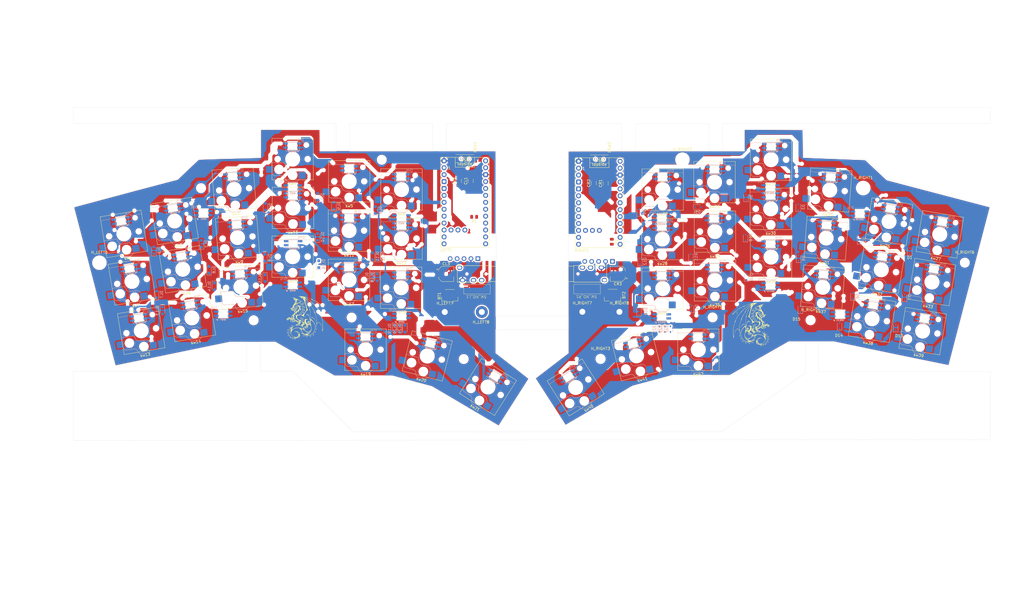
<source format=kicad_pcb>
(kicad_pcb (version 20240108) (generator "pcbnew") (generator_version "8.0")
  (layers (0 "F.Cu" signal) (31 "B.Cu" signal) (34 "B.Paste" user) (35 "F.Paste" user) (36 "B.SilkS" user "B.Silkscreen") (37 "F.SilkS" user "F.Silkscreen") (38 "B.Mask" user) (39 "F.Mask" user) (44 "Edge.Cuts" user))
  (net 0 "")
  (net 1 "Net-(BT2-+)")
  (net 2 "Net-(DL1-A)")
  (net 3 "Net-(DL2-A)")
  (net 4 "Net-(DL3-A)")
  (net 5 "Net-(DL4-A)")
  (net 6 "Net-(DL5-A)")
  (net 7 "Net-(DL6-A)")
  (net 8 "Net-(DL7-A)")
  (net 9 "Net-(DL8-A)")
  (net 10 "Net-(DL9-A)")
  (net 11 "Net-(DL10-A)")
  (net 12 "Net-(DL11-A)")
  (net 13 "Net-(DL12-A)")
  (net 14 "Net-(DL13-A)")
  (net 15 "Net-(DL14-A)")
  (net 16 "Net-(DL15-A)")
  (net 17 "Net-(DL16-A)")
  (net 18 "Net-(DL17-A)")
  (net 19 "Net-(DL18-A)")
  (net 20 "Net-(DL19-A)")
  (net 21 "Net-(DL20-A)")
  (net 22 "Net-(DL21-A)")
  (net 23 "row1_L")
  (net 24 "row2_L")
  (net 25 "row3_L")
  (net 26 "row4_L")
  (net 27 "GND_L")
  (net 28 "BAT+_L")
  (net 29 "col1_L")
  (net 30 "col2_L")
  (net 31 "col3_L")
  (net 32 "col4_L")
  (net 33 "col5_L")
  (net 34 "col6_L")
  (net 35 "RESET_L")
  (net 36 "RX_L")
  (net 37 "CS_L")
  (net 38 "SLC_L")
  (net 39 "TX_L")
  (net 40 "Net-(led1-DOUT)")
  (net 46 "+3.3V_L")
  (net 47 "Net-(led1-DIN)")
  (net 50 "Net-(LEFT1-P0-10-LF)")
  (net 51 "LED_L")
  (net 52 "Net-(led2-DIN)")
  (net 53 "SDA_L")
  (net 54 "Net-(led4-DOUT)")
  (net 55 "Net-(led5-DOUT)")
  (net 56 "Net-(led27-DIN)")
  (net 57 "Net-(BT1-+)")
  (net 58 "Net-(D2-A)")
  (net 59 "Net-(D1-A)")
  (net 60 "row1_R")
  (net 61 "row2_R")
  (net 62 "row3_R")
  (net 63 "row4_R")
  (net 64 "GND_R")
  (net 65 "+3.3V_R")
  (net 66 "BAT+_R")
  (net 67 "col6_R")
  (net 68 "col5_R")
  (net 69 "col4_R")
  (net 70 "col3_R")
  (net 71 "col2_R")
  (net 72 "col1_R")
  (net 73 "RESET_R")
  (net 74 "Net-(D3-A)")
  (net 75 "Net-(D4-A)")
  (net 76 "Net-(D5-A)")
  (net 77 "Net-(D6-A)")
  (net 78 "Net-(D7-A)")
  (net 79 "Net-(D8-A)")
  (net 80 "Net-(D9-A)")
  (net 81 "Net-(D10-A)")
  (net 82 "Net-(D11-A)")
  (net 83 "Net-(D12-A)")
  (net 84 "Net-(D13-A)")
  (net 85 "Net-(D14-A)")
  (net 86 "Net-(D15-A)")
  (net 87 "Net-(D16-A)")
  (net 88 "Net-(D17-A)")
  (net 89 "Net-(D18-A)")
  (net 90 "Net-(D19-A)")
  (net 91 "Net-(D20-A)")
  (net 92 "Net-(D21-A)")
  (net 93 "Net-(RIGHT1-P0-10-LF)")
  (net 97 "SDA_R")
  (net 98 "CS_R")
  (net 103 "SLA_R")
  (net 104 "RX_R")
  (net 105 "TX_R")
  (net 106 "LED_R")
  (net 107 "Net-(led7-DIN)")
  (net 108 "Net-(led13-DIN)")
  (net 109 "Net-(led14-DOUT)")
  (net 110 "Net-(led15-DIN)")
  (net 111 "Net-(led10-DOUT)")
  (net 112 "Net-(led10-DIN)")
  (net 113 "Net-(led11-DOUT)")
  (net 114 "Net-(led11-DIN)")
  (net 115 "Net-(led12-DIN)")
  (net 116 "Net-(led13-DOUT)")
  (net 117 "Net-(led14-DIN)")
  (net 118 "Net-(led15-DOUT)")
  (net 119 "Net-(led16-DOUT)")
  (net 120 "Net-(led17-DIN)")
  (net 121 "Net-(led18-DIN)")
  (net 123 "Net-(led20-DIN)")
  (net 124 "Net-(led22-DIN)")
  (net 125 "Net-(led23-DOUT)")
  (net 126 "Net-(led24-DIN)")
  (net 127 "Net-(led25-DIN)")
  (net 128 "Net-(led28-DOUT)")
  (net 129 "Net-(led28-DIN)")
  (net 130 "Net-(led29-DIN)")
  (net 131 "Net-(led31-DOUT)")
  (net 132 "Net-(led32-DOUT)")
  (net 133 "Net-(led33-DOUT)")
  (net 134 "Net-(led34-DIN)")
  (net 135 "Net-(led34-DOUT)")
  (net 136 "Net-(led35-DIN)")
  (net 137 "Net-(led36-DOUT)")
  (net 138 "Net-(led36-DIN)")
  (net 139 "Net-(led37-DIN)")
  (net 140 "Net-(led38-DOUT)")
  (net 141 "Net-(led38-DIN)")
  (net 142 "Net-(led39-DIN)")
  (net 143 "Net-(led40-DOUT)")
  (net 144 "Net-(led41-DIN)")
  (net 145 "Net-(led42-DOUT)")
  (net 146 "Net-(led43-DIN)")
  (net 147 "Net-(led44-DOUT)")
  (net 148 "Net-(led45-DIN)")
  (net 150 "Net-(led47-DIN)")
  (net 151 "Net-(led49-DIN)")
  (net 152 "Net-(led50-DOUT)")
  (net 153 "Net-(led51-DIN)")
  (net 154 "Net-(led52-DIN)")
  (footprint "philoctetes:LED_SK6812MINI-E_faceup" (layer "F.Cu") (at 275.502331 83.026)
    (property "Reference" "led30")
    (property "Value" "~" (hide yes))
    (fp_line (start -1.7 -1.5) (end -1.7 1.5) (stroke (width 0.12)) (layer "Edge.Cuts"))
    (fp_line (start -1.7 1.5) (end 1.7 1.5) (stroke (width 0.12)) (layer "Edge.Cuts"))
    (fp_line (start 1.7 -1.5) (end -1.7 -1.5) (stroke (width 0.12)) (layer "Edge.Cuts"))
    (fp_line (start 1.7 1.5) (end 1.7 -1.5) (stroke (width 0.12)) (layer "Edge.Cuts"))
  )
  (footprint "Capacitor_SMD:C_1206_3216Metric_Pad1.33x1.80mm_HandSolder" (layer "F.Cu") (at 205.415 69.348 90)
    (property "Reference" "CL1")
    (property "Value" "Ceramic" (hide yes))
  )
  (footprint "philoctetes:Hotswap_Choc_V1V2_1.00u" (layer "F.Cu") (at 78.20223 88.792018 -170.59)
    (property "Reference" "sw1")
    (property "Value" "Keyswitch")
  )
  (footprint "philoctetes:Hotswap_Choc_V1V2_1.00u" (layer "F.Cu") (at 315.585331 61.551 180)
    (property "Reference" "sw24")
    (property "Value" "Keyswitch")
  )
  (footprint "philoctetes:Hotswap_Choc_V1V2_1.00u" (layer "F.Cu") (at 374.587341 106.49876 170.59)
    (property "Reference" "sw33")
    (property "Value" "Keyswitch")
  )
  (footprint "philoctetes:Hotswap_Choc_V1V2_1.00u" (layer "F.Cu") (at 166.854 131.31162 180)
    (property "Reference" "sw19")
    (property "Value" "Keyswitch")
  )
  (footprint "philoctetes:LED_SK6812MINI-E_faceup" (layer "F.Cu") (at 140.137 71.704)
    (property "Reference" "led2")
    (property "Value" "~" (hide yes))
    (fp_line (start -1.7 -1.5) (end -1.7 1.5) (stroke (width 0.12)) (layer "Edge.Cuts"))
    (fp_line (start -1.7 1.5) (end 1.7 1.5) (stroke (width 0.12)) (layer "Edge.Cuts"))
    (fp_line (start 1.7 -1.5) (end -1.7 -1.5) (stroke (width 0.12)) (layer "Edge.Cuts"))
    (fp_line (start 1.7 1.5) (end 1.7 -1.5) (stroke (width 0.12)) (layer "Edge.Cuts"))
  )
  (footprint "Capacitor_SMD:C_1206_3216Metric_Pad1.33x1.80mm_HandSolder" (layer "F.Cu") (at 201.097 69.348 90)
    (property "Reference" "CL2")
    (property "Value" "Ceramic")
  )
  (footprint "philoctetes:LED_SK6812MINI-E_facedown" (layer "F.Cu") (at 334.801331 103.461 -4.31)
    (property "Reference" "led48")
    (property "Value" "~" (hide yes))
    (fp_line (start -1.7 1.5) (end 1.7 1.5) (stroke (width 0.12)) (layer "Edge.Cuts"))
    (fp_line (start -1.7 -1.5) (end -1.7 1.5) (stroke (width 0.12)) (layer "Edge.Cuts"))
    (fp_line (start 1.7 1.5) (end 1.7 -1.5) (stroke (width 0.12)) (layer "Edge.Cuts"))
    (fp_line (start 1.7 -1.5) (end -1.7 -1.5) (stroke (width 0.12)) (layer "Edge.Cuts"))
  )
  (footprint "philoctetes:LED_SK6812MINI-E_facedown" (layer "F.Cu") (at 83.622 119.513 9.41)
    (property "Reference" "led19")
    (property "Value" "~" (hide yes))
    (fp_line (start -1.7 -1.5) (end -1.7 1.5) (stroke (width 0.12)) (layer "Edge.Cuts"))
    (fp_line (start -1.7 1.5) (end 1.7 1.5) (stroke (width 0.12)) (layer "Edge.Cuts"))
    (fp_line (start 1.7 -1.5) (end -1.7 -1.5) (stroke (width 0.12)) (layer "Edge.Cuts"))
    (fp_line (start 1.7 1.5) (end 1.7 -1.5) (stroke (width 0.12)) (layer "Edge.Cuts"))
  )
  (footprint "philoctetes:LED_SK6812MINI-E_facedown" (layer "F.Cu") (at 77.125063 83.953 9.41)
    (property "Reference" "led7")
    (property "Value" "~" (hide yes))
    (fp_line (start -1.7 -1.5) (end -1.7 1.5) (stroke (width 0.12)) (layer "Edge.Cuts"))
    (fp_line (start -1.7 1.5) (end 1.7 1.5) (stroke (width 0.12)) (layer "Edge.Cuts"))
    (fp_line (start 1.7 -1.5) (end -1.7 -1.5) (stroke (width 0.12)) (layer "Edge.Cuts"))
    (fp_line (start 1.7 1.5) (end 1.7 -1.5) (stroke (width 0.12)) (layer "Edge.Cuts"))
  )
  (footprint "philoctetes:Hotswap_Choc_V1V2_1.00u" (layer "F.Cu") (at 140.098 97.161 180)
    (property "Reference" "sw16")
    (property "Value" "Keyswitch")
  )
  (footprint "philoctetes:nice_view" (layer "F.Cu") (at 196.2312 99.4976 90)
    (property "Reference" "view1" (hide yes))
    (property "Value" "~")
  )
  (footprint "philoctetes:LED_SK6812MINI-E_facedown" (layer "F.Cu") (at 315.370331 92.359)
    (property "Reference" "led49")
    (property "Value" "~" (hide yes))
    (fp_line (start -1.7 -1.5) (end -1.7 1.5) (stroke (width 0.12)) (layer "Edge.Cuts"))
    (fp_line (start -1.7 1.5) (end 1.7 1.5) (stroke (width 0.12)) (layer "Edge.Cuts"))
    (fp_line (start 1.7 -1.5) (end -1.7 -1.5) (stroke (width 0.12)) (layer "Edge.Cuts"))
    (fp_line (start 1.7 1.5) (end 1.7 -1.5) (stroke (width 0.12)) (layer "Edge.Cuts"))
  )
  (footprint "philoctetes:Hotswap_Choc_V1V2_1.00u" (layer "F.Cu") (at 118.611618 72.42834 -175.69)
    (property "Reference" "sw3")
    (property "Value" "Keyswitch")
  )
  (footprint "philoctetes:Hotswap_Choc_V1V2_1.00u" (layer "F.Cu") (at 355.975321 101.94724 170.59)
    (property "Reference" "sw32")
    (property "Value" "Keyswitch")
  )
  (footprint "Connector_JST:JST_GH_SM02B-GHS-TB_1x02-1MP_P1.25mm_Horizontal" (layer "F.Cu") (at 197.7442 111.7406 180)
    (property "Reference" "BT1")
    (property "Value" "Battery_L")
  )
  (footprint "philoctetes:Hotswap_Choc_V1V2_1.00u" (layer "F.Cu") (at 315.577331 97.308 180)
    (property "Reference" "sw36")
    (property "Value" "Keyswitch")
  )
  (footprint "philoctetes:Hotswap_Choc_V1V2_1.00u" (layer "F.Cu") (at 243.898494 145.168705 -147.76)
    (property "Reference" "sw40")
    (property "Value" "Keyswitch")
  )
  (footprint "philoctetes:LED_SK6812MINI-E_facedown" (layer "F.Cu") (at 288.700331 126.522)
    (property "Reference" "led52")
    (property "Value" "~" (hide yes))
    (fp_line (start -1.7 -1.5) (end -1.7 1.5) (stroke (width 0.12)) (layer "Edge.Cuts"))
    (fp_line (start -1.7 1.5) (end 1.7 1.5) (stroke (width 0.12)) (layer "Edge.Cuts"))
    (fp_line (start 1.7 -1.5) (end -1.7 -1.5) (stroke (width 0.12)) (layer "Edge.Cuts"))
    (fp_line (start 1.7 1.5) (end 1.7 -1.5) (stroke (width 0.12)) (layer "Edge.Cuts"))
  )
  (footprint "philoctetes:LED_SK6812MINI-E_faceup" (layer "F.Cu") (at 107.371 81.159)
    (property "Reference" "led1")
    (property "Value" "~" (hide yes))
    (fp_line (start -1.7 -1.5) (end -1.7 1.5) (stroke (width 0.12)) (layer "Edge.Cuts"))
    (fp_line (start -1.7 1.5) (end 1.7 1.5) (stroke (width 0.12)) (layer "Edge.Cuts"))
    (fp_line (start 1.7 -1.5) (end -1.7 -1.5) (stroke (width 0.12)) (layer "Edge.Cuts"))
    (fp_line (start 1.7 1.5) (end 1.7 -1.5) (stroke (width 0.12)) (layer "Edge.Cuts"))
  )
  (footprint "philoctetes:LED_SK6812MINI-E_facedown" (layer "F.Cu") (at 96.068 79.127 9.41)
    (property "Reference" "led8")
    (property "Value" "~" (hide yes))
    (fp_line (start -1.7 -1.5) (end -1.7 1.5) (stroke (width 0.12)) (layer "Edge.Cuts"))
    (fp_line (start -1.7 1.5) (end 1.7 1.5) (stroke (width 0.12)) (layer "Edge.Cuts"))
    (fp_line (start 1.7 -1.5) (end -1.7 -1.5) (stroke (width 0.12)) (layer "Edge.Cuts"))
    (fp_line (start 1.7 1.5) (end 1.7 -1.5) (stroke (width 0.12)) (layer "Edge.Cuts"))
  )
  (footprint "philoctetes:Hotswap_Choc_V1V2_1.00u" (layer "F.Cu") (at 294.970331 105.884 180)
    (property "Reference" "sw35")
    (property "Value" "Keyswitch")
  )
  (footprint "philoctetes:LED_SK6812MINI-E_facedown" (layer "F.Cu") (at 315.624331 56.545)
    (property "Reference" "led37")
    (property "Value" "~" (hide yes))
    (fp_line (start -1.7 -1.5) (end -1.7 1.5) (stroke (width 0.12)) (layer "Edge.Cuts"))
    (fp_line (start -1.7 1.5) (end 1.7 1.5) (stroke (width 0.12)) (layer "Edge.Cuts"))
    (fp_line (start 1.7 -1.5) (end -1.7 -1.5) (stroke (width 0.12)) (layer "Edge.Cuts"))
    (fp_line (start 1.7 1.5) (end 1.7 -1.5) (stroke (width 0.12)) (layer "Edge.Cuts"))
  )
  (footprint "philoctetes:LED_SK6812MINI-E_facedown" (layer "F.Cu") (at 166.807 126.371)
    (property "Reference" "led25")
    (property "Value" "~" (hide yes))
    (fp_line (start -1.7 -1.5) (end -1.7 1.5) (stroke (width 0.12)) (layer "Edge.Cuts"))
    (fp_line (start -1.7 1.5) (end 1.7 1.5) (stroke (width 0.12)) (layer "Edge.Cuts"))
    (fp_line (start 1.7 -1.5) (end -1.7 -1.5) (stroke (width 0.12)) (layer "Edge.Cuts"))
    (fp_line (start 1.7 1.5) (end 1.7 -1.5) (stroke (width 0.12)) (layer "Edge.Cuts"))
  )
  (footprint "philoctetes:Hotswap_Choc_V1V2_1.00u" (layer "F.Cu") (at 119.881618 90.159052 -175.69)
    (property "Reference" "sw9")
    (property "Value" "Keyswitch")
  )
  (footprint "philoctetes:Hotswap_Choc_V1V2_1.00u" (layer "F.Cu") (at 334.523885 108.38166 175.69)
    (property "Reference" "sw37")
    (property "Value" "Keyswitch")
  )
  (footprint "philoctetes:LED_SK6812MINI-E_facedown" (layer "F.Cu") (at 294.669331 83.014)
    (property "Reference" "led44")
    (property "Value" "~" (hide yes))
    (fp_line (start -1.7 -1.5) (end -1.7 1.5) (stroke (width 0.12)) (layer "Edge.Cuts"))
    (fp_line (start -1.7 1.5) (end 1.7 1.5) (stroke (width 0.12)) (layer "Edge.Cuts"))
    (fp_line (start 1.7 -1.5) (end -1.7 -1.5) (stroke (width 0.12)) (layer "Edge.Cuts"))
    (fp_line (start 1.7 1.5) (end 1.7 -1.5) (stroke (width 0.12)) (layer "Edge.Cuts"))
  )
  (footprint "philoctetes:LED_SK6812MINI-E_facedown" (layer "F.Cu") (at 214.432 140.849 -32.24)
    (property "Reference" "led27")
    (property "Value" "~" (hide yes))
    (fp_line (start -1.7 1.5) (end 1.7 1.5) (stroke (width 0.12)) (layer "Edge.Cuts"))
    (fp_line (start -1.7 -1.5) (end -1.7 1.5) (stroke (width 0.12)) (layer "Edge.Cuts"))
    (fp_line (start 1.7 1.5) (end 1.7 -1.5) (stroke (width 0.12)) (layer "Edge.Cuts"))
    (fp_line (start 1.7 -1.5) (end -1.7 -1.5) (stroke (width 0.12)) (layer "Edge.Cuts"))
  )
  (footprint "philoctetes:LED_SK6812MINI-E_facedown" (layer "F.Cu") (at 140.137 74.678)
    (property "Reference" "led16")
    (property "Value" "~" (hide yes))
    (fp_line (start -1.7 -1.5) (end -1.7 1.5) (stroke (width 0.12)) (layer "Edge.Cuts"))
    (fp_line (start -1.7 1.5) (end 1.7 1.5) (stroke (width 0.12)) (layer "Edge.Cuts"))
    (fp_line (start 1.7 -1.5) (end -1.7 -1.5) (stroke (width 0.12)) (layer "Edge.Cuts"))
    (fp_line (start 1.7 1.5) (end 1.7 -1.5) (stroke (width 0.12)) (layer "Edge.Cuts"))
  )
  (footprint "philoctetes:LED_SK6812MINI-E_facedown" (layer "F.Cu") (at 118.031587 67.52802 4.31)
    (property "Reference" "led9")
    (property "Value" "~" (hide yes))
    (fp_line (start -1.7 -1.5) (end -1.7 1.5) (stroke (width 0.12)) (layer "Edge.Cuts"))
    (fp_line (start -1.7 1.5) (end 1.7 1.5) (stroke (width 0.12)) (layer "Edge.Cuts"))
    (fp_line (start 1.7 -1.5) (end -1.7 -1.5) (stroke (width 0.12)) (layer "Edge.Cuts"))
    (fp_line (start 1.7 1.5) (end 1.7 -1.5) (stroke (width 0.12)) (layer "Edge.Cuts"))
  )
  (footprint "philoctetes:Hotswap_Choc_V1V2_1.00u" (layer "F.Cu") (at 160.782 87.606 180)
    (property "Reference" "sw11")
    (property "Value" "Keyswitch")
  )
  (footprint "philoctetes:Hotswap_Choc_V1V2_1.00u" (layer "F.Cu") (at 99.78601 101.7916 -170.59)
    (property "Reference" "sw8")
    (property "Value" "Keyswitch")
  )
  (footprint "philoctetes:Hotswap_Choc_V1V2_1.00u" (layer "F.Cu") (at 84.55223 124.352018 -170.59)
    (property "Reference" "sw13")
    (property "Value" "Keyswitch")
  )
  (footprint "philoctetes:LED_SK6812MINI-E_facedown" (layer "F.Cu") (at 315.370331 74.632)
    (property "Reference" "led43")
    (property "Value" "~" (hide yes))
    (fp_line (start -1.7 -1.5) (end -1.7 1.5) (stroke (width 0.12)) (layer "Edge.Cuts"))
    (fp_line (start -1.7 1.5) (end 1.7 1.5) (stroke (width 0.12)) (layer "Edge.Cuts"))
    (fp_line (start 1.7 -1.5) (end -1.7 -1.5) (stroke (width 0.12)) (layer "Edge.Cuts"))
    (fp_line (start 1.7 1.5) (end 1.7 -1.5) (stroke (width 0.12)) (layer "Edge.Cuts"))
  )
  (footprint "philoctetes:Hotswap_Choc_V1V2_1.00u" (layer "F.Cu") (at 294.835331 69.806 180)
    (property "Reference" "sw23")
    (property "Value" "Keyswitch")
  )
  (footprint "philoctetes:Hotswap_Choc_V1V2_1.00u" (layer "F.Cu") (at 266.203447 133.542451 -165.89)
    (property "Reference" "sw41")
    (property "Value" "Keyswitch")
  )
  (footprint "philoctetes:Hotswap_Choc_V1V2_1.00u" (layer "F.Cu") (at 180.024 90.547 180)
    (property "Reference" "sw12")
    (property "Value" "Keyswitch")
  )
  (footprint "philoctetes:Hotswap_Choc_V1V2_1.00u" (layer "F.Cu") (at 352.616341 119.96076 170.59)
    (property "Reference" "sw38")
    (property "Value" "Keyswitch")
  )
  (footprint "philoctetes:LED_SK6812MINI-E_faceup" (layer "F.Cu") (at 180.015 82.757)
    (property "Reference" "led3")
    (property "Value" "~" (hide yes))
    (fp_line (start -1.7 -1.5) (end -1.7 1.5) (stroke (width 0.12)) (layer "Edge.Cuts"))
    (fp_line (start -1.7 1.5) (end 1.7 1.5) (stroke (width 0.12)) (layer "Edge.Cuts"))
    (fp_line (start 1.7 -1.5) (end -1.7 -1.5) (stroke (width 0.12)) (layer "Edge.Cuts"))
    (fp_line (start 1.7 1.5) (end 1.7 -1.5) (stroke (width 0.12)) (layer "Edge.Cuts"))
  )
  (footprint "philoctetes:LED_SK6812MINI-E_facedown" (layer "F.Cu") (at 99.243 96.78 9.41)
    (property "Reference" "led14")
    (property "Value" "~" (hide yes))
    (fp_line (start -1.7 -1.5) (end -1.7 1.5) (stroke (width 0.12)) (layer "Edge.Cuts"))
    (fp_line (start -1.7 1.5) (end 1.7 1.5) (stroke (width 0.12)) (layer "Edge.Cuts"))
    (fp_line (start 1.7 -1.5) (end -1.7 -1.5) (stroke (width 0.12)) (layer "Edge.Cuts"))
    (fp_line (start 1.7 1.5) (end 1.7 -1.5) (stroke (width 0.12)) (layer "Edge.Cuts"))
  )
  (footprint "philoctetes:LED_SK6812MINI-E_faceup" (layer "F.Cu") (at 315.34853 71.708797)
    (property "Reference" "led29")
    (property "Value" "~" (hide yes))
    (fp_line (start -1.7 -1.5) (end -1.7 1.5) (stroke (width 0.12)) (layer "Edge.Cuts"))
    (fp_line (start -1.7 1.5) (end 1.7 1.5) (stroke (width 0.12)) (layer "Edge.Cuts"))
    (fp_line (start 1.7 -1.5) (end -1.7 -1.5) (stroke (width 0.12)) (layer "Edge.Cuts"))
    (fp_line (start 1.7 1.5) (end 1.7 -1.5) (stroke (width 0.12)) (layer "Edge.Cuts"))
  )
  (footprint "MountingHole:MountingHole_3.2mm_M3_DIN965" (layer "F.Cu") (at 69.2202 99.3962)
    (property "Reference" "H_LEFT6")
    (property "Value" "Mounting_Hole")
  )
  (footprint "philoctetes:nice_view" (layer "F.Cu") (at 245.5954 100.5154 90)
    (property "Reference" "view2" (hide yes))
    (property "Value" "~")
  )
  (footprint "MountingHole:MountingHole_2.2mm_M2_Pad" (layer "F.Cu") (at 195.89 117.481)
    (property "Reference" "H_LEFT7")
    (property "Value" "CoverMount")
  )
  (footprint "philoctetes:LED_SK6812MINI-E_faceup" (layer "F.Cu") (at 114.61 118.116)
    (property "Reference" "led4")
    (property "Value" "~" (hide yes))
    (fp_line (start -1.7 -1.5) (end -1.7 1.5) (stroke (width 0.12)) (layer "Edge.Cuts"))
    (fp_line (start -1.7 1.5) (end 1.7 1.5) (stroke (width 0.12)) (layer "Edge.Cuts"))
    (fp_line (start 1.7 -1.5) (end -1.7 -1.5) (stroke (width 0.12)) (layer "Edge.Cuts"))
    (fp_line (start 1.7 1.5) (end 1.7 -1.5) (stroke (width 0.12)) (layer "Edge.Cuts"))
  )
  (footprint "philoctetes:LED_SK6812MINI-E_facedown" (layer "F.Cu") (at 294.796331 64.98)
    (property "Reference" "led38")
    (property "Value" "~" (hide yes))
    (fp_line (start -1.7 -1.5) (end -1.7 1.5) (stroke (width 0.12)) (layer "Edge.Cuts"))
    (fp_line (start -1.7 1.5) (end 1.7 1.5) (stroke (width 0.12)) (layer "Edge.Cuts"))
    (fp_line (start 1.7 -1.5) (end -1.7 -1.5) (stroke (width 0.12)) (layer "Edge.Cuts"))
    (fp_line (start 1.7 1.5) (end 1.7 -1.5) (stroke (width 0.12)) (layer "Edge.Cuts"))
  )
  (footprint "philoctetes:nice_nano_AH_USBup" (layer "F.Cu") (at 252.585331 78.6475)
    (property "Reference" "RIGHT1")
    (property "Value" "nice_nano")
  )
  (footprint "philoctetes:Hotswap_Choc_V1V2_1.00u" (layer "F.Cu") (at 189.465673 133.616994 165.89)
    (property "Reference" "sw20")
    (property "Value" "Keyswitch")
  )
  (footprint "philoctetes:LED_SK6812MINI-E_facedown" (layer "F.Cu") (at 264.824331 128.988 14.11)
    (property "Reference" "led53")
    (property "Value" "~" (hide yes))
    (fp_line (start -1.7 -1.5) (end -1.7 1.5) (stroke (width 0.12)) (layer "Edge.Cuts"))
    (fp_line (start -1.7 1.5) (end 1.7 1.5) (stroke (width 0.12)) (layer "Edge.Cuts"))
    (fp_line (start 1.7 -1.5) (end -1.7 -1.5) (stroke (width 0.12)) (layer "Edge.Cuts"))
    (fp_line (start 1.7 1.5) (end 1.7 -1.5) (stroke (width 0.12)) (layer "Edge.Cuts"))
  )
  (footprint "philoctetes:LED_SK6812MINI-E_facedown" (layer "F.Cu") (at 353.089331 114.697288 -9.41)
    (property "Reference" "led47")
    (property "Value" "~" (hide yes))
    (fp_line (start -1.7 1.5) (end 1.7 1.5) (stroke (width 0.12)) (layer "Edge.Cuts"))
    (fp_line (start -1.7 -1.5) (end -1.7 1.5) (stroke (width 0.12)) (layer "Edge.Cuts"))
    (fp_line (start 1.7 1.5) (end 1.7 -1.5) (stroke (width 0.12)) (layer "Edge.Cuts"))
    (fp_line (start 1.7 -1.5) (end -1.7 -1.5) (stroke (width 0.12)) (layer "Edge.Cuts"))
  )
  (footprint "philoctetes:LED_SK6812MINI-E_facedown" (layer "F.Cu") (at 160.711 100.844)
    (property "Reference" "led23")
    (property "Value" "~" (hide yes))
    (fp_line (start -1.7 -1.5) (end -1.7 1.5) (stroke (width 0.12)) (layer "Edge.Cuts"))
    (fp_line (start -1.7 1.5) (end 1.7 1.5) (stroke (width 0.12)) (layer "Edge.Cuts"))
    (fp_line (start 1.7 -1.5) (end -1.7 -1.5) (stroke (width 0.12)) (layer "Edge.Cuts"))
    (fp_line (start 1.7 1.5) (end 1.7 -1.5) (stroke (width 0.12)) (layer "Edge.Cuts"))
  )
  (footprint "philoctetes:Hotswap_Choc_V1V2_1.00u" (layer "F.Cu") (at 371.158341 124.488209 170.59)
    (property "Reference" "sw39")
    (property "Value" "Keyswitch")
  )
  (footprint "philoctetes:LED_SK6812MINI-E_facedown" (layer "F.Cu") (at 375.314331 101.556 -9.41)
    (property "Reference" "led40")
    (property "Value" "~" (hide yes))
    (fp_line (start -1.7 1.5) (end 1.7 1.5) (stroke (width 0.12)) (layer "Edge.Cuts"))
    (fp_line (start -1.7 -1.5) (end -1.7 1.5) (stroke (width 0.12)) (layer "Edge.Cuts"))
    (fp_line (start 1.7 1.5) (end 1.7 -1.5) (stroke (width 0.12)) (layer "Edge.Cuts"))
    (fp_line (start 1.7 -1.5) (end -1.7 -1.5) (stroke (width 0.12)) (layer "Edge.Cuts"))
  )
  (footprint "MountingHole:MountingHole_3.2mm_M3_DIN965" (layer "F.Cu") (at 125.786 120.529)
    (property "Reference" "H_LEFT5" (hide yes))
    (property "Value" "Mounting_Hole" (hide yes))
  )
  (footprint "Capacitor_SMD:C_1206_3216Metric_Pad1.33x1.80mm_HandSolder" (layer "F.Cu") (at 254.871331 70.2265 90)
    (property "Reference" "CR1")
    (property "Value" "Ceramic")
  )
  (footprint "philoctetes:Hotswap_Choc_V1V2_1.00u" (layer "F.Cu") (at 81.161041 106.24881 -170.59)
    (property "Reference" "sw7")
    (property "Value" "Keyswitch")
  )
  (footprint "philoctetes:Hotswap_Choc_V1V2_1.00u" (layer "F.Cu") (at 179.896 108.581 180)
    (property "Reference" "sw18")
    (property "Value" "Keyswitch")
  )
  (footprint "MountingHole:MountingHole_3.2mm_M3_DIN965" (layer "F.Cu") (at 172.776 61.601)
    (property "Reference" "H_LEFT2" (hide yes))
    (property "Value" "Mounting_Hole" (hide yes))
  )
  (footprint "philoctetes:LED_SK6812MINI-E_facedown" (layer "F.Cu") (at 356.391331 96.984 -9.41)
    (property "Reference" "led41")
    (property "Value" "~" (hide yes))
    (fp_line (start -1.7 1.5) (end 1.7 1.5) (stroke (width 0.12)) (layer "Edge.Cuts"))
    (fp_line (start -1.7 -1.5) (end -1.7 1.5) (stroke (width 0.12)) (layer "Edge.Cuts"))
    (fp_line (start 1.7 1.5) (end 1.7 -1.5) (stroke (width 0.12)) (layer "Edge.Cuts"))
    (fp_line (start 1.7 -1.5) (end -1.7 -1.5) (stroke (width 0.12)) (layer "Edge.Cuts"))
  )
  (footprint "MountingHole:MountingHole_3.2mm_M3_DIN965" (layer "F.Cu") (at 294.1238 119.464)
    (property "Reference" "H_RIGHT5")
    (property "Value" "Mounting_Hole")
  )
  (footprint "philoctetes:LED_SK6812MINI-E_facedown" (layer "F.Cu") (at 190.683 128.784 -14.11)
    (property "Reference" "led26")
    (property "Value" "~" (hide yes))
    (fp_line (start -1.7 1.5) (end 1.7 1.5) (stroke (width 0.12)) (layer "Edge.Cuts"))
    (fp_line (start -1.7 -1.5) (end -1.7 1.5) (stroke (width 0.12)) (layer "Edge.Cuts"))
    (fp_line (start 1.7 1.5) (end 1.7 -1.5) (stroke (width 0.12)) (layer "Edge.Cuts"))
    (fp_line (start 1.7 -1.5) (end -1.7 -1.5) (stroke (width 0.12)) (layer "Edge.Cuts"))
  )
  (footprint "philoctetes:LED_SK6812MINI-E_facedown" (layer "F.Cu") (at 359.439331 79.343 -9.41)
    (property "Reference" "led35")
    (property "Value" "~" (hide yes))
    (fp_line (start -1.7 1.5) (end 1.7 1.5) (stroke (width 0.12)) (layer "Edge.Cuts"))
    (fp_line (start -1.7 -1.5) (end -1.7 1.5) (stroke (width 0.12)) (layer "Edge.Cuts"))
    (fp_line (start 1.7 1.5) (end 1.7 -1.5) (stroke (width 0.12)) (layer "Edge.Cuts"))
    (fp_line (start 1.7 -1.5) (end -1.7 -1.5) (stroke (width 0.12)) (layer "Edge.Cuts"))
  )
  (footprint "philoctetes:LED_SK6812MINI-E_faceup" (layer "F.Cu") (at 340.897331 118.32)
    (property "Reference" "led31")
    (property "Value" "~" (hide yes))
    (fp_line (start -1.7 -1.5) (end -1.7 1.5) (stroke (width 0.12)) (layer "Edge.Cuts"))
    (fp_line (start -1.7 1.5) (end 1.7 1.5) (stroke (width 0.12)) (layer "Edge.Cuts"))
    (fp_line (start 1.7 -1.5) (end -1.7 -1.5) (stroke (width 0.12)) (layer "Edge.Cuts"))
    (fp_line (start 1.7 1.5) (end 1.7 -1.5) (stroke (width 0.12)) (layer "Edge.Cuts"))
  )
  (footprint "philoctetes:SW_RST" (layer "F.Cu") (at 207.701 109.099 180)
    (property "Reference" "SW_NO_L1")
    (property "Value" "SW_RST_L")
  )
  (footprint "philoctetes:MSK12C02" (layer "F.Cu") (at 207.131 59.917 -90)
    (property "Reference" "PSW1")
    (property "Value" "SW_POW_L")
  )
  (footprint "philoctetes:Hotswap_Choc_V1V2_1.00u" (layer "F.Cu") (at 211.745572 144.99706 147.76)
    (property "Reference" "sw21")
    (property "Value" "Keyswitch")
  )
  (footprint "philoctetes:LED_SK6812MINI-E_faceup" (layer "F.Cu") (at 275.492331 119.082)
    (property "Reference" "led33")
    (property "Value" "~" (hide yes))
    (fp_line (start -1.7 -1.5) (end -1.7 1.5) (stroke (width 0.12)) (layer "Edge.Cuts"))
    (fp_line (start -1.7 1.5) (end 1.7 1.5) (stroke (width 0.12)) (layer "Edge.Cuts"))
    (fp_line (start 1.7 -1.5) (end -1.7 -1.5) (stroke (width 0.12)) (layer "Edge.Cuts"))
    (fp_line (start 1.7 1.5) (end 1.7 -1.5) (stroke (width 0.12)) (layer "Edge.Cuts"))
  )
  (footprint "philoctetes:LED_SK6812MINI-E_faceup" (layer "F.Cu") (at 140.137 107.448)
    (property "Reference" "led5")
    (property "Value" "~" (hide yes))
    (fp_line (start -1.7 -1.5) (end -1.7 1.5) (stroke (width 0.12)) (layer "Edge.Cuts"))
    (fp_line (start -1.7 1.5) (end 1.7 1.5) (stroke (width 0.12)) (layer "Edge.Cuts"))
    (fp_line (start 1.7 -1.5) (end -1.7 -1.5) (stroke (width 0.12)) (layer "Edge.Cuts"))
    (fp_line (start 1.7 1.5) (end 1.7 -1.5) (stroke (width 0.12)) (layer "Edge.Cuts"))
  )
  (footprint "Capacitor_SMD:CP_Elec_5x5.4" (layer "F.Cu") (at 196.398 103.511)
    (property "Reference" "CL3")
    (property "Value" "Elec")
  )
  (footprint "philoctetes:LED_SK6812MINI-E_faceup" (layer "F.Cu") (at 315.370331 107.599)
    (property "Reference" "led32")
    (property "Value" "~" (hide yes))
    (fp_line (start -1.7 -1.5) (end -1.7 1.5) (stroke (width 0.12)) (layer "Edge.Cuts"))
    (fp_line (start -1.7 1.5) (end 1.7 1.5) (stroke (width 0.12)) (layer "Edge.Cuts"))
    (fp_line (start 1.7 -1.5) (end -1.7 -1.5) (stroke (width 0.12)) (layer "Edge.Cuts"))
    (fp_line (start 1.7 1.5) (end 1.7 -1.5) (stroke (width 0.12)) (layer "Edge.Cuts"))
  )
  (footprint "philoctetes:Hotswap_Choc_V1V2_1.00u" (layer "F.Cu") (at 337.110777 72.69466 175.69)
    (property "Reference" "sw25")
    (property "Value" "Keyswitch")
  )
  (footprint "philoctetes:LED_SK6812MINI-E_facedown" (layer "F.Cu") (at 80.193 101.352 9.41)
    (property "Reference" "led13")
    (property "Value" "~" (hide yes))
    (fp_line (start -1.7 -1.5) (end -1.7 1.5) (stroke (width 0.12)) (layer "Edge.Cuts"))
    (fp_line (start -1.7 1.5) (end 1.7 1.5) (stroke (width 0.12)) (layer "Edge.Cuts"))
    (fp_line (start 1.7 -1.5) (end -1.7 -1.5) (stroke (width 0.12)) (layer "Edge.Cuts"))
    (fp_line (start 1.7 1.5) (end 1.7 -1.5) (stroke (width 0.12)) (layer "Edge.Cuts"))
  )
  (footprint "philoctetes:LED_SK6812MINI-E_facedown" (layer "F.Cu") (at 120.706 103.257 4.31)
    (property "Reference" "led21")
    (property "Value" "~" (hide yes))
    (fp_line (start -1.7 -1.5) (end -1.7 1.5) (stroke (width 0.12)) (layer "Edge.Cuts"))
    (fp_line (start -1.7 1.5) (end 1.7 1.5) (stroke (width 0.12)) (layer "Edge.Cuts"))
    (fp_line (start 1.7 -1.5) (end -1.7 -1.5) (stroke (width 0.12)) (layer "Edge.Cuts"))
    (fp_line (start 1.7 1.5) (end 1.7 -1.5) (stroke (width 0.12)) (layer "Edge.Cuts"))
  )
  (footprint "MountingHole:MountingHole_3.2mm_M3_DIN965" (layer "F.Cu") (at 161.727 119.513)
    (property "Reference" "H_LEFT4" (hide yes))
    (property "Value" "Mounting_Hole" (hide yes))
  )
  (footprint "philoctetes:TRRS_PJ-320A" (layer "F.Cu") (at 243.147331 103.476 90)
    (property "Reference" "U2")
    (property "Value" "TRRS")
  )
  (footprint "philoctetes:LED_SK6812MINI-E_facedown" (layer "F.Cu") (at 160.838 64.776)
    (property "Reference" "led11")
    (property "Value" "~" (hide yes))
    (fp_line (start -1.7 -1.5) (end -1.7 1.5) (stroke (width 0.12)) (layer "Edge.Cuts"))
    (fp_line (start -1.7 1.5) (end 1.7 1.5) (stroke (width 0.12)) (layer "Edge.Cuts"))
    (fp_line (start 1.7 -1.5) (end -1.7 -1.5) (stroke (width 0.12)) (layer "Edge.Cuts"))
    (fp_line (start 1.7 1.5) (end 1.7 -1.5) (stroke (width 0.12)) (layer "Edge.Cuts"))
  )
  (footprint "MountingHole:MountingHole_3.2mm_M3_DIN965" (layer "F.Cu") (at 202.842 134.753)
    (property "Reference" "H_LEFT3" (hide yes))
    (property "Value" "Mounting_Hole" (hide yes))
  )
  (footprint "philoctetes:LED_SK6812MINI-E_facedown" (layer "F.Cu") (at 160.838 82.81)
    (property "Reference" "led17")
    (property "Value" "~" (hide yes))
    (fp_line (start -1.7 -1.5) (end -1.7 1.5) (stroke (width 0.12)) (layer "Edge.Cuts"))
    (fp_line (start -1.7 1.5) (end 1.7 1.5) (stroke (width 0.12)) (layer "Edge.Cuts"))
    (fp_line (start 1.7 -1.5) (end -1.7 -1.5) (stroke (width 0.12)) (layer "Edge.Cuts"))
    (fp_line (start 1.7 1.5) (end 1.7 -1.5) (stroke (width 0.12)) (layer "Edge.Cuts"))
  )
  (footprint "philoctetes:Hotswap_Choc_V1V2_1.00u" (layer "F.Cu") (at 180.024 72.513 180)
    (property "Reference" "sw6")
    (property "Value" "Keyswitch")
  )
  (footprint "philoctetes:LED_SK6812MINI-E_facedown" (layer "F.Cu") (at 241.075331 141.053 32.24)
    (property "Reference" "led54")
    (property "Value" "~" (hide yes))
    (fp_line (start -1.7 -1.5) (end -1.7 1.5) (stroke (width 0.12)) (layer "Edge.Cuts"))
    (fp_line (start -1.7 1.5) (end 1.7 1.5) (stroke (width 0.12)) (layer "Edge.Cuts"))
    (fp_line (start 1.7 -1.5) (end -1.7 -1.5) (stroke (width 0.12)) (layer "Edge.Cuts"))
    (fp_line (start 1.7 1.5) (end 1.7 -1.5) (stroke (width 0.12)) (layer "Edge.Cuts"))
  )
  (footprint "philoctetes:LED_SK6812MINI-E_facedown" (layer "F.Cu") (at 102.418 114.507 9.41)
    (property "Reference" "led20")
    (property "Value" "~" (hide yes))
    (fp_line (start -1.7 -1.5) (end -1.7 1.5) (stroke (width 0.12)) (layer "Edge.Cuts"))
    (fp_line (start -1.7 1.5) (end 1.7 1.5) (stroke (width 0.12)) (layer "Edge.Cuts"))
    (fp_line (start 1.7 -1.5) (end -1.7 -1.5) (stroke (width 0.12)) (layer "Edge.Cuts"))
    (fp_line (start 1.7 1.5) (end 1.7 -1.5) (stroke (width 0.12)) (layer "Edge.Cuts"))
  )
  (footprint "philoctetes:LED_SK6812MINI-E_facedown" (layer "F.Cu") (at 119.563 85.223 4.31)
    (property "Reference" "led15")
    (property "Value" "~" (hide yes))
    (fp_line (start -1.7 -1.5) (end -1.7 1.5) (stroke (width 0.12)) (layer "Edge.Cuts"))
    (fp_line (start -1.7 1.5) (end 1.7 1.5) (stroke (width 0.12)) (layer "Edge.Cuts"))
    (fp_line (start 1.7 -1.5) (end -1.7 -1.5) (stroke (width 0.12)) (layer "Edge.Cuts"))
    (fp_line (start 1.7 1.5) (end 1.7 -1.5) (stroke (width 0.12)) (layer "Edge.Cuts"))
  )
  (footprint "philoctetes:Hotswap_Choc_V1V2_1.00u" (layer "F.Cu") (at 275.699331 90.704 180)
    (property "Reference" "sw28")
    (property "Value" "Keyswitch")
  )
  (footprint "philoctetes:Hotswap_Choc_V1V2_1.00u" (layer "F.Cu") (at 275.826331 72.543 180)
    (property "Reference" "sw22")
    (property "Value" "Keyswitch")
  )
  (footprint "philoctetes:LED_SK6812MINI-E_facedown" (layer "F.Cu") (at 275.469331 104.043)
    (property "Reference" "led51")
    (property "Value" "~" (hide yes))
    (fp_line (start -1.7 -1.5) (end -1.7 1.5) (stroke (width 0.12)) (layer "Edge.Cuts"))
    (fp_line (start -1.7 1.5) (end 1.7 1.5) (stroke (width 0.12)) (layer "Edge.Cuts"))
    (fp_line (start 1.7 -1.5) (end -1.7 -1.5) (stroke (width 0.12)) (layer "Edge.Cuts"))
    (fp_line (start 1.7 1.5) (end 1.7 -1.5) (stroke (width 0.12)) (layer "Edge.Cuts"))
  )
  (footprint "philoctetes:Hotswap_Choc_V1V2_1.00u" (layer "F.Cu") (at 96.790348 84.09024 -170.59)
    (property "Reference" "sw2")
    (property "Value" "Keyswitch")
  )
  (footprint "philoctetes:Hotswap_Choc_V1V2_1.00u" (layer "F.Cu") (at 140.208 79.285 180)
    (property "Reference" "sw10")
    (property "Value" "Keyswitch")
  )
  (footprint "philoctetes:Hotswap_Choc_V1V2_1.00u" (layer "F.Cu") (at 377.458229 88.983 170.59)
    (property "Reference" "sw27")
    (property "Value" "Keyswitch")
  )
  (footprint "MountingHole:MountingHole_2.2mm_M2_Pad" (layer "F.Cu") (at 246.3464 117.4066)
    (property "Reference" "H_RIGHT7")
    (property "Value" "CoverMount")
  )
  (footprint "Resistor_SMD:R_0805_2012Metric" (layer "F.Cu") (at 206.6615 82.556 180)
    (property "Reference" "R1")
    (property "Value" "R_45deg" (hide yes))
  )
  (footprint "philoctetes:Hotswap_Choc_V1V2_1.00u" (layer "F.Cu") (at 288.889509 131.302637 180)
    (property "Reference" "sw42")
    (property "Value" "Keyswitch")
  )
  (footprint "philoctetes:LED_SK6812MINI-E_facedown" (layer "F.Cu") (at 378.391021 84.225987 -9.41)
    (property "Reference" "led34")
    (property "Value" "~" (hide yes))
    (fp_line (start -1.7 1.5) (end 1.7 1.5) (stroke (width 0.12)) (layer "Edge.Cuts"))
    (fp_line (start -1.7 -1.5) (end -1.7 1.5) (stroke (width 0.12)) (layer "Edge.Cuts"))
    (fp_line (start 1.7 1.5) (end 1.7 -1.5) (stroke (width 0.12)) (layer "Edge.Cuts"))
    (fp_line (start 1.7 -1.5) (end -1.7 -1.5) (stroke (width 0.12)) (layer "Edge.Cuts"))
  )
  (footprint "MountingHole:MountingHole_3.2mm_M3_DIN965" (layer "F.Cu") (at 106.482 72.015)
    (property "Reference" "H_LEFT1" (hide yes))
    (property "Value" "Mounting_Hole" (hide yes))
  )
  (footprint "philoctetes:LED_SK6812MINI-E_facedown" (layer "F.Cu") (at 335.944331 85.427 -4.31)
    (property "Reference" "led42")
    (property "Value" "~" (hide yes))
    (fp_line (start -1.7 1.5) (end 1.7 1.5) (stroke (width 0.12)) (layer "Edge.Cuts"))
    (fp_line (start -1.7 -1.5) (end -1.7 1.5) (stroke (width 0.12)) (layer "Edge.Cuts"))
    (fp_line (start 1.7 1.5) (end 1.7 -1.5) (stroke (width 0.12)) (layer "Edge.Cuts"))
    (fp_line (start 1.7 -1.5) (end -1.7 -1.5) (stroke (width 0.12)) (layer "Edge.Cuts"))
  )
  (footprint "philoctetes:Hotswap_Choc_V1V2_1.00u" (layer "F.Cu") (at 121.14173 108.214998 -175.69)
    (property "Reference" "sw15")
    (property "Value" "Keyswitch")
  )
  (footprint "philoctetes:LED_SK6812MINI-E_facedown" (layer "F.Cu") (at 180.015 85.678)
    (property "Reference" "led18")
    (property "Value" "~" (hide yes))
    (fp_line (start -1.7 -1.5) (end -1.7 1.5) (stroke (width 0.12)) (layer "Edge.Cuts"))
    (fp_line (start -1.7 1.5) (end 1.7 1.5) (stroke (width 0.12)) (layer "Edge.Cuts"))
    (fp_line (start 1.7 -1.5) (end -1.7 -1.5) (stroke (width 0.12)) (layer "Edge.Cuts"))
    (fp_line (start 1.7 1.5) (end 1.7 -1.5) (stroke (width 0.12)) (layer "Edge.Cuts"))
  )
  (footprint "philoctetes:LED_SK6812MINI-E_facedown" (layer "F.Cu") (at 140.01 56.394)
    (property "Reference" "led10")
    (property "Value" "~" (hide yes))
    (fp_line (start -1.7 -1.5) (end -1.7 1.5) (stroke (width 0.12)) (layer "Edge.Cuts"))
    (fp_line (start -1.7 1.5) (end 1.7 1.5) (stroke (width 0.12)) (layer "Edge.Cuts"))
    (fp_line (start 1.7 -1.5) (end -1.7 -1.5) (stroke (width 0.12)) (layer "Edge.Cuts"))
    (fp_line (start 1.7 1.5) (end 1.7 -1.5) (stroke (width 0.12)) (layer "Edge.Cuts"))
  )
  (footprint "Capacitor_SMD:CP_Elec_5x5.4" (layer "F.Cu") (at 259.357331 103.462 180)
    (property "Reference" "CR3")
    (property "Value" "Elec")
  )
  (footprint "MountingHole:MountingHole_3.2mm_M3_DIN965" (layer "F.Cu") (at 253.0266 134.704)
    (property "Reference" "H_RIGHT3")
    (property "Value" "Mounting_Hole")
  )
  (footprint "philoctetes:Hotswap_Choc_V1V2_1.00u" (layer "F.Cu") (at 294.962331 87.967 180)
    (property "Reference" "sw29")
    (property "Value" "Keyswitch")
  )
  (footprint "philoctetes:Hotswap_Choc_V1V2_1.00u" (layer "F.Cu") (at 275.826331 108.865 180)
    (property "Reference" "sw34")
    (property "Value" "Keyswitch")
  )
  (footprint "philoctetes:MSK12C02" (layer "F.Cu") (at 256.397 60.017 -90)
    (property "Reference" "PSW2")
    (property "Value" "SW_POW_R")
  )
  (footprint "philoctetes:SW_RST" (layer "F.Cu") (at 248.107331 109.05 180)
    (property "Reference" "SW_NO_R1")
    (property "Value" "SW_RST_R")
  )
  (footprint "philoctetes:Hotswap_Choc_V1V2_1.00u" (layer "F.Cu") (at 358.839341 84.27376 170.59)
    (property "Reference" "sw26")
    (property "Value" "Keyswitch")
  )
  (footprint "philoctetes:LED_SK6812MINI-E_facedown" (layer "F.Cu") (at 179.888 67.697)
    (property "Reference" "led12")
    (property "Value" "~" (hide yes))
    (fp_line (start -1.7 -1.5) (end -1.7 1.5) (stroke (width 0.12)) (layer "Edge.Cuts"))
    (fp_line (start -1.7 1.5) (end 1.7 1.5) (stroke (width 0.12)) (layer "Edge.Cuts"))
    (fp_line (start 1.7 -1.5) (end -1.7 -1.5) (stroke (width 0.12)) (layer "Edge.Cuts"))
    (fp_line (start 1.7 1.5) (end 1.7 -1.5) (stroke (width 0.12)) (layer "Edge.Cuts"))
  )
  (footprint "philoctetes:Hotswap_Choc_V1V2_1.00u" (layer "F.Cu") (at 160.782 105.701 180)
    (property "Reference" "sw17")
    (property "Value" "Keyswitch")
  )
  (footprint "Capacitor_SMD:C_1206_3216Metric_Pad1.33x1.80mm_HandSolder" (layer "F.Cu") (at 250.553331 70.188 90)
    (property "Reference" "CR2")
    (property "Value" "Ceramic")
  )
  (footprint "philoctetes:Hotswap_Choc_V1V2_1.00u" (layer "F.Cu") (at 160.838 69.533 180)
    (property "Reference" "sw5")
    (property "Value" "Keyswitch")
  )
  (footprint "philoctetes:TRRS_PJ-320A" (layer "F.Cu") (at 212.618 103.511 -90)
    (property "Reference" "U1")
    (property "Value" "TRRS")
  )
  (footprint "philoctetes:Hotswap_Choc_V1V2_1.00u" (layer "F.Cu") (at 103.140348 119.65024 -170.59)
    (property "Reference" "sw14")
    (property "Value" "Keyswitch")
  )
  (footprint "MountingHole:MountingHole_2.2mm_M2_Pad" (layer "F.Cu") (at 259.951331 117.432)
    (property "Reference" "H_RIGHT8")
    (property "Value" "CoverMount")
  )
  (footprint "MountingHole:MountingHole_3.2mm_M3_DIN965" (layer "F.Cu") (at 349.3688 71.9914)
    (property "Reference" "H_RIGHT1")
    (property "Value" "Mounting_Hole")
  )
  (footprint "philoctetes:LED_SK6812MINI-E_facedown" (layer "F.Cu") (at 294.796331 101.048)
    (property "Reference" "led50")
    (property "Value" "~" (hide yes))
    (fp_line (start -1.7 -1.5) (end -1.7 1.5) (stroke (width 0.12)) (layer "Edge.Cuts"))
    (fp_line (start -1.7 1.5) (end 1.7 1.5) (stroke (width 0.12)) (layer "Edge.Cuts"))
    (fp_line (start 1.7 -1.5) (end -1.7 -1.5) (stroke (width 0.12)) (layer "Edge.Cuts"))
    (fp_line (start 1.7 1.5) (end 1.7 -1.5) (stroke (width 0.12)) (layer "Edge.Cuts"))
  )
  (footprint "MountingHole:MountingHole_3.2mm_M3_DIN965" (layer "F.Cu") (at 283.065331 61.552)
    (property "Reference" "H_RIGHT2")
    (property "Value" "Mounting_Hole")
  )
  (footprint "philoctetes:LED_SK6812MINI-E_facedown" (layer "F.Cu") (at 179.888 103.765)
    (property "Reference" "led24")
    (property "Value" "~" (hide yes))
    (fp_line (start -1.7 -1.5) (end -1.7 1.5) (stroke (width 0.12)) (layer "Edge.Cuts"))
    (fp_line (start -1.7 1.5) (end 1.7 1.5) (stroke (width 0.12)) (layer "Edge.Cuts"))
    (fp_line (start 1.7 -1.5) (end -1.7 -1.5) (stroke (width 0.12)) (layer "Edge.Cuts"))
    (fp_line (start 1.7 1.5) (end 1.7 -1.5) (stroke (width 0.12)) (layer "Edge.Cuts"))
  )
  (footprint "MountingHole:MountingHole_3.2mm_M3_DIN965" (layer "F.Cu") (at 386.6306 99.3726)
    (property "Reference" "H_RIGHT6")
    (property "Value" "Mounting_Hole")
  )
  (footprint "Connector_JST:JST_GH_SM02B-GHS-TB_1x02-1MP_P1.25mm_Horizontal" (layer "F.Cu") (at 257.4 111.7 180)
    (property "Reference" "BT2")
    (property "Value" "Battery_R")
  )
  (footprint "MountingHole:MountingHole_3.2mm_M3_DIN965" (layer "F.Cu") (at 330.0648 120.48)
    (property "Reference" "H_RIGHT4")
    (property "Value" "Mounting_Hole")
  )
  (footprint "philoctetes:LED_SK6812MINI-E_facedown" (layer "F.Cu") (at 275.502331 85.947)
    (property "Reference" "led45")
    (property "Value" "~" (hide yes))
    (fp_line (start -1.7 -1.5) (end -1.7 1.5) (stroke (width 0.12)) (layer "Edge.Cuts"))
    (fp_line (start -1.7 1.5) (end 1.7 1.5) (stroke (width 0.12)) (layer "Edge.Cuts"))
    (fp_line (start 1.7 -1.5) (end -1.7 -1.5) (stroke (width 0.12)) (layer "Edge.Cuts"))
    (fp_line (start 1.7 1.5) (end 1.7 -1.5) (stroke (width 0.12)) (layer "Edge.Cuts"))
  )
  (footprint "philoctetes:LED_SK6812MINI-E_facedown" (layer "F.Cu") (at 140.264 92.208)
    (property "Reference" "led22")
    (property "Value" "~" (hide yes))
    (fp_line (start -1.7 -1.5) (end -1.7 1.5) (stroke (width 0.12)) (layer "Edge.Cuts"))
    (fp_line (start -1.7 1.5) (end 1.7 1.5) (stroke (width 0.12)) (layer "Edge.Cuts"))
    (fp_line (start 1.7 -1.5) (end -1.7 -1.5) (stroke (width 0.12)) (layer "Edge.Cuts"))
    (fp_line (start 1.7 1.5) (end 1.7 -1.5) (stroke (width 0.12)) (layer "Edge.Cuts"))
  )
  (footprint "philoctetes:LED_SK6812MINI-E_faceup" (layer "F.Cu") (at 180.015 118.878)
    (property "Reference" "led6")
    (property "Value" "~" (hide yes))
    (fp_line (start -1.7 -1.5) (end -1.7 1.5) (stroke (width 0.12)) (layer "Edge.Cuts"))
    (fp_line (start -1.7 1.5) (end 1.7 1.5) (stroke (width 0.12)) (layer "Edge.Cuts"))
    (fp_line (start 1.7 -1.5) (end -1.7 -1.5) (stroke (width 0.12)) (layer "Edge.Cuts"))
    (fp_line (start 1.7 1.5) (end 1.7 -1.5) (stroke (width 0.12)) (layer "Edge.Cuts"))
  )
  (footprint "philoctetes:Hotswap_Choc_V1V2_1.00u" (layer "F.Cu") (at 140.098 61.347 180)
    (property "Reference" "sw4")
    (property "Value" "Keyswitch")
  )
  (footprint "philoctetes:LED_SK6812MINI-E_facedown" (layer "F.Cu") (at 337.468331 67.774 -4.31)
    (property "Reference" "led36")
    (property "Value" "~" (hide yes))
    (fp_line (start -1.7 1.5) (end 1.7 1.5) (stroke (width 0.12)) (layer "Edge.Cuts"))
    (fp_line (start -1.7 -1.5) (end -1.7 1.5) (stroke (width 0.12)) (layer "Edge.Cuts"))
    (fp_line (start 1.7 1.5) (end 1.7 -1.5) (stroke (width 0.12)) (layer "Edge.Cuts"))
    (fp_line (start 1.7 -1.5) (end -1.7 -1.5) (stroke (width 0.12)) (layer "Edge.Cuts"))
  )
  (footprint "Resistor_SMD:R_0805_2012Metric" (layer "F.Cu") (at 257.1668 91.6764 -90)
    (property "Reference" "R2")
    (property "Value" "R_45deg")
  )
  (footprint "philoctetes:nice_nano_AH_USBup" (layer "F.Cu") (at 203.256 78.492)
    (property "Reference" "LEFT1")
    (property "Value" "nice_nano")
  )
  (footprint "philoctetes:Hotswap_Choc_V1V2_1.00u" (layer "F.Cu") (at 335.793885 90.34766 175.69)
    (property "Reference" "sw31")
    (property "Value" "Keyswitch")
  )
  (footprint "MountingHole:MountingHole_2.2mm_M2_Pad" (layer "F.Cu") (at 209.478 117.481)
    (property "Reference" "H_LEFT8")
    (property "Value" "CoverMount" (hide yes))
  )
  (footprint "philoctetes:LED_SK6812MINI-E_facedown" (layer "F.Cu") (at 371.885331 119.791 -9.41)
    (property "Reference" "led46")
    (property "Value" "~" (hide yes))
    (fp_line (start -1.7 1.5) (end 1.7 1.5) (stroke (width 0.12)) (layer "Edge.Cuts"))
    (fp_line (start -1.7 -1.5) (end -1.7 1.5) (stroke (width 0.12)) (layer "Edge.Cuts"))
    (fp_line (start 1.7 1.5) (end 1.7 -1.5) (stroke (width 0.12)) (layer "Edge.Cuts"))
    (fp_line (start 1.7 -1.5) (end -1.7 -1.5) (stroke (width 0.12)) (layer "Edge.Cuts"))
  )
  (footprint "philoctetes:LED_SK6812MINI-E_faceup" (layer "F.Cu") (at 348.136331 81.363)
    (property "Reference" "led28")
    (property "Value" "~" (hide yes))
    (fp_line (start -1.7 -1.5) (end -1.7 1.5) (stroke (width 0.12)) (layer "Edge.Cuts"))
    (fp_line (start -1.7 1.5) (end 1.7 1.5) (stroke (width 0.12)) (layer "Edge.Cuts"))
    (fp_line (start 1.7 -1.5) (end -1.7 -1.5) (stroke (width 0.12)) (layer "Edge.Cuts"))
    (fp_line (start 1.7 1.5) (end 1.7 -1.5) (stroke (width 0.12)) (layer "Edge.Cuts"))
  )
  (footprint "philoctetes:Hotswap_Choc_V1V2_1.00u" (layer "F.Cu") (at 315.458331 79.585 180)
    (property "Reference" "sw30")
    (property "Value" "Keyswitch")
  )
  (footprint "philoctetes:LED_SK6812MINI-E_facedown" (layer "F.Cu") (at 275.746331 67.848)
    (property "Reference" "led39")
    (property "Value" "~" (hide yes))
    (fp_line (start -1.7 -1.5) (end -1.7 1.5) (stroke (width 0.12)) (layer "Edge.Cuts"))
    (fp_line (start -1.7 1.5) (end 1.7 1.5) (stroke (width 0.12)) (layer "Edge.Cuts"))
    (fp_line (start 1.7 -1.5) (end -1.7 -1.5) (stroke (width 0.12)) (layer "Edge.Cuts"))
    (fp_line (start 1.7 1.5) (end 1.7 -1.5) (stroke (width 0.12)) (layer "Edge.Cuts"))
  )
  (footprint "Diode_SMD:D_SOD-323_HandSoldering" (layer "B.Cu") (at 92.3596 116.8968 -90)
    (property "Reference" "DL13")
    (property "Value" "1N4148W")
  )
  (footprint "Diode_SMD:D_SOD-323" (layer "B.Cu") (at 286.414331 116.161 90)
    (property "Reference" "D17")
    (property "Value" "1N4148W" (hide yes))
  )
  (footprint "Diode_SMD:D_SOD-323_HandSoldering" (layer "B.Cu") (at 170.49 80.05 90)
    (property "Reference" "DL6")
    (property "Value" "1N4148W")
  )
  (footprint "Diode_SMD:D_SOD-323_HandSoldering" (layer "B.Cu") (at 129.977 105.035 -90)
    (property "Reference" "DL15")
    (property "Value" "1N4148W")
  )
  (footprint "Diode_SMD:D_SOD-323" (layer "B.Cu") (at 306.353331 75.394 90)
    (property "Reference" "D4")
    (property "Value" "1N4148W" (hide yes))
  )
  (footprint "Diode_SMD:D_SOD-323" (layer "B.Cu") (at 340.7074 122.5374 90)
    (property "Reference" "D14")
    (property "Value" "1N4148W" (hide yes))
  )
  (footprint "Diode_SMD:D_SOD-323_HandSoldering" (layer "B.Cu") (at 90.1498 111.0294 90)
    (property "Reference" "DL7")
    (property "Value" "1N4148W")
  )
  (footprint "Diode_SMD:D_SOD-323_HandSoldering" (layer "B.Cu") (at 171.379 97.068 90)
    (property "Reference" "DL12")
    (property "Value" "1N4148W")
  )
  (footprint "Diode_SMD:D_SOD-323_HandSoldering" (layer "B.Cu") (at 177.475 123.577 -90)
    (property "Reference" "DL19")
    (property "Value" "1N4148W")
  )
  (footprint "Diode_SMD:D_SOD-323" (layer "B.Cu") (at 348.009331 91.015 90)
    (property "Reference" "D2")
    (property "Value" "1N4148W" (hide yes))
  )
  (footprint "Diode_SMD:D_SOD-323_HandSoldering" (layer "B.Cu") (at 155.1992 78.5174 90)
    (property "Reference" "DL5")
    (property "Value" "1N4148W")
  )
  (footprint "Diode_SMD:D_SOD-323_HandSoldering" (layer "B.Cu") (at 106.609 92.462 90)
    (property "Reference" "DL2")
    (property "Value" "1N4148W")
  )
  (footprint "Diode_SMD:D_SOD-323_HandSoldering" (layer "B.Cu") (at 179.38 123.67 -90)
    (property "Reference" "DL20")
    (property "Value" "1N4148W")
  )
  (footprint "Diode_SMD:D_SOD-323" (layer "B.Cu") (at 325.657331 97.746 90)
    (property "Reference" "D9")
    (property "Value" "1N4148W" (hide yes))
  )
  (footprint "Diode_SMD:D_SOD-323" (layer "B.Cu") (at 267.491331 98.889 90)
    (property "Reference" "D12")
    (property "Value" "1N4148W" (hide yes))
  )
  (footprint "Diode_SMD:D_SOD-323" (layer "B.Cu") (at 267.110331 117.304 90)
    (property "Reference" "D18")
    (property "Value" "1N4148W" (hide yes))
  )
  (footprint "Diode_SMD:D_SOD-323_HandSoldering" (layer "B.Cu") (at 109.403 101.9616 90)
    (property "Reference" "DL8")
    (property "Value" "1N4148W")
  )
  (footprint "Diode_SMD:D_SOD-323" (layer "B.Cu") (at 267.237331 80.762 90)
    (property "Reference" "D6")
    (property "Value" "1N4148W" (hide yes))
  )
  (footprint "Diode_SMD:D_SOD-323" (layer "B.Cu") (at 326.292331 116.415 90)
    (property "Reference" "D15")
    (property "Value" "1N4148W" (hide yes))
  )
  (footprint "Diode_SMD:D_SOD-323_HandSoldering" (layer "B.Cu") (at 169.22 104.781 -90)
    (property "Reference" "DL17")
    (property "Value" "1N4148W")
  )
  (footprint "Diode_SMD:D_SOD-323" (layer "B.Cu") (at 274.603331 123.781 -90)
    (property "Reference" "D21")
    (property "Value" "1N4148W" (hide yes))
  )
  (footprint "Diode_SMD:D_SOD-323" (layer "B.Cu") (at 361.2814 123.1724 90)
    (property "Reference" "D13")
    (property "Value" "1N4148W" (hide yes))
  )
  (footprint "Diode_SMD:D_SOD-323" (layer "B.Cu") (at 278.667331 123.781 -90)
    (property "Reference" "D19")
    (property "Value" "1N4148W" (hide yes))
  )
  (footprint "Diode_SMD:D_SOD-323_HandSoldering" (layer "B.Cu") (at 149.281 89.922 90)
    (property "Reference" "DL10")
    (property "Value" "1N4148W")
  )
  (footprint "Diode_SMD:D_SOD-323_HandSoldering" (layer "B.Cu") (at 149.662 99.921 90)
    (property "Reference" "DL16")
    (property "Value" "1N4148W")
  )
  (footprint "Diode_SMD:D_SOD-323_HandSoldering" (layer "B.Cu") (at 171.125 104.781 -90)
    (property "Reference" "DL18")
    (property "Value" "1N4148W")
  )
  (footprint "Diode_SMD:D_SOD-323" (layer "B.Cu") (at 276.635331 123.781 -90)
    (property "Reference" "D20")
    (property "Value" "1N4148W" (hide yes))
  )
  (footprint "Diode_SMD:D_SOD-323_HandSoldering" (layer "B.Cu") (at 130.104 78.873 90)
    (property "Reference" "DL3")
    (property "Value" "1N4148W")
  )
  (footprint "Diode_SMD:D_SOD-323_HandSoldering" (layer "B.Cu") (at 181.285 123.611 -90)
    (property "Reference" "DL21")
    (property "Value" "1N4148W")
  )
  (footprint "Diode_SMD:D_SOD-323" (layer "B.Cu") (at 364.519331 112.063 90)
    (property "Reference" "D7")
    (property "Value" "1N4148W" (hide yes))
  )
  (footprint "Diode_SMD:D_SOD-323_HandSoldering" (layer "B.Cu") (at 89.21 94.875 90)
    (property "Reference" "DL1")
    (property "Value" "1N4148W")
  )
  (footprint "Diode_SMD:D_SOD-323_HandSoldering" (layer "B.Cu") (at 169.347 97.034 90)
    (property "Reference" "DL11")
    (property "Value" "1N4148W")
  )
  (footprint "Diode_SMD:D_SOD-323" (layer "B.Cu") (at 288.700331 78.95)
    (property "Reference" "D5")
    (property "Value" "1N4148W" (hide yes))
  )
  (footprint "Diode_SMD:D_SOD-323" (layer "B.Cu") (at 286.160331 97.238 90)
    (property "Reference" "D11")
    (property "Value" "1N4148W" (hide yes))
  )
  (footprint "Diode_SMD:D_SOD-323" (layer "B.Cu") (at 306.607331 104.604 90)
    (property "Reference" "D16")
    (property "Value" "1N4148W" (hide yes))
  )
  (footprint "Diode_SMD:D_SOD-323" (layer "B.Cu") (at 306.226331 90.126 90)
    (property "Reference" "D10")
    (property "Value" "1N4148W" (hide yes))
  )
  (footprint "Diode_SMD:D_SOD-323" (layer "B.Cu") (at 366.424331 95.079 90)
    (property "Reference" "D1")
    (property "Value" "1N4148W" (hide yes))
  )
  (footprint "Diode_SMD:D_SOD-323_HandSoldering" (layer "B.Cu") (at 149.281 75.156 90)
    (property "Reference" "DL4")
    (property "Value" "1N4148W")
  )
  (footprint "Diode_SMD:D_SOD-323" (layer "B.Cu") (at 345.596331 111.589 90)
    (property "Reference" "D8")
    (property "Value" "1N4148W" (hide yes))
  )
  (footprint "Diode_SMD:D_SOD-323_HandSoldering" (layer "B.Cu") (at 111.3842 108.0576 -90)
    (property "Reference" "DL14")
    (property "Value" "1N4148W")
  )
  (footprint "Diode_SMD:D_SOD-323_HandSoldering" (layer "B.Cu") (at 129.85 97.542 90)
    (property "Reference" "DL9")
    (property "Value" "1N4148W")
  )
  (footprint "Diode_SMD:D_SOD-323" (layer "B.Cu") (at 325.530331 78.95 90)
    (property "Reference" "D3")
    (property "Value" "1N4148W" (hide yes))
  )
  (gr_poly (pts (xy 312.353087 122.706379) (xy 312.338653 122.754704) (xy 312.324221 122.80303) (xy 312.175125 123.022891) (xy 312.031754 123.137152) (xy 311.878148 123.220616) (xy 311.834177 123.235465) (xy 311.790194 123.25032) (xy 311.614305 123.226791) (xy 311.570333 123.195162) (xy 311.416431 123.135218) (xy 311.192574 122.967933) (xy 311.083311 122.967933) (xy 310.986749 123.07072) (xy 311.081888 123.191671) (xy 310.977594 123.176802) (xy 310.935661 123.057072) (xy 310.99358 122.948849) (xy 311.121006 122.896069) (xy 311.394447 122.922573) (xy 311.66491 122.951661) (xy 311.82155 122.922275) (xy 312.131169 122.638134) (xy 312.221115 122.638134)) (stroke (width -0.000001)) (fill solid) (layer "F.SilkS"))
  (gr_poly (pts (xy 143.885063 115.010617) (xy 144.188086 115.267013) (xy 144.349183 115.350357) (xy 144.502201 115.538282) (xy 144.61682 115.777364) (xy 144.61682 115.835094) (xy 144.232064 115.831988) (xy 144.141298 115.791604) (xy 144.141296 115.791604) (xy 144.141294 115.791604) (xy 144.14129 115.791605) (xy 144.141286 115.791605) (xy 144.141284 115.791606) (xy 144.141282 115.791606) (xy 144.050516 115.751224) (xy 143.979209 115.649423) (xy 143.979209 115.558071) (xy 144.031976 115.505304) (xy 144.196476 115.505304) (xy 144.210064 115.527288) (xy 144.223653 115.549275) (xy 144.089142 115.549275) (xy 144.089142 115.661448) (xy 144.241632 115.725164) (xy 144.465868 115.725164) (xy 144.451112 115.675695) (xy 144.436356 115.626226) (xy 144.33159 115.44353) (xy 144.100137 115.274945) (xy 143.952462 115.142534) (xy 143.770346 114.923319)) (stroke (width -0.000001)) (fill solid) (layer "F.SilkS"))
  (gr_poly (pts (xy 143.046792 124.32442) (xy 143.237724 124.475508) (xy 143.184672 124.475508) (xy 143.142146 124.452747) (xy 143.099619 124.429988) (xy 143.099619 124.482274) (xy 143.260843 124.772325) (xy 143.368668 124.915235) (xy 143.349393 124.915235) (xy 143.296377 124.854768) (xy 143.243361 124.794307) (xy 143.091501 124.596432) (xy 142.967703 124.361113) (xy 142.967703 124.303737)) (stroke (width -0.000001)) (fill solid) (layer "F.SilkS"))
  (gr_poly (pts (xy 145.716123 122.547282) (xy 145.716123 122.645167) (xy 145.68864 122.78258) (xy 145.65959 122.78258) (xy 145.625918 122.74891) (xy 145.59225 122.715241) (xy 145.363441 122.679071) (xy 145.337078 122.652708) (xy 145.3504 122.599634) (xy 145.363719 122.546559) (xy 145.50575 122.407701) (xy 145.724104 122.342856) (xy 145.824817 122.342856)) (stroke (width -0.000001)) (fill solid) (layer "F.SilkS"))
  (gr_poly (pts (xy 309.621256 121.933682) (xy 309.645773 122.051773) (xy 309.670289 122.169863) (xy 309.805385 122.308041) (xy 309.974342 122.358661) (xy 310.080903 122.28884) (xy 310.111229 122.127184) (xy 310.097142 122.036367) (xy 310.083053 121.945554) (xy 310.070936 121.901583) (xy 310.058818 121.85761) (xy 310.092731 121.889726) (xy 310.172774 122.121443) (xy 310.171875 122.176408) (xy 310.170976 122.231373) (xy 310.093863 122.36329) (xy 309.98731 122.417606) (xy 309.864206 122.418268) (xy 309.723478 122.347009) (xy 309.652797 122.28521) (xy 309.627251 122.532736) (xy 309.547589 122.621106) (xy 309.250778 122.600027) (xy 309.250778 122.632758) (xy 309.316739 122.790619) (xy 309.316739 122.943442) (xy 309.219011 123.011896) (xy 309.033515 123.011896) (xy 309.020349 123.0332) (xy 309.007183 123.054504) (xy 309.241942 123.186995) (xy 309.426669 123.345116) (xy 309.426669 123.425986) (xy 309.248931 123.573624) (xy 309.745459 123.744891) (xy 309.832193 123.803396) (xy 309.923546 123.803396) (xy 309.976313 123.750629) (xy 309.976313 123.633438) (xy 309.896755 123.52857) (xy 309.800424 123.36116) (xy 309.800424 123.281115) (xy 309.866609 123.226186) (xy 310.090328 123.247682) (xy 310.22784 123.385195) (xy 310.258673 124.012236) (xy 310.306105 124.249092) (xy 310.306105 124.268571) (xy 310.179764 124.240822) (xy 310.166673 124.274936) (xy 310.153573 124.30906) (xy 310.119214 124.30726) (xy 310.01683 124.088974) (xy 309.79216 123.843147) (xy 309.569562 123.745716) (xy 309.183816 123.665649) (xy 309.162216 123.630699) (xy 308.999678 123.577057) (xy 308.76708 123.428265) (xy 308.76708 123.387594) (xy 308.953962 123.454738) (xy 309.261767 123.47889) (xy 309.366558 123.39369) (xy 309.317735 123.302463) (xy 309.212798 123.240584) (xy 309.107861 123.178702) (xy 308.889532 123.06919) (xy 308.617443 122.797102) (xy 308.562351 122.694162) (xy 308.668143 122.768393) (xy 308.909989 122.909284) (xy 309.250773 122.929586) (xy 309.25063 122.824999) (xy 309.156884 122.671215) (xy 309.014054 122.495209) (xy 308.896192 122.267765) (xy 308.87088 122.022508) (xy 308.895677 122.022508) (xy 309.019942 122.271296) (xy 309.219501 122.477588) (xy 309.447791 122.553414) (xy 309.536614 122.525222) (xy 309.536614 122.256962) (xy 309.488364 121.979904) (xy 309.569591 121.81364) (xy 309.650929 121.798578)) (stroke (width -0.000001)) (fill solid) (layer "F.SilkS"))
  (gr_poly (pts (xy 305.106484 115.685637) (xy 304.732721 115.80493) (xy 304.161084 116.083246) (xy 303.719054 116.361233) (xy 303.259656 116.689127) (xy 302.793276 117.051045) (xy 302.334153 117.465619) (xy 302.09262 117.746327) (xy 301.980226 117.900229) (xy 301.890903 118.140833) (xy 301.860738 118.156388) (xy 301.830573 118.171943) (xy 301.629376 118.263206) (xy 301.444665 118.421314) (xy 301.408719 118.490561) (xy 301.372768 118.559831) (xy 301.363182 118.531439) (xy 301.353599 118.503047) (xy 301.472549 118.259925) (xy 301.723844 117.944233) (xy 302.182336 117.48008) (xy 302.666029 117.046625) (xy 303.303625 116.53523) (xy 303.633416 116.290645) (xy 303.94122 116.092309) (xy 304.249025 115.91614) (xy 304.513877 115.78579) (xy 304.928864 115.642117) (xy 305.45826 115.62623)) (stroke (width -0.000001)) (fill solid) (layer "F.SilkS"))
  (gr_poly (pts (xy 141.953593 117.209227) (xy 141.96701 117.277582) (xy 141.980424 117.345936) (xy 141.717422 117.57378) (xy 141.582546 117.777407) (xy 141.582255 117.934761) (xy 141.538958 118.090615) (xy 141.394411 118.230715) (xy 141.263704 118.254033) (xy 141.225229 118.230718) (xy 141.22524 118.230722) (xy 141.22525 118.230726) (xy 141.225272 118.230734) (xy 141.186796 118.207419) (xy 141.186796 118.14641) (xy 141.334843 118.170434) (xy 141.406657 118.067903) (xy 141.406657 118.00682) (xy 141.252755 117.595901) (xy 141.252755 117.482299) (xy 141.336991 117.317178) (xy 141.52758 117.141738) (xy 141.773978 116.978374) (xy 141.884332 116.978374)) (stroke (width -0.000001)) (fill solid) (layer "F.SilkS"))
  (gr_poly (pts (xy 311.024282 124.304964) (xy 311.141561 124.444342) (xy 311.141561 124.520903) (xy 311.14158 124.597464) (xy 311.097608 124.570289) (xy 311.097608 124.511482) (xy 310.942174 124.375012) (xy 310.880938 124.375012) (xy 310.789801 124.490873) (xy 310.789456 124.515389) (xy 310.789112 124.539905) (xy 310.768804 124.57201) (xy 310.748498 124.604115) (xy 310.657868 124.522097) (xy 310.657868 124.403592) (xy 310.791551 124.219049) (xy 310.85165 124.195986)) (stroke (width -0.000001)) (fill solid) (layer "F.SilkS"))
  (gr_poly (pts (xy 304.804277 120.294853) (xy 304.815943 120.306519) (xy 304.761495 120.372124) (xy 304.614315 120.616539) (xy 304.453729 120.956168) (xy 304.369959 121.134948) (xy 304.369959 121.191371) (xy 304.304237 121.329932) (xy 304.213025 121.637737) (xy 304.133207 121.967528) (xy 304.061791 122.297319) (xy 303.993159 122.868956) (xy 303.968352 123.70602) (xy 304.042709 123.968273) (xy 304.131901 124.092538) (xy 304.06921 124.166144) (xy 303.976325 124.40799) (xy 303.954962 124.495934) (xy 303.9336 124.583878) (xy 303.905758 124.715793) (xy 303.877911 124.847693) (xy 303.840013 124.561875) (xy 303.852972 124.122154) (xy 303.865929 123.682433) (xy 303.932189 122.742089) (xy 303.952989 122.596662) (xy 303.973787 122.451236) (xy 304.080005 121.879598) (xy 304.175615 121.483849) (xy 304.238038 121.345288) (xy 304.238038 121.296022) (xy 304.388357 120.912201) (xy 304.526355 120.648368) (xy 304.622797 120.489926) (xy 304.792612 120.283188)) (stroke (width -0.000001)) (fill solid) (layer "F.SilkS"))
  (gr_poly (pts (xy 140.450196 119.407863) (xy 140.477428 119.63095) (xy 140.555767 119.796038) (xy 140.692422 119.905079) (xy 140.990415 120.005359) (xy 141.142767 120.153026) (xy 141.142767 120.289507) (xy 141.090001 120.342274) (xy 141.053274 120.342274) (xy 141.076033 120.299747) (xy 141.076097 120.299737) (xy 141.098857 120.25721) (xy 141.098857 120.171432) (xy 140.980049 120.093585) (xy 140.797926 120.096342) (xy 140.591641 120.166379) (xy 140.423219 120.166379) (xy 140.310678 120.077853) (xy 140.149344 119.858075) (xy 140.088019 119.627721) (xy 140.087437 119.314311) (xy 140.153962 119.2591)) (stroke (width -0.000001)) (fill solid) (layer "F.SilkS"))
  (gr_poly (pts (xy 145.498074 123.029757) (xy 145.55298 123.145352) (xy 145.541204 123.350677) (xy 145.529427 123.556002) (xy 145.482533 123.504576) (xy 145.435636 123.453153) (xy 145.368304 123.31972) (xy 145.353247 123.239465) (xy 145.33819 123.159211) (xy 145.364058 123.080826) (xy 145.389927 123.002442) (xy 145.426894 123.002442)) (stroke (width -0.000001)) (fill solid) (layer "F.SilkS"))
  (gr_poly (pts (xy 312.790789 121.742213) (xy 312.790207 122.055624) (xy 312.728883 122.285977) (xy 312.567548 122.505755) (xy 312.455007 122.594282) (xy 312.286586 122.594282) (xy 312.080301 122.524245) (xy 311.898178 122.521488) (xy 311.77937 122.599335) (xy 311.77937 122.685113) (xy 311.802131 122.72764) (xy 311.802192 122.72765) (xy 311.824952 122.770177) (xy 311.788225 122.770177) (xy 311.735458 122.71741) (xy 311.735458 122.580929) (xy 311.887812 122.433261) (xy 312.185804 122.332981) (xy 312.322459 122.223941) (xy 312.400799 122.058853) (xy 312.428031 121.835766) (xy 312.724265 121.687003)) (stroke (width -0.000001)) (fill solid) (layer "F.SilkS"))
  (gr_poly (pts (xy 144.529034 123.099175) (xy 144.529034 123.2345) (xy 144.452944 123.343133) (xy 144.406209 123.577181) (xy 144.37581 123.520321) (xy 144.345381 123.463462) (xy 144.343767 123.359369) (xy 144.342153 123.255277) (xy 144.441316 123.046409) (xy 144.476268 123.046409)) (stroke (width -0.000001)) (fill solid) (layer "F.SilkS"))
  (gr_poly (pts (xy 310.207372 120.494596) (xy 310.592128 120.894659) (xy 310.592128 120.910404) (xy 310.592124 120.926155) (xy 310.273326 120.663404) (xy 309.973243 120.358266) (xy 309.987512 120.219605)) (stroke (width -0.000001)) (fill solid) (layer "F.SilkS"))
  (gr_poly (pts (xy 143.246925 125.242979) (xy 143.523345 125.287493) (xy 143.609486 125.365449) (xy 143.654475 125.449511) (xy 143.52578 125.357873) (xy 143.412337 125.3294) (xy 143.380507 125.380906) (xy 143.545122 125.549486) (xy 143.902231 125.769164) (xy 143.990175 125.837245) (xy 143.967508 125.838621) (xy 143.868912 125.783774) (xy 143.86891 125.783777) (xy 143.868908 125.78378) (xy 143.868903 125.783785) (xy 143.868901 125.783788) (xy 143.868899 125.783791) (xy 143.868896 125.783794) (xy 143.868894 125.783796) (xy 143.770298 125.728949) (xy 143.462493 125.581636) (xy 143.237136 125.341406) (xy 143.163015 125.198073)) (stroke (width -0.000001)) (fill solid) (layer "F.SilkS"))
  (gr_poly (pts (xy 305.793347 121.886848) (xy 305.963855 121.974822) (xy 306.124872 122.143444) (xy 306.23868 122.349781) (xy 306.23868 122.373419) (xy 305.919882 122.050334) (xy 305.661092 121.975596) (xy 305.436189 122.028425) (xy 305.304273 122.09396) (xy 305.106398 122.252166) (xy 304.913283 122.451253) (xy 304.620099 122.847002) (xy 304.526499 123.000905) (xy 304.411411 123.204148) (xy 304.296352 123.407376) (xy 304.286014 123.397038) (xy 304.27568 123.386704) (xy 304.321999 123.330676) (xy 304.401 123.132802) (xy 304.667724 122.649108) (xy 304.946947 122.241461) (xy 305.255246 121.956026) (xy 305.561705 121.86294)) (stroke (width -0.000001)) (fill solid) (layer "F.SilkS"))
  (gr_poly (pts (xy 141.160996 117.533973) (xy 141.193601 117.561012) (xy 141.252749 117.702508) (xy 141.252749 117.856693) (xy 141.123105 117.923734) (xy 141.006937 118.076037) (xy 140.995242 118.163215) (xy 140.98355 118.250389) (xy 141.058556 118.628385) (xy 141.028729 118.804925) (xy 140.981338 118.835562) (xy 140.933946 118.866197) (xy 140.824016 118.889149) (xy 140.774558 118.864818) (xy 140.72509 118.840479) (xy 140.72509 118.801679) (xy 140.817129 118.850939) (xy 140.870046 118.837657) (xy 140.922964 118.824375) (xy 140.922964 118.633385) (xy 140.80204 118.481747) (xy 140.619727 118.308541) (xy 140.570294 118.124641) (xy 140.611083 117.943094) (xy 140.719131 117.779823) (xy 140.964611 117.590435) (xy 141.128391 117.506935)) (stroke (width -0.000001)) (fill solid) (layer "F.SilkS"))
  (gr_poly (pts (xy 142.649352 121.914127) (xy 142.7008 122.067213) (xy 142.752247 122.220302) (xy 142.655204 122.298883) (xy 142.620995 122.298883) (xy 142.605584 122.216434) (xy 142.590177 122.133985) (xy 142.544757 122.07902) (xy 142.448126 122.07902) (xy 142.264322 122.23635) (xy 142.264322 122.15091) (xy 142.347207 122.046042) (xy 142.639182 121.896897)) (stroke (width -0.000001)) (fill solid) (layer "F.SilkS"))
  (gr_poly (pts (xy 311.834056 127.010352) (xy 312.163846 127.116644) (xy 311.518968 127.136816) (xy 311.460303 127.183007) (xy 311.252458 127.252181) (xy 311.087188 127.376121) (xy 310.976609 127.503894) (xy 310.899084 127.617966) (xy 310.789731 127.96103) (xy 310.789731 128.301292) (xy 310.856478 128.563371) (xy 310.998598 128.847101) (xy 311.286038 129.138664) (xy 311.526252 129.290965) (xy 311.715709 129.388485) (xy 312.097881 129.536228) (xy 312.264 129.565958) (xy 312.238198 129.60771) (xy 311.756347 129.60771) (xy 311.328388 129.515569) (xy 310.97661 129.33372) (xy 310.642202 129.003105) (xy 310.461236 128.673314) (xy 310.407661 128.464447) (xy 310.376708 128.464447) (xy 310.363361 128.499224) (xy 310.350016 128.534) (xy 310.350016 128.708672) (xy 310.404989 128.90419) (xy 310.45996 129.099706) (xy 310.621503 129.375329) (xy 310.810053 129.571766) (xy 310.810057 129.571764) (xy 310.810061 129.571763) (xy 310.810065 129.571762) (xy 310.810069 129.571761) (xy 310.810085 129.571757) (xy 310.998634 129.768194) (xy 310.771788 129.606458) (xy 310.46206 129.319704) (xy 310.257337 129.047363) (xy 310.123629 128.783238) (xy 310.06475 128.563377) (xy 310.064312 128.248462) (xy 310.174127 128.248462) (xy 310.174127 128.581714) (xy 310.196441 128.5594) (xy 310.216295 128.401276) (xy 310.236149 128.243153) (xy 310.352718 127.92353) (xy 310.536896 127.70777) (xy 310.549538 128.014642) (xy 310.562178 128.321512) (xy 310.697299 128.66062) (xy 310.797102 128.809866) (xy 310.797102 128.809867) (xy 310.797102 128.809868) (xy 310.797103 128.809869) (xy 310.797103 128.809871) (xy 310.797104 128.809873) (xy 310.797105 128.809876) (xy 310.797105 128.809878) (xy 310.797106 128.809879) (xy 310.896909 128.959126) (xy 311.03411 129.113028) (xy 311.020409 129.069056) (xy 310.767845 128.563377) (xy 310.724304 128.365502) (xy 310.680761 128.167628) (xy 310.679809 127.980189) (xy 310.76535 127.671505) (xy 310.83125 127.556798) (xy 310.897151 127.442094) (xy 311.108533 127.23994) (xy 311.273428 127.141696) (xy 311.273428 127.117677) (xy 311.095619 127.14611) (xy 311.058104 127.165139) (xy 311.020588 127.184167) (xy 310.668812 127.353937) (xy 310.382993 127.639976) (xy 310.31061 127.776716) (xy 310.238223 127.913456) (xy 310.206177 128.080959) (xy 310.174127 128.248462) (xy 310.064312 128.248462) (xy 310.064167 128.143884) (xy 310.126783 127.903482) (xy 310.335267 127.530022) (xy 310.646809 127.221255) (xy 311.020572 127.037457) (xy 311.326261 126.985304)) (stroke (width -0.000001)) (fill solid) (layer "F.SilkS"))
  (gr_poly (pts (xy 313.186219 129.468785) (xy 313.186218 129.486771) (xy 313.021323 129.616199) (xy 312.767948 129.889849) (xy 312.653969 129.946647) (xy 312.540002 130.003441) (xy 312.496438 130.003441) (xy 312.607363 129.882519) (xy 312.68166 129.680274) (xy 312.790481 129.578038) (xy 312.790481 129.62088) (xy 312.748804 129.662654) (xy 312.680941 129.825197) (xy 312.700556 129.837317) (xy 312.720171 129.849438) (xy 313.043311 129.550373) (xy 313.18622 129.450798)) (stroke (width -0.000001)) (fill solid) (layer "F.SilkS"))
  (gr_poly (pts (xy 304.421145 124.649838) (xy 304.361273 124.80374) (xy 304.201028 125.0236) (xy 304.147091 125.124975) (xy 304.154086 125.14596) (xy 304.161082 125.166944) (xy 304.325832 125.054994) (xy 304.325832 125.096834) (xy 304.03699 125.350419) (xy 304.003898 125.414408) (xy 303.970812 125.47841) (xy 303.959942 125.467541) (xy 303.949073 125.456672) (xy 304.05902 125.098656) (xy 304.305014 124.832952) (xy 304.412938 124.619972) (xy 304.468739 124.586433)) (stroke (width -0.000001)) (fill solid) (layer "F.SilkS"))
  (gr_poly (pts (xy 144.549506 121.487302) (xy 144.49592 121.50383) (xy 144.27606 121.521934) (xy 144.188113 121.514932) (xy 144.100168 121.507915) (xy 143.872473 121.460971) (xy 143.649454 121.353385) (xy 143.649454 121.308138) (xy 143.726406 121.28245) (xy 144.006178 121.155615) (xy 144.430207 121.155615)) (stroke (width -0.000001)) (fill solid) (layer "F.SilkS"))
  (gr_poly (pts (xy 310.081058 122.940345) (xy 310.302174 123.060691) (xy 310.434429 123.198746) (xy 310.543906 123.406578) (xy 310.575333 123.792377) (xy 310.68291 124.063153) (xy 310.767801 124.139977) (xy 310.767801 124.176474) (xy 310.5488 124.407988) (xy 310.548378 124.424665) (xy 310.548377 124.424667) (xy 310.548375 124.42467) (xy 310.548374 124.424672) (xy 310.548373 124.424674) (xy 310.548372 124.424676) (xy 310.548371 124.424679) (xy 310.548369 124.424681) (xy 310.548368 124.424683) (xy 310.547946 124.441359) (xy 310.457861 124.386021) (xy 310.322091 124.11128) (xy 310.304166 123.484568) (xy 310.292916 123.411901) (xy 310.281667 123.339235) (xy 310.105237 123.168015) (xy 309.916142 123.139659) (xy 309.779071 123.210542) (xy 309.765376 123.265105) (xy 309.751681 123.31967) (xy 309.780521 123.440594) (xy 309.792282 123.484566) (xy 309.804043 123.528538) (xy 309.68974 123.396621) (xy 309.626284 123.281272) (xy 309.621714 123.20703) (xy 309.61714 123.132788) (xy 309.632803 123.084917) (xy 309.648466 123.037044) (xy 309.811411 122.939127)) (stroke (width -0.000001)) (fill solid) (layer "F.SilkS"))
  (gr_poly (pts (xy 142.590564 116.428718) (xy 142.725869 116.54257) (xy 142.725869 116.618942) (xy 142.611107 116.725544) (xy 142.459486 116.961235) (xy 142.379397 117.165265) (xy 142.36317 117.306333) (xy 142.346942 117.447401) (xy 142.309003 117.579691) (xy 142.189979 117.703923) (xy 142.074695 117.703923) (xy 142.032023 117.671947) (xy 141.989346 117.639971) (xy 142.145287 117.664252) (xy 142.203688 117.593885) (xy 142.19075 117.529191) (xy 142.177811 117.464498) (xy 142.000331 117.09439) (xy 141.98673 116.995158) (xy 141.973127 116.895927) (xy 142.027814 116.730224) (xy 142.304454 116.453584) (xy 142.48004 116.400977)) (stroke (width -0.000001)) (fill solid) (layer "F.SilkS"))
  (gr_poly (pts (xy 310.097478 117.977424) (xy 310.261007 118.022843) (xy 310.400267 118.140023) (xy 310.430256 118.211796) (xy 310.460245 118.283572) (xy 310.460245 118.488752) (xy 310.434729 118.573918) (xy 310.409212 118.659083) (xy 310.26101 118.832223) (xy 309.941993 118.985661) (xy 309.903363 119.028347) (xy 309.864734 119.07103) (xy 309.852425 119.146881) (xy 309.840116 119.222733) (xy 309.918461 119.301078) (xy 310.086476 119.278543) (xy 310.086476 119.315837) (xy 310.037613 119.350063) (xy 310.037567 119.350008) (xy 309.988704 119.384244) (xy 309.906344 119.384244) (xy 309.782384 119.311019) (xy 309.734666 119.206286) (xy 309.734957 119.065443) (xy 309.759176 118.977499) (xy 309.783397 118.889554) (xy 310.009537 118.43142) (xy 310.005388 117.977133)) (stroke (width -0.000001)) (fill solid) (layer "F.SilkS"))
  (gr_poly (pts (xy 302.961126 119.261534) (xy 302.96111 119.261537) (xy 302.962856 119.303677) (xy 302.949572 119.290393) (xy 302.936287 119.277108) (xy 302.947833 119.248251) (xy 302.95938 119.219394)) (stroke (width -0.000001)) (fill solid) (layer "F.SilkS"))
  (gr_poly (pts (xy 150.313788 118.565568) (xy 150.526625 118.893051) (xy 150.681126 119.209869) (xy 150.830507 119.583632) (xy 150.945703 119.957396) (xy 151.01103 120.177256) (xy 151.125549 120.736994) (xy 151.234441 121.688935) (xy 151.234441 123.051246) (xy 151.167719 123.739023) (xy 151.145957 123.947891) (xy 151.124195 124.156759) (xy 151.047577 124.717403) (xy 151.014581 124.717403) (xy 151.014582 124.649047) (xy 151.014582 124.580739) (xy 150.944146 124.266641) (xy 150.867769 123.998221) (xy 150.993607 123.749361) (xy 151.102531 123.343224) (xy 151.127442 123.090383) (xy 151.152355 122.837544) (xy 151.126344 121.51838) (xy 151.059154 120.968729) (xy 150.988951 120.512079) (xy 150.887775 120.067301) (xy 150.812969 119.803469) (xy 150.739436 119.583608) (xy 150.665906 119.363747) (xy 150.600773 119.209846) (xy 150.535642 119.055943) (xy 150.423226 118.814096) (xy 150.265502 118.535725)) (stroke (width -0.000001)) (fill solid) (layer "F.SilkS"))
  (gr_poly (pts (xy 310.141321 124.825684) (xy 309.7016 125.06168) (xy 309.372743 125.287391) (xy 308.99692 125.661155) (xy 308.892348 125.862151) (xy 308.907048 125.920716) (xy 308.921748 125.979281) (xy 309.035688 126.00788) (xy 309.173917 125.961028) (xy 309.591652 125.806664) (xy 310.104889 125.674272) (xy 310.767301 125.622052) (xy 311.33839 125.671521) (xy 311.680328 125.741837) (xy 312.202167 125.917833) (xy 312.6196 126.137528) (xy 312.883397 126.331726) (xy 312.963363 126.331726) (xy 313.032461 126.262626) (xy 313.032461 126.148292) (xy 312.923532 125.876013) (xy 312.77123 125.606562) (xy 312.612746 125.367796) (xy 312.30332 125.075904) (xy 312.077817 124.935623) (xy 311.790267 124.816999) (xy 311.850904 124.814724) (xy 312.157061 124.925162) (xy 312.361896 125.042984) (xy 312.677451 125.277894) (xy 312.936673 125.57325) (xy 313.142933 125.865416) (xy 313.38334 126.346059) (xy 313.440211 126.58626) (xy 313.497081 126.82646) (xy 313.482294 127.420083) (xy 313.428036 127.606965) (xy 313.428038 127.60696) (xy 313.428041 127.606954) (xy 313.428046 127.606944) (xy 313.428057 127.606923) (xy 313.373797 127.793804) (xy 313.359135 127.672881) (xy 313.344471 127.551957) (xy 313.271148 127.200181) (xy 313.07127 126.790828) (xy 312.902242 126.576988) (xy 312.713693 126.383398) (xy 312.427874 126.173091) (xy 312.174958 126.045245) (xy 311.94418 125.952901) (xy 311.463208 125.825439) (xy 310.932822 125.755506) (xy 310.119337 125.778081) (xy 309.767561 125.846778) (xy 309.458327 125.929138) (xy 309.151951 126.048019) (xy 308.774148 126.238273) (xy 308.450459 126.451519) (xy 308.173572 126.71054) (xy 308.173572 126.670673) (xy 308.399264 126.276766) (xy 308.598914 125.968961) (xy 308.863194 125.617183) (xy 309.239899 125.227755) (xy 309.481745 125.043005) (xy 309.679619 124.929855) (xy 309.975634 124.811989)) (stroke (width -0.000001)) (fill solid) (layer "F.SilkS"))
  (gr_poly (pts (xy 138.482622 124.408402) (xy 138.331847 124.718213) (xy 138.183479 124.92624) (xy 138.130844 125.049233) (xy 138.130844 125.113122) (xy 138.17231 125.113122) (xy 138.438649 124.866539) (xy 138.438649 124.922823) (xy 138.093386 125.256021) (xy 137.99676 125.43191) (xy 138.008567 125.261466) (xy 138.020362 125.09103) (xy 138.084256 124.938108) (xy 138.321351 124.640418) (xy 138.482622 124.377962)) (stroke (width -0.000001)) (fill solid) (layer "F.SilkS"))
  (gr_poly (pts (xy 304.244648 125.793124) (xy 304.062026 126.154905) (xy 304.062026 126.265811) (xy 304.124246 126.265811) (xy 304.303872 126.061744) (xy 304.303872 126.131032) (xy 304.257613 126.252702) (xy 304.062026 126.4618) (xy 304.059777 126.556184) (xy 304.057515 126.650571) (xy 304.017751 126.496668) (xy 304.012851 126.298794) (xy 304.00795 126.100919) (xy 304.073012 125.984802) (xy 304.256964 125.680544) (xy 304.271858 125.621199) (xy 304.286754 125.561856) (xy 304.321863 125.540158)) (stroke (width -0.000001)) (fill solid) (layer "F.SilkS"))
  (gr_poly (pts (xy 148.420119 124.485949) (xy 148.486165 124.713138) (xy 148.485874 124.76472) (xy 148.485583 124.816301) (xy 148.419072 125.007272) (xy 148.334022 125.168077) (xy 148.292914 125.229242) (xy 148.304572 125.083998) (xy 148.304566 125.083997) (xy 148.304561 125.083996) (xy 148.304549 125.083994) (xy 148.304538 125.083992) (xy 148.304526 125.08399) (xy 148.316184 124.938745) (xy 148.17837 124.781784) (xy 148.179243 124.678114) (xy 148.180117 124.574444) (xy 148.265972 124.746496) (xy 148.339081 124.827284) (xy 148.401252 124.827284) (xy 148.378786 124.090751)) (stroke (width -0.000001)) (fill solid) (layer "F.SilkS"))
  (gr_poly (pts (xy 309.151823 123.710355) (xy 309.228775 123.736043) (xy 309.228775 123.78129) (xy 309.005757 123.888876) (xy 308.778061 123.93582) (xy 308.690117 123.942837) (xy 308.60217 123.949838) (xy 308.382309 123.931735) (xy 308.328724 123.915207) (xy 308.448023 123.58352) (xy 308.872052 123.58352)) (stroke (width -0.000001)) (fill solid) (layer "F.SilkS"))
  (gr_poly (pts (xy 308.381997 125.241443) (xy 308.436636 125.255156) (xy 308.507557 125.363394) (xy 308.525024 125.44084) (xy 308.542492 125.518288) (xy 308.509966 125.518288) (xy 308.430376 125.430343) (xy 308.37805 125.430343) (xy 308.339249 125.473219) (xy 308.30045 125.516091) (xy 308.30894 125.605135) (xy 308.308934 125.605136) (xy 308.308928 125.605137) (xy 308.308922 125.605137) (xy 308.308916 125.605138) (xy 308.308904 125.605139) (xy 308.308893 125.60514) (xy 308.317383 125.694181) (xy 308.285734 125.694181) (xy 308.217284 125.596453) (xy 308.217574 125.419355) (xy 308.264039 125.252029) (xy 308.327359 125.227732)) (stroke (width -0.000001)) (fill solid) (layer "F.SilkS"))
  (gr_poly (pts (xy 142.01059 122.024056) (xy 142.051792 122.141708) (xy 141.979282 122.463777) (xy 141.97339 122.528039) (xy 141.967497 122.592301) (xy 141.915736 122.60928) (xy 141.867183 122.503551) (xy 141.818621 122.39782) (xy 141.808292 122.275845) (xy 141.797963 122.153872) (xy 141.918374 122.010769)) (stroke (width -0.000001)) (fill solid) (layer "F.SilkS"))
  (gr_poly (pts (xy 142.868688 116.003517) (xy 143.094828 116.461651) (xy 143.119048 116.549596) (xy 143.143268 116.63754) (xy 143.143559 116.778383) (xy 143.095841 116.883116) (xy 142.971881 116.956341) (xy 142.889522 116.956341) (xy 142.840658 116.922105) (xy 142.840637 116.922133) (xy 142.840626 116.922146) (xy 142.840615 116.92216) (xy 142.791751 116.887934) (xy 142.791751 116.85064) (xy 142.959766 116.873175) (xy 143.03811 116.79483) (xy 143.025802 116.718978) (xy 143.013493 116.643127) (xy 142.974864 116.600444) (xy 142.936234 116.557758) (xy 142.617216 116.40432) (xy 142.469014 116.23118) (xy 142.443498 116.146015) (xy 142.417982 116.060849) (xy 142.417982 115.855669) (xy 142.44797 115.783893) (xy 142.477959 115.71212) (xy 142.617219 115.59494) (xy 142.780748 115.549521) (xy 142.872837 115.54923)) (stroke (width -0.000001)) (fill solid) (layer "F.SilkS"))
  (gr_poly (pts (xy 146.35729 116.898921) (xy 146.507958 117.198096) (xy 146.542988 117.335585) (xy 146.578017 117.473077) (xy 146.640554 117.84684) (xy 146.641348 118.792242) (xy 146.592055 119.318559) (xy 146.570044 119.354177) (xy 146.507609 119.847572) (xy 146.422067 120.243321) (xy 146.340877 120.617084) (xy 146.32554 120.562119) (xy 146.325542 120.562124) (xy 146.310204 120.507158) (xy 146.309278 120.287297) (xy 146.264215 120.009586) (xy 146.214228 119.929543) (xy 146.37916 119.737638) (xy 146.484254 119.47579) (xy 146.529762 119.253945) (xy 146.554598 119.001106) (xy 146.579434 118.748266) (xy 146.599692 118.044713) (xy 146.573261 117.857831) (xy 146.546829 117.670949) (xy 146.487852 117.309031) (xy 146.372812 116.990124) (xy 146.27855 116.835493)) (stroke (width -0.000001)) (fill solid) (layer "F.SilkS"))
  (gr_poly (pts (xy 140.883998 112.364756) (xy 141.505765 112.599391) (xy 141.945485 112.783472) (xy 142.275276 112.936951) (xy 142.649039 113.118394) (xy 143.08876 113.356376) (xy 143.462522 113.580639) (xy 143.8143 113.818902) (xy 144.210049 114.115687) (xy 144.561826 114.447923) (xy 144.539839 114.448066) (xy 144.385937 114.329232) (xy 144.385932 114.329265) (xy 144.23203 114.21043) (xy 144.034155 114.06059) (xy 143.484504 113.6882) (xy 143.153531 113.488072) (xy 142.731564 113.265335) (xy 142.45116 113.150045) (xy 142.121369 113.041742) (xy 141.75695 112.998224) (xy 141.711203 113.022708) (xy 141.665455 113.047192) (xy 141.690358 113.207753) (xy 141.717404 113.297668) (xy 141.505768 113.352342) (xy 141.136265 113.565846) (xy 140.930524 113.25172) (xy 140.643771 112.984444) (xy 140.326925 112.761219) (xy 140.373777 112.732264) (xy 140.726049 112.741574) (xy 140.75429 112.713331) (xy 140.67028 112.61962) (xy 140.517014 112.49406) (xy 140.747196 112.49406) (xy 141.055001 112.850262) (xy 141.055001 112.886863) (xy 140.780175 112.899953) (xy 141.000036 112.982975) (xy 141.30784 113.124301) (xy 141.34082 113.136812) (xy 141.373799 113.149322) (xy 141.402337 113.151066) (xy 141.430874 113.152809) (xy 141.365604 113.059368) (xy 141.365598 113.05935) (xy 141.300327 112.96591) (xy 141.015113 112.674814) (xy 140.747196 112.468657) (xy 140.747196 112.49406) (xy 140.517014 112.49406) (xy 140.359782 112.36525) (xy 139.926382 112.075474) (xy 139.992216 112.075474)) (stroke (width -0.000001)) (fill solid) (layer "F.SilkS"))
  (gr_poly (pts (xy 144.418677 121.584322) (xy 144.417089 121.606309) (xy 144.204006 121.770547) (xy 143.761426 122.167808) (xy 143.528533 122.445658) (xy 143.436591 122.5727) (xy 143.427597 122.550817) (xy 143.427595 122.550819) (xy 143.427594 122.55082) (xy 143.427593 122.550821) (xy 143.427592 122.550821) (xy 143.427591 122.550822) (xy 143.42759 122.550823) (xy 143.427589 122.550823) (xy 143.427588 122.550824) (xy 143.418592 122.52894) (xy 143.198732 122.390778) (xy 143.023008 122.318586) (xy 143.278287 122.195206) (xy 143.871334 121.575088)) (stroke (width -0.000001)) (fill solid) (layer "F.SilkS"))
  (gr_poly (pts (xy 308.128273 125.451222) (xy 308.156143 125.562259) (xy 308.195347 125.562259) (xy 308.195347 125.64802) (xy 308.156872 125.669641) (xy 308.156868 125.669644) (xy 308.118393 125.691265) (xy 308.088505 125.617224) (xy 308.08542 125.504592) (xy 307.994025 125.406491) (xy 307.898539 125.433783) (xy 307.78309 125.556825) (xy 307.764024 125.614017) (xy 307.711654 125.581651) (xy 307.711654 125.473158) (xy 307.810011 125.374798) (xy 307.908371 125.27644) (xy 307.970369 125.27644)) (stroke (width -0.000001)) (fill solid) (layer "F.SilkS"))
  (gr_poly (pts (xy 138.889327 119.415996) (xy 139.680825 119.749771) (xy 139.834727 119.818958) (xy 140.032602 119.911789) (xy 140.226258 120.089435) (xy 140.329414 120.321541) (xy 140.32927 120.441211) (xy 140.241469 120.585216) (xy 140.120565 120.631893) (xy 139.846504 120.615064) (xy 139.715978 120.490011) (xy 139.693282 120.424911) (xy 139.670586 120.359808) (xy 139.845867 120.518163) (xy 140.013964 120.518163) (xy 140.104519 120.419225) (xy 140.133497 120.323513) (xy 140.071319 120.174706) (xy 139.878716 120.009778) (xy 139.131191 119.642364) (xy 138.892356 119.572762) (xy 138.742227 119.572762) (xy 138.625511 119.644652) (xy 138.347745 119.968508) (xy 138.367136 119.968508) (xy 138.572838 119.853537) (xy 138.579283 119.861551) (xy 138.585728 119.869568) (xy 138.773921 120.150083) (xy 138.773921 120.257337) (xy 138.669489 120.331285) (xy 138.625516 120.331285) (xy 138.599017 120.054151) (xy 138.548792 120.003927) (xy 138.427643 120.04625) (xy 138.295727 120.287318) (xy 138.273489 120.067457) (xy 138.192742 120.216009) (xy 138.214628 120.330502) (xy 138.147923 120.459496) (xy 138.168348 120.672075) (xy 138.15963 120.672075) (xy 138.121693 120.630159) (xy 138.083781 120.588265) (xy 138.020876 120.379244) (xy 138.020876 120.28136) (xy 138.130806 120.209331) (xy 138.130806 120.169442) (xy 138.005019 120.205519) (xy 137.914879 120.253761) (xy 137.856239 120.386235) (xy 137.817717 120.386235) (xy 137.836177 120.131021) (xy 137.9566 119.97314) (xy 138.022424 119.945875) (xy 138.088247 119.918611) (xy 138.103125 119.933488) (xy 138.118002 119.948366) (xy 138.148189 120.155386) (xy 138.141802 119.891554) (xy 138.092334 119.86985) (xy 138.042865 119.848146) (xy 138.042865 119.796213) (xy 138.069555 119.726658) (xy 138.131405 119.726658) (xy 138.215073 119.778908) (xy 138.383648 119.667034) (xy 138.515564 119.538669) (xy 138.641836 119.391244)) (stroke (width -0.000001)) (fill solid) (layer "F.SilkS"))
  (gr_poly (pts (xy 143.308633 119.385736) (xy 143.389861 119.552) (xy 143.365736 119.690529) (xy 143.341611 119.829058) (xy 143.341611 120.097318) (xy 143.430434 120.12551) (xy 143.658724 120.049684) (xy 143.858283 119.843392) (xy 143.982549 119.594604) (xy 144.007345 119.594604) (xy 143.982032 119.839861) (xy 143.86417 120.067305) (xy 143.721341 120.243311) (xy 143.627595 120.397095) (xy 143.627452 120.501682) (xy 143.968235 120.48138) (xy 144.210082 120.340488) (xy 144.315874 120.266258) (xy 144.260782 120.369198) (xy 143.988694 120.641286) (xy 143.770364 120.750797) (xy 143.665427 120.81268) (xy 143.560491 120.874559) (xy 143.511668 120.965786) (xy 143.616459 121.050986) (xy 143.924263 121.026834) (xy 144.111145 120.959689) (xy 144.111145 121.000361) (xy 143.878547 121.149153) (xy 143.71601 121.202795) (xy 143.694409 121.237745) (xy 143.308664 121.317812) (xy 143.086065 121.415243) (xy 142.861396 121.66107) (xy 142.759012 121.879356) (xy 142.724653 121.881156) (xy 142.711557 121.847032) (xy 142.698465 121.812917) (xy 142.572125 121.840666) (xy 142.572125 121.821187) (xy 142.619557 121.584331) (xy 142.65039 120.95729) (xy 142.787902 120.819777) (xy 143.011621 120.798281) (xy 143.077807 120.853209) (xy 143.077807 120.933255) (xy 142.981476 121.100665) (xy 142.901919 121.205533) (xy 142.901919 121.322724) (xy 142.954685 121.375491) (xy 143.046037 121.375491) (xy 143.132772 121.316986) (xy 143.6293 121.14572) (xy 143.451561 120.998081) (xy 143.451561 120.917211) (xy 143.636289 120.75909) (xy 143.871047 120.626599) (xy 143.844715 120.583991) (xy 143.659219 120.583991) (xy 143.561491 120.515536) (xy 143.561491 120.362715) (xy 143.627448 120.204854) (xy 143.627448 120.172123) (xy 143.330637 120.193202) (xy 143.250976 120.104832) (xy 143.22543 119.857306) (xy 143.154748 119.919105) (xy 143.014021 119.990364) (xy 142.890916 119.989702) (xy 142.784363 119.935386) (xy 142.70725 119.803469) (xy 142.70635 119.748504) (xy 142.70545 119.693539) (xy 142.785493 119.461822) (xy 142.819406 119.429706) (xy 142.807289 119.473678) (xy 142.795171 119.51765) (xy 142.781082 119.608463) (xy 142.766996 119.69928) (xy 142.797323 119.860935) (xy 142.903883 119.930757) (xy 143.072841 119.880137) (xy 143.207936 119.741959) (xy 143.232452 119.623869) (xy 143.256969 119.505778) (xy 143.227296 119.370674)) (stroke (width -0.000001)) (fill solid) (layer "F.SilkS"))
  (gr_poly (pts (xy 148.255431 118.062022) (xy 148.351873 118.220464) (xy 148.489871 118.484297) (xy 148.64019 118.868118) (xy 148.64019 118.917384) (xy 148.702614 119.055945) (xy 148.798223 119.451694) (xy 148.90444 120.023332) (xy 148.925238 120.168758) (xy 148.946038 120.314185) (xy 149.012298 121.254529) (xy 149.025255 121.69425) (xy 149.038215 122.133971) (xy 149.000317 122.419789) (xy 148.97247 122.287889) (xy 148.944629 122.155974) (xy 148.923265 122.06803) (xy 148.901903 121.980086) (xy 148.809017 121.73824) (xy 148.746327 121.664634) (xy 148.835519 121.540369) (xy 148.909877 121.278116) (xy 148.885069 120.441052) (xy 148.816437 119.869415) (xy 148.745021 119.539624) (xy 148.665203 119.209833) (xy 148.573991 118.902028) (xy 148.508268 118.763466) (xy 148.508268 118.707043) (xy 148.424498 118.528264) (xy 148.263912 118.188635) (xy 148.116732 117.944221) (xy 148.062284 117.878615) (xy 148.07395 117.866949) (xy 148.085615 117.855284)) (stroke (width -0.000001)) (fill solid) (layer "F.SilkS"))
  (gr_poly (pts (xy 144.604862 121.770239) (xy 144.68978 121.857204) (xy 144.633413 121.925121) (xy 144.593808 121.925121) (xy 144.254178 122.150024) (xy 143.998857 122.371213) (xy 143.80972 122.61768) (xy 143.736229 122.760589) (xy 143.704379 122.760446) (xy 143.607934 122.677278) (xy 143.607956 122.677304) (xy 143.511512 122.594136) (xy 143.581279 122.45922) (xy 143.924261 122.108514) (xy 144.457038 121.683275) (xy 144.519943 121.683275)) (stroke (width -0.000001)) (fill solid) (layer "F.SilkS"))
  (gr_poly (pts (xy 149.930394 116.820348) (xy 149.94194 116.849205) (xy 149.928656 116.86249) (xy 149.915372 116.875774) (xy 149.917118 116.833634) (xy 149.917116 116.833634) (xy 149.917114 116.833633) (xy 149.917109 116.833632) (xy 149.917107 116.833632) (xy 149.917105 116.833632) (xy 149.917104 116.833631) (xy 149.917102 116.833631) (xy 149.918848 116.791491)) (stroke (width -0.000001)) (fill solid) (layer "F.SilkS"))
  (gr_poly (pts (xy 312.427963 120.703638) (xy 312.569543 120.789963) (xy 312.708147 120.978301) (xy 312.789768 121.15419) (xy 312.789768 121.352063) (xy 312.705295 121.53815) (xy 312.506682 121.73118) (xy 312.287785 121.802778) (xy 312.225026 121.802778) (xy 312.109166 121.893912) (xy 312.109166 122.001298) (xy 312.18062 122.044864) (xy 312.18062 122.044908) (xy 312.252076 122.088474) (xy 312.162922 122.088617) (xy 312.06695 122.021395) (xy 312.05362 121.950344) (xy 312.04029 121.879293) (xy 312.08496 121.761806) (xy 312.300154 121.494752) (xy 312.352742 121.319229) (xy 312.328437 121.225728) (xy 312.304131 121.132226) (xy 312.175123 120.949148) (xy 312.175123 120.918255) (xy 312.332771 120.703495)) (stroke (width -0.000001)) (fill solid) (layer "F.SilkS"))
  (gr_poly (pts (xy 308.925765 117.570437) (xy 308.778091 117.702848) (xy 308.546638 117.871433) (xy 308.441872 118.054129) (xy 308.427115 118.103598) (xy 308.41236 118.153067) (xy 308.636595 118.153067) (xy 308.789085 118.089351) (xy 308.789085 117.977178) (xy 308.654574 117.977178) (xy 308.668163 117.955191) (xy 308.681752 117.933207) (xy 308.846252 117.933207) (xy 308.899018 117.985974) (xy 308.899018 118.077326) (xy 308.827712 118.179127) (xy 308.736945 118.219509) (xy 308.73693 118.219507) (xy 308.646163 118.259891) (xy 308.261407 118.262997) (xy 308.261407 118.205267) (xy 308.376027 117.966185) (xy 308.529044 117.77826) (xy 308.690142 117.694916) (xy 308.993164 117.43852) (xy 309.107881 117.351222)) (stroke (width -0.000001)) (fill solid) (layer "F.SilkS"))
  (gr_poly (pts (xy 143.229763 120.609139) (xy 143.245427 120.657012) (xy 143.26109 120.704884) (xy 143.256515 120.779125) (xy 143.251946 120.853366) (xy 143.188489 120.968716) (xy 143.074186 121.100633) (xy 143.085947 121.056661) (xy 143.097708 121.012689) (xy 143.126549 120.891766) (xy 143.112854 120.8372) (xy 143.099159 120.782637) (xy 142.962088 120.711754) (xy 142.772993 120.74011) (xy 142.596564 120.911329) (xy 142.585314 120.983996) (xy 142.574064 121.056663) (xy 142.556137 121.683375) (xy 142.420368 121.958117) (xy 142.330283 122.013454) (xy 142.32986 121.996778) (xy 142.329859 121.996775) (xy 142.329858 121.996773) (xy 142.329857 121.996771) (xy 142.329856 121.996769) (xy 142.329855 121.996767) (xy 142.329854 121.996764) (xy 142.329853 121.996762) (xy 142.329852 121.996759) (xy 142.329429 121.980083) (xy 142.110428 121.748569) (xy 142.110428 121.712072) (xy 142.19532 121.635248) (xy 142.302897 121.364472) (xy 142.334323 120.978673) (xy 142.4438 120.770842) (xy 142.576054 120.632786) (xy 142.797171 120.512439) (xy 143.066819 120.511222)) (stroke (width -0.000001)) (fill solid) (layer "F.SilkS"))
  (gr_poly (pts (xy 140.703103 118.490352) (xy 140.703103 118.521245) (xy 140.574095 118.704323) (xy 140.54979 118.797825) (xy 140.525486 118.891326) (xy 140.578074 119.066849) (xy 140.793268 119.333903) (xy 140.837937 119.45139) (xy 140.824608 119.522441) (xy 140.811278 119.593492) (xy 140.715306 119.660714) (xy 140.626152 119.660571) (xy 140.697608 119.617005) (xy 140.697607 119.616983) (xy 140.697607 119.616972) (xy 140.697607 119.616961) (xy 140.769061 119.573396) (xy 140.769061 119.46601) (xy 140.653201 119.374876) (xy 140.590441 119.374876) (xy 140.371545 119.303278) (xy 140.172932 119.110248) (xy 140.088459 118.924161) (xy 140.088459 118.726287) (xy 140.170079 118.550398) (xy 140.308684 118.36206) (xy 140.450263 118.275735) (xy 140.545455 118.275592)) (stroke (width -0.000001)) (fill solid) (layer "F.SilkS"))
  (gr_poly (pts (xy 305.706091 128.255548) (xy 306.045665 128.717255) (xy 306.161752 128.818367) (xy 306.203569 128.841827) (xy 306.245384 128.865287) (xy 306.220677 128.625891) (xy 306.12894 128.475408) (xy 306.128797 128.434764) (xy 306.230807 128.530601) (xy 306.377246 128.885292) (xy 306.474616 128.982662) (xy 306.474616 128.982654) (xy 306.571987 129.080025) (xy 306.50864 129.080025) (xy 306.209492 128.94439) (xy 305.959002 128.693901) (xy 305.88016 128.541367) (xy 305.799161 128.431437) (xy 305.718164 128.321506) (xy 305.661696 128.211576)) (stroke (width -0.000001)) (fill solid) (layer "F.SilkS"))
  (gr_poly (pts (xy 311.913615 120.018338) (xy 312.159096 120.207725) (xy 312.267143 120.370996) (xy 312.307933 120.552543) (xy 312.2585 120.736443) (xy 312.076186 120.909649) (xy 311.955262 121.061287) (xy 311.955262 121.252277) (xy 312.008181 121.265559) (xy 312.061098 121.278841) (xy 312.153137 121.229581) (xy 312.153137 121.268381) (xy 312.103669 121.29272) (xy 312.054209 121.317051) (xy 311.944278 121.294099) (xy 311.896887 121.263464) (xy 311.849496 121.232827) (xy 311.819669 121.056287) (xy 311.894674 120.678291) (xy 311.882983 120.591117) (xy 311.871288 120.503939) (xy 311.75512 120.351636) (xy 311.625477 120.284595) (xy 311.625477 120.13041) (xy 311.684626 119.988913) (xy 311.71723 119.961875) (xy 311.749835 119.934837)) (stroke (width -0.000001)) (fill solid) (layer "F.SilkS"))
  (gr_poly (pts (xy 306.975204 128.665315) (xy 307.210807 128.77197) (xy 307.42117 128.926389) (xy 307.578406 128.992086) (xy 307.647324 128.992086) (xy 307.605731 128.915134) (xy 307.426658 128.739246) (xy 307.426313 128.724816) (xy 307.425969 128.710383) (xy 307.474549 128.723086) (xy 307.52313 128.735789) (xy 307.876694 129.091029) (xy 307.920665 129.118192) (xy 307.920604 129.118189) (xy 307.964576 129.145352) (xy 307.854646 129.126403) (xy 307.634785 129.098834) (xy 307.414323 128.999276) (xy 307.173078 128.816379) (xy 306.931231 128.696481) (xy 306.799315 128.640111)) (stroke (width -0.000001)) (fill solid) (layer "F.SilkS"))
  (gr_poly (pts (xy 309.475595 117.39622) (xy 309.367652 117.526468) (xy 309.2534 117.724343) (xy 309.143938 118.032148) (xy 309.096825 118.293064) (xy 309.096825 118.724705) (xy 309.158875 118.724705) (xy 309.275041 118.586649) (xy 309.300196 118.460873) (xy 309.344391 118.460873) (xy 309.321502 118.66393) (xy 309.138341 118.92936) (xy 309.125192 118.995115) (xy 309.125193 118.995115) (xy 309.125194 118.995115) (xy 309.125196 118.995116) (xy 309.125198 118.995116) (xy 309.125199 118.995116) (xy 309.1252 118.995116) (xy 309.125202 118.995117) (xy 309.112052 119.060869) (xy 309.019886 118.889603) (xy 309.020706 118.010161) (xy 309.102401 117.746329) (xy 309.182667 117.587303) (xy 309.299938 117.447937) (xy 309.429598 117.380887)) (stroke (width -0.000001)) (fill solid) (layer "F.SilkS"))
  (gr_poly (pts (xy 311.080265 124.581775) (xy 311.069936 124.703749) (xy 311.059606 124.825724) (xy 311.011045 124.931455) (xy 310.962491 125.037184) (xy 310.91073 125.020205) (xy 310.904837 124.955943) (xy 310.898946 124.891681) (xy 310.826436 124.569612) (xy 310.867638 124.45196) (xy 310.959853 124.438673)) (stroke (width -0.000001)) (fill solid) (layer "F.SilkS"))
  (gr_poly (pts (xy 139.699478 122.892509) (xy 139.651246 122.892509) (xy 139.373342 123.021075) (xy 139.153482 123.075618) (xy 139.051923 123.14113) (xy 139.080716 123.160059) (xy 139.10951 123.178987) (xy 139.395329 123.154682) (xy 139.247371 123.222298) (xy 138.911644 123.22423) (xy 138.735755 123.287597) (xy 138.698615 123.288258) (xy 138.791891 123.210328) (xy 138.791903 123.210328) (xy 138.885178 123.132399) (xy 139.065554 123.028737) (xy 139.219457 122.997745) (xy 139.674486 122.867516)) (stroke (width -0.000001)) (fill solid) (layer "F.SilkS"))
  (gr_poly (pts (xy 144.61419 122.824125) (xy 144.660653 122.991451) (xy 144.660945 123.16855) (xy 144.592494 123.266277) (xy 144.560846 123.266277) (xy 144.569336 123.177237) (xy 144.569288 123.177231) (xy 144.577779 123.088187) (xy 144.538979 123.045315) (xy 144.500179 123.002439) (xy 144.447852 123.002439) (xy 144.368263 123.090384) (xy 144.335737 123.090384) (xy 144.353204 123.012936) (xy 144.370672 122.93549) (xy 144.441593 122.827252) (xy 144.496231 122.813539) (xy 144.550869 122.799829)) (stroke (width -0.000001)) (fill solid) (layer "F.SilkS"))
  (gr_poly (pts (xy 307.372479 124.835605) (xy 307.514509 124.974463) (xy 307.527829 125.027538) (xy 307.54115 125.080612) (xy 307.514788 125.106975) (xy 307.285979 125.143146) (xy 307.25231 125.176814) (xy 307.218638 125.210484) (xy 307.189588 125.210484) (xy 307.162105 125.073072) (xy 307.162105 124.975186) (xy 307.053412 124.77076) (xy 307.154125 124.77076)) (stroke (width -0.000001)) (fill solid) (layer "F.SilkS"))
  (gr_poly (pts (xy 309.031094 119.535412) (xy 308.943458 119.900957) (xy 308.943114 120.063258) (xy 308.960536 120.074027) (xy 308.977959 120.084795) (xy 309.18496 119.894735) (xy 309.18496 119.821722) (xy 309.048807 119.774259) (xy 309.10801 119.736739) (xy 309.230021 119.736078) (xy 309.250915 119.791034) (xy 309.271809 119.845989) (xy 309.258922 119.910433) (xy 309.246034 119.974876) (xy 309.164262 120.06265) (xy 309.009338 120.18082) (xy 308.967102 120.340694) (xy 308.953892 120.404335) (xy 308.953896 120.404333) (xy 308.9539 120.404331) (xy 308.953907 120.404327) (xy 308.953915 120.404323) (xy 308.95392 120.404321) (xy 308.953924 120.40432) (xy 308.940713 120.467961) (xy 308.898637 120.425885) (xy 308.831225 120.076857) (xy 308.857774 119.856996) (xy 308.982703 119.417275) (xy 309.026604 119.263372)) (stroke (width -0.000001)) (fill solid) (layer "F.SilkS"))
  (gr_poly (pts (xy 311.372465 123.174271) (xy 311.51145 123.255758) (xy 311.534908 123.316885) (xy 311.446128 123.429747) (xy 311.174595 123.621972) (xy 311.020693 123.700564) (xy 310.921756 123.728021) (xy 310.921755 123.728021) (xy 310.921754 123.728021) (xy 310.921752 123.72802) (xy 310.921751 123.728019) (xy 310.92175 123.728019) (xy 310.921749 123.728018) (xy 310.921747 123.728017) (xy 310.822809 123.755475) (xy 310.705484 123.759407) (xy 310.635929 123.732716) (xy 310.635929 123.454099) (xy 310.733657 123.385648) (xy 310.876239 123.385648) (xy 311.081787 123.315864) (xy 311.296997 123.14575)) (stroke (width -0.000001)) (fill solid) (layer "F.SilkS"))
  (gr_poly (pts (xy 307.807692 124.869695) (xy 307.938782 125.045584) (xy 308.151483 125.247596) (xy 308.150742 125.311487) (xy 308.150759 125.311494) (xy 308.150018 125.375386) (xy 308.074529 125.286331) (xy 307.912096 125.163176) (xy 307.719298 125.364393) (xy 307.667787 125.364393) (xy 307.667787 125.168884) (xy 307.492896 124.830903) (xy 307.504689 124.811825) (xy 307.516482 124.792745) (xy 307.568852 124.791766) (xy 307.678782 124.70578) (xy 307.731684 124.7048)) (stroke (width -0.000001)) (fill solid) (layer "F.SilkS"))
  (gr_poly (pts (xy 313.235706 124.902189) (xy 313.461116 125.036341) (xy 313.131325 125.010723) (xy 313.032388 125.031241) (xy 313.032388 125.031242) (xy 313.032388 125.031243) (xy 313.032388 125.031244) (xy 313.032388 125.031245) (xy 313.032388 125.031247) (xy 313.032388 125.031248) (xy 313.032388 125.031249) (xy 313.032388 125.03125) (xy 313.032389 125.031251) (xy 313.032389 125.031252) (xy 313.032389 125.031253) (xy 312.933452 125.05177) (xy 312.735577 125.053516) (xy 312.955439 124.986391) (xy 312.965794 124.976315) (xy 312.976149 124.966243) (xy 312.911466 124.925335) (xy 312.471744 124.921404) (xy 312.27387 124.886693) (xy 312.825969 124.884284) (xy 312.981261 124.855153)) (stroke (width -0.000001)) (fill solid) (layer "F.SilkS"))
  (gr_poly (pts (xy 142.904985 117.930363) (xy 142.604902 118.235501) (xy 142.286105 118.498252) (xy 142.286099 118.482501) (xy 142.286099 118.466756) (xy 142.670856 118.066693) (xy 142.890716 117.791702)) (stroke (width -0.000001)) (fill solid) (layer "F.SilkS"))
  (gr_poly (pts (xy 307.167946 117.328591) (xy 306.952601 117.72434) (xy 306.835179 118.010159) (xy 306.720205 118.305074) (xy 306.632212 118.603782) (xy 306.525469 118.999532) (xy 306.525046 119.016021) (xy 306.524622 119.03251) (xy 306.726306 119.03251) (xy 306.388957 119.39528) (xy 306.353519 119.455065) (xy 306.353466 119.455068) (xy 306.318027 119.514853) (xy 306.303856 119.500682) (xy 306.373452 119.197412) (xy 306.485859 118.823649) (xy 306.609063 118.4279) (xy 306.702875 118.164067) (xy 306.837787 117.834276) (xy 306.97017 117.571073) (xy 307.144674 117.294763) (xy 307.239131 117.245242)) (stroke (width -0.000001)) (fill solid) (layer "F.SilkS"))
  (gr_poly (pts (xy 146.848273 120.074696) (xy 147.424281 120.660954) (xy 147.786886 121.119225) (xy 147.900532 121.298556) (xy 148.009385 121.485438) (xy 148.118235 121.672319) (xy 148.247986 121.980124) (xy 148.374901 122.33542) (xy 148.442074 122.749637) (xy 148.442217 123.299289) (xy 148.379491 123.651066) (xy 148.247585 124.046814) (xy 148.13002 124.332633) (xy 147.94276 124.706891) (xy 147.776538 124.970216) (xy 147.456668 125.367091) (xy 147.200074 125.589582) (xy 146.980213 125.746528) (xy 146.738366 125.87781) (xy 146.452547 125.989895) (xy 146.078784 126.087895) (xy 145.221328 126.101143) (xy 144.974034 126.047574) (xy 144.97404 126.047572) (xy 144.974045 126.04757) (xy 144.974056 126.047566) (xy 144.974067 126.047562) (xy 144.974079 126.047558) (xy 144.726785 125.993988) (xy 144.363904 125.882759) (xy 144.110053 125.779001) (xy 144.092758 125.761693) (xy 144.737664 125.756136) (xy 145.265329 125.643098) (xy 145.573134 125.528742) (xy 145.771008 125.438481) (xy 146.078812 125.238032) (xy 146.434603 124.882242) (xy 146.637701 124.572158) (xy 146.7746 124.266634) (xy 146.815442 124.190142) (xy 146.929462 123.703893) (xy 146.908854 123.299239) (xy 146.840807 123.008006) (xy 146.770567 122.856813) (xy 146.70033 122.70562) (xy 146.498003 122.419801) (xy 146.175412 122.096523) (xy 146.272492 121.804192) (xy 146.272635 121.36447) (xy 146.162865 121.122623) (xy 146.085688 121.058864) (xy 145.934429 121.058864) (xy 145.777208 121.216086) (xy 145.765897 121.316453) (xy 145.754586 121.416818) (xy 145.782555 121.528255) (xy 145.895162 121.587254) (xy 145.823624 121.646623) (xy 145.696394 121.646623) (xy 145.621125 121.584331) (xy 145.541118 121.408442) (xy 145.540166 121.131199) (xy 145.627005 120.940575) (xy 145.760235 120.828466) (xy 145.953844 120.799434) (xy 146.10081 120.830352) (xy 146.247471 120.968714) (xy 146.305667 121.079701) (xy 146.397621 121.466876) (xy 146.397621 121.787185) (xy 146.442236 122.022447) (xy 146.593056 122.265888) (xy 146.803259 122.639651) (xy 146.942908 122.991428) (xy 147.041572 123.453135) (xy 147.040541 123.782927) (xy 146.947672 124.208988) (xy 146.859986 124.431449) (xy 146.731381 124.684365) (xy 146.498962 125.014155) (xy 146.100794 125.413011) (xy 145.7289 125.686593) (xy 145.65038 125.805662) (xy 145.650035 125.881775) (xy 145.765044 125.91064) (xy 146.342591 125.887587) (xy 146.727128 125.753212) (xy 147.031662 125.593176) (xy 147.355928 125.321966) (xy 147.596846 125.058134) (xy 147.798953 124.772315) (xy 147.984115 124.432245) (xy 148.138945 124.068762) (xy 148.205838 123.848901) (xy 148.243916 123.800972) (xy 148.342376 123.277264) (xy 148.340471 122.771584) (xy 148.29366 122.529139) (xy 148.246852 122.286693) (xy 148.178689 122.155974) (xy 148.178546 122.119103) (xy 148.178403 122.082232) (xy 147.921492 121.584331) (xy 147.763187 121.337543) (xy 147.504239 121.012698) (xy 147.156062 120.660069) (xy 147.017508 120.545063) (xy 146.878988 120.430057) (xy 146.861344 120.430057) (xy 146.769314 120.638107) (xy 146.66141 121.074202) (xy 146.66141 121.55336) (xy 146.775043 121.914123) (xy 146.839455 122.057228) (xy 146.9079 122.397819) (xy 146.945312 122.573708) (xy 146.945097 122.639667) (xy 146.817968 122.393508) (xy 146.523822 121.959668) (xy 146.434009 121.838195) (xy 146.459313 121.782658) (xy 146.484618 121.727121) (xy 146.509034 121.526322) (xy 146.53345 121.325523) (xy 146.509151 121.076664) (xy 146.484849 120.827804) (xy 146.529818 120.430845) (xy 146.575134 120.31504) (xy 146.620451 120.199236) (xy 146.729279 120.012223)) (stroke (width -0.000001)) (fill solid) (layer "F.SilkS"))
  (gr_poly (pts (xy 305.008086 127.661945) (xy 305.080456 128.057694) (xy 305.161425 128.248236) (xy 305.213986 128.230716) (xy 305.232837 128.16619) (xy 305.251689 128.101662) (xy 305.231438 127.815844) (xy 305.319761 128.009091) (xy 305.283044 128.299527) (xy 305.289627 128.374845) (xy 305.296207 128.450165) (xy 305.328318 128.512259) (xy 305.328334 128.512273) (xy 305.360444 128.574365) (xy 305.30726 128.574365) (xy 305.105488 128.365031) (xy 305.032946 128.211596) (xy 305.009512 128.002728) (xy 304.98608 127.793861) (xy 304.920359 127.486056) (xy 304.921629 127.442085)) (stroke (width -0.000001)) (fill solid) (layer "F.SilkS"))
  (gr_poly (pts (xy 311.795315 118.574924) (xy 311.832954 118.582174) (xy 311.932382 118.757689) (xy 312.004359 118.977549) (xy 312.13096 119.187076) (xy 312.13096 119.201853) (xy 312.130954 119.216625) (xy 312.004284 119.095268) (xy 311.883201 118.867613) (xy 311.794348 118.774904) (xy 311.705497 118.682194) (xy 311.757674 118.567675)) (stroke (width -0.000001)) (fill solid) (layer "F.SilkS"))
  (gr_poly (pts (xy 311.350647 119.569641) (xy 311.541236 119.745081) (xy 311.625473 119.910202) (xy 311.625473 120.023804) (xy 311.471571 120.434723) (xy 311.471571 120.495806) (xy 311.543384 120.598337) (xy 311.691431 120.574313) (xy 311.691431 120.635322) (xy 311.652955 120.658637) (xy 311.652976 120.658629) (xy 311.652987 120.658625) (xy 311.652998 120.658621) (xy 311.614523 120.681936) (xy 311.483816 120.658618) (xy 311.339268 120.518518) (xy 311.295972 120.362664) (xy 311.295681 120.20531) (xy 311.160805 120.001683) (xy 310.897802 119.773839) (xy 310.911217 119.705485) (xy 310.924633 119.63713) (xy 310.993894 119.406277) (xy 311.104248 119.406277)) (stroke (width -0.000001)) (fill solid) (layer "F.SilkS"))
  (gr_poly (pts (xy 314.384593 126.281637) (xy 314.52984 126.356093) (xy 314.701896 126.528148) (xy 314.803889 126.694539) (xy 314.831845 126.758785) (xy 314.859785 126.823025) (xy 314.71437 126.705488) (xy 314.523734 126.58922) (xy 314.320424 126.551237) (xy 314.153726 126.435716) (xy 314.153726 126.397348) (xy 314.388136 126.529641) (xy 314.546881 126.529641) (xy 314.571579 126.489675) (xy 314.448931 126.386731) (xy 314.164734 126.219974) (xy 313.9009 125.979495)) (stroke (width -0.000001)) (fill solid) (layer "F.SilkS"))
  (gr_poly (pts (xy 309.272943 119.00475) (xy 309.33911 119.395276) (xy 309.534061 119.792702) (xy 309.804611 120.087975) (xy 309.844579 120.063274) (xy 309.844579 119.917336) (xy 309.778032 119.758063) (xy 309.823241 119.758063) (xy 309.910372 119.900972) (xy 309.910443 119.980351) (xy 309.910515 120.059731) (xy 309.896626 120.161054) (xy 309.896671 120.161026) (xy 309.882783 120.262351) (xy 309.784037 120.184679) (xy 309.60891 119.982336) (xy 309.361455 119.631192) (xy 309.141047 119.190921) (xy 309.140904 119.08746) (xy 309.239888 118.900579) (xy 309.272943 118.900579)) (stroke (width -0.000001)) (fill solid) (layer "F.SilkS"))
  (gr_poly (pts (xy 313.970748 128.801801) (xy 313.980318 128.811372) (xy 313.890769 129.003084) (xy 313.806477 129.249598) (xy 313.697059 129.422931) (xy 313.580261 129.537302) (xy 313.46346 129.651665) (xy 313.428875 129.651665) (xy 313.516265 129.484002) (xy 313.531576 129.213653) (xy 313.65247 129.055154) (xy 313.673174 129.075857) (xy 313.604055 129.279437) (xy 313.604055 129.437733) (xy 313.691054 129.327133) (xy 313.850706 128.9811) (xy 313.961178 128.792231)) (stroke (width -0.000001)) (fill solid) (layer "F.SilkS"))
  (gr_poly (pts (xy 311.527602 124.347888) (xy 311.647323 124.584508) (xy 311.647323 124.688624) (xy 311.647328 124.792744) (xy 311.608462 124.792744) (xy 311.511624 124.554149) (xy 311.452141 124.531324) (xy 311.243949 124.636726) (xy 311.207604 124.614266) (xy 311.207604 124.488851) (xy 311.333677 124.382766) (xy 311.470645 124.326031)) (stroke (width -0.000001)) (fill solid) (layer "F.SilkS"))
  (gr_poly (pts (xy 150.203542 114.971936) (xy 150.432064 115.129472) (xy 150.6281 115.329419) (xy 150.598427 115.329419) (xy 150.375623 115.131537) (xy 150.158701 115.021615) (xy 149.947584 115.021615) (xy 149.788176 115.129935) (xy 149.684534 115.340413) (xy 149.684825 115.868079) (xy 149.766052 116.299582) (xy 149.746706 116.318928) (xy 149.684062 116.016566) (xy 149.684049 116.016543) (xy 149.621408 115.714179) (xy 149.622334 115.271765) (xy 149.750491 115.036586) (xy 149.904394 114.952619)) (stroke (width -0.000001)) (fill solid) (layer "F.SilkS"))
  (gr_poly (pts (xy 310.50728 124.603424) (xy 310.569941 124.724595) (xy 310.569941 125.005276) (xy 310.55522 125.019998) (xy 310.540496 125.034716) (xy 310.431769 124.847705) (xy 310.328093 124.735368) (xy 310.328093 124.597049) (xy 310.402231 124.555561)) (stroke (width -0.000001)) (fill solid) (layer "F.SilkS"))
  (gr_poly (pts (xy 141.056677 120.49437) (xy 141.213317 120.523755) (xy 141.483781 120.494668) (xy 141.757221 120.468164) (xy 141.884647 120.520944) (xy 141.942567 120.629168) (xy 141.900634 120.748898) (xy 141.79634 120.763766) (xy 141.891479 120.642816) (xy 141.794917 120.540028) (xy 141.685654 120.540028) (xy 141.461797 120.707314) (xy 141.307895 120.767257) (xy 141.263923 120.798886) (xy 141.088035 120.822415) (xy 141.044052 120.80756) (xy 141.00008 120.792711) (xy 140.846474 120.709247) (xy 140.703103 120.594986) (xy 140.554008 120.375125) (xy 140.539575 120.326799) (xy 140.525142 120.278474) (xy 140.657113 120.210229) (xy 140.747058 120.210229)) (stroke (width -0.000001)) (fill solid) (layer "F.SilkS"))
  (gr_poly (pts (xy 138.600075 120.167468) (xy 138.548959 120.41921) (xy 138.48725 120.639071) (xy 138.462779 120.576775) (xy 138.438305 120.514477) (xy 138.367324 120.297463) (xy 138.393504 120.166557) (xy 138.465657 120.05644) (xy 138.549487 120.05644)) (stroke (width -0.000001)) (fill solid) (layer "F.SilkS"))
  (gr_poly (pts (xy 143.198605 122.501952) (xy 143.396479 122.615102) (xy 143.638326 122.799852) (xy 144.01503 123.18928) (xy 144.279311 123.541058) (xy 144.47896 123.848863) (xy 144.704652 124.24277) (xy 144.704652 124.282637) (xy 144.427766 124.023616) (xy 144.104076 123.81037) (xy 143.726273 123.620116) (xy 143.419897 123.501235) (xy 143.110664 123.418875) (xy 142.758888 123.350178) (xy 141.945403 123.327603) (xy 141.415017 123.397536) (xy 140.934044 123.524998) (xy 140.703267 123.617342) (xy 140.450351 123.745188) (xy 140.164533 123.955495) (xy 139.975983 124.149085) (xy 139.806954 124.362925) (xy 139.607076 124.772278) (xy 139.533752 125.124054) (xy 139.519089 125.244978) (xy 139.504426 125.365901) (xy 139.450167 125.17902) (xy 139.45017 125.179025) (xy 139.450173 125.17903) (xy 139.450179 125.179041) (xy 139.450186 125.179052) (xy 139.450192 125.179063) (xy 139.395933 124.992181) (xy 139.381146 124.398559) (xy 139.438015 124.158358) (xy 139.494887 123.918158) (xy 139.735293 123.437515) (xy 139.941553 123.145348) (xy 140.200775 122.849992) (xy 140.516329 122.615082) (xy 140.721165 122.49726) (xy 141.027321 122.386822) (xy 141.087959 122.389097) (xy 140.800409 122.507721) (xy 140.574906 122.648002) (xy 140.26548 122.939894) (xy 140.106996 123.17866) (xy 139.954693 123.448111) (xy 139.845763 123.720391) (xy 139.845763 123.834723) (xy 139.914863 123.903823) (xy 139.994828 123.903823) (xy 140.258625 123.709625) (xy 140.676058 123.48993) (xy 141.197897 123.313934) (xy 141.539835 123.243618) (xy 142.110923 123.194149) (xy 142.773335 123.246369) (xy 143.286572 123.378761) (xy 143.704307 123.533125) (xy 143.842536 123.579977) (xy 143.956476 123.551378) (xy 143.971176 123.492813) (xy 143.985876 123.434248) (xy 143.881305 123.233252) (xy 143.505481 122.859488) (xy 143.176625 122.633777) (xy 142.736904 122.397781) (xy 142.90259 122.384086)) (stroke (width -0.000001)) (fill solid) (layer "F.SilkS"))
  (gr_poly (pts (xy 140.052258 122.45638) (xy 140.604356 122.458789) (xy 140.406481 122.4935) (xy 139.966761 122.497431) (xy 139.902077 122.538339) (xy 139.912433 122.548411) (xy 139.922789 122.558487) (xy 140.142649 122.625612) (xy 139.944775 122.623866) (xy 139.845837 122.603348) (xy 139.84584 122.603337) (xy 139.746903 122.582819) (xy 139.417112 122.608437) (xy 139.642521 122.474285) (xy 139.896966 122.427249)) (stroke (width -0.000001)) (fill solid) (layer "F.SilkS"))
  (gr_poly (pts (xy 147.160063 125.893604) (xy 147.079066 126.003535) (xy 146.998068 126.113465) (xy 146.919226 126.265999) (xy 146.668735 126.516488) (xy 146.369587 126.652123) (xy 146.306241 126.652123) (xy 146.403611 126.554751) (xy 146.403611 126.55476) (xy 146.50098 126.45739) (xy 146.64742 126.102699) (xy 146.74943 126.006862) (xy 146.749286 126.047506) (xy 146.65755 126.19799) (xy 146.632843 126.437385) (xy 146.674658 126.413925) (xy 146.716475 126.390465) (xy 146.832561 126.289353) (xy 147.172136 125.827646) (xy 147.216532 125.783674)) (stroke (width -0.000001)) (fill solid) (layer "F.SilkS"))
  (gr_poly (pts (xy 307.657007 120.831356) (xy 307.773093 120.956305) (xy 307.865875 121.141437) (xy 307.864314 121.26411) (xy 307.797405 121.37404) (xy 307.820651 121.261431) (xy 307.798445 121.181006) (xy 307.776241 121.100581) (xy 307.662739 120.965691) (xy 307.58292 120.931763) (xy 307.503106 120.897836) (xy 307.274666 120.947926) (xy 306.990138 121.167586) (xy 306.828277 121.402601) (xy 306.722804 121.703837) (xy 306.720108 121.912705) (xy 306.720086 121.91271) (xy 306.717391 122.121577) (xy 306.700608 122.055618) (xy 306.683825 121.989661) (xy 306.6797 121.571926) (xy 306.701335 121.478151) (xy 306.72297 121.384374) (xy 306.857786 121.099023) (xy 307.0238 120.888998) (xy 307.289397 120.747438) (xy 307.493862 120.747438)) (stroke (width -0.000001)) (fill solid) (layer "F.SilkS"))
  (gr_poly (pts (xy 310.943277 117.782833) (xy 310.9014 117.969706) (xy 310.947983 118.142061) (xy 311.062043 118.262984) (xy 311.119774 118.262984) (xy 311.119271 118.19153) (xy 311.118769 118.120074) (xy 311.098522 118.032749) (xy 311.078277 117.945423) (xy 311.086736 117.936964) (xy 311.095192 117.928505) (xy 311.399451 118.537821) (xy 311.456592 118.713558) (xy 311.757417 119.369815) (xy 311.757417 119.377917) (xy 311.757374 119.386) (xy 311.40414 119.112194) (xy 311.381423 119.084821) (xy 311.358705 119.057447) (xy 311.3402 118.929543) (xy 311.321696 118.801639) (xy 311.271334 118.671682) (xy 311.020841 118.370968) (xy 310.88198 118.198913) (xy 310.858363 118.088805) (xy 310.834752 117.978695) (xy 310.848486 117.906474) (xy 310.862224 117.834253) (xy 310.917722 117.724322) (xy 311.039838 117.614392)) (stroke (width -0.000001)) (fill solid) (layer "F.SilkS"))
  (gr_poly (pts (xy 308.206435 122.510025) (xy 308.324752 122.663831) (xy 308.423228 122.956905) (xy 308.426292 123.484569) (xy 308.342536 123.748402) (xy 308.168227 124.078193) (xy 307.964581 124.385228) (xy 307.695955 124.655439) (xy 307.577429 124.701888) (xy 307.57743 124.701889) (xy 307.57743 124.70189) (xy 307.577432 124.701891) (xy 307.577433 124.701893) (xy 307.577435 124.701895) (xy 307.577436 124.701896) (xy 307.577437 124.701897) (xy 307.458911 124.748345) (xy 307.261036 124.730435) (xy 306.977828 124.66325) (xy 306.834495 124.586058) (xy 306.711385 124.364027) (xy 306.711385 123.814377) (xy 306.801555 123.660474) (xy 306.901891 123.645947) (xy 306.98659 123.722596) (xy 307.037226 123.891607) (xy 307.010449 123.918384) (xy 306.90164 123.792388) (xy 306.851066 123.924304) (xy 306.880461 124.122178) (xy 306.938768 124.262169) (xy 307.071965 124.331048) (xy 307.173087 124.330068) (xy 307.368436 124.241448) (xy 307.557552 124.086482) (xy 307.75126 123.814361) (xy 307.865706 123.531813) (xy 307.889806 123.393413) (xy 307.913907 123.255011) (xy 307.906266 123.043703) (xy 307.898625 122.832392) (xy 307.810681 122.768115) (xy 307.722737 122.751981) (xy 307.2953 122.711301) (xy 307.017726 122.570409) (xy 306.887271 122.459039) (xy 306.931244 122.478988) (xy 307.130525 122.568882) (xy 307.39295 122.59765) (xy 307.678769 122.533492) (xy 307.930509 122.440233) (xy 308.062033 122.440233)) (stroke (width -0.000001)) (fill solid) (layer "F.SilkS"))
  (gr_poly (pts (xy 312.801741 120.806446) (xy 312.983295 120.920422) (xy 313.076565 121.113095) (xy 313.077492 121.286092) (xy 313.274844 121.590763) (xy 313.321427 121.763755) (xy 313.29154 121.940655) (xy 313.153503 122.088697) (xy 313.043573 122.142454) (xy 313.043571 122.142428) (xy 312.933641 122.196184) (xy 312.904055 122.197348) (xy 312.874467 122.198513) (xy 313.032214 121.989646) (xy 313.1508 121.791787) (xy 313.169315 121.568535) (xy 312.973188 121.327744) (xy 312.834711 121.136585) (xy 312.834711 121.091546) (xy 312.933648 121.180614) (xy 312.960802 121.195971) (xy 312.987952 121.211327) (xy 312.975438 121.13878) (xy 312.962923 121.066232) (xy 312.920192 120.956301) (xy 312.614859 120.718975) (xy 312.614859 120.678743)) (stroke (width -0.000001)) (fill solid) (layer "F.SilkS"))
  (gr_poly (pts (xy 309.641091 127.769308) (xy 309.415734 128.009538) (xy 309.107929 128.156851) (xy 309.009334 128.211698) (xy 309.009315 128.211676) (xy 308.910719 128.266523) (xy 308.888052 128.265147) (xy 308.975996 128.197066) (xy 309.333105 127.977388) (xy 309.497721 127.808808) (xy 309.46589 127.757302) (xy 309.352447 127.785774) (xy 309.223752 127.877413) (xy 309.268741 127.793351) (xy 309.354882 127.715395) (xy 309.631302 127.670881) (xy 309.715212 127.625975)) (stroke (width -0.000001)) (fill solid) (layer "F.SilkS"))
  (gr_poly (pts (xy 141.817049 113.357902) (xy 141.830683 113.371537) (xy 141.666239 113.553554) (xy 141.583634 113.735466) (xy 141.582655 114.021972) (xy 141.502004 114.175187) (xy 141.291867 114.318097) (xy 141.193721 114.318097) (xy 141.120947 114.237683) (xy 141.120947 114.094854) (xy 141.249481 113.96632) (xy 141.320138 113.96632) (xy 141.224955 114.095059) (xy 141.238219 114.129627) (xy 141.251482 114.164195) (xy 141.351799 114.162819) (xy 141.388461 114.134938) (xy 141.425125 114.107056) (xy 141.432433 113.926718) (xy 141.439744 113.746381) (xy 141.403873 113.746524) (xy 141.307827 113.796944) (xy 141.153925 113.928646) (xy 141.055212 114.087309) (xy 141.054998 114.247554) (xy 141.182572 114.38412) (xy 141.263868 114.389182) (xy 141.351813 114.379522) (xy 141.483179 114.311629) (xy 141.600664 114.185861) (xy 141.830515 114.142271) (xy 142.20928 114.142853) (xy 142.624349 114.228494) (xy 142.868853 114.326285) (xy 143.032874 114.428091) (xy 143.066728 114.428234) (xy 143.392203 114.702922) (xy 143.550426 114.897933) (xy 143.462482 114.864077) (xy 143.316962 114.839656) (xy 143.145971 114.896089) (xy 143.013909 114.841387) (xy 142.944793 114.735904) (xy 142.962766 114.735904) (xy 143.088716 114.801593) (xy 143.198647 114.801249) (xy 143.258251 114.763483) (xy 143.218437 114.702718) (xy 143.178623 114.641952) (xy 142.91445 114.449727) (xy 142.583037 114.323159) (xy 142.165302 114.249133) (xy 141.967807 114.263264) (xy 141.961131 114.298482) (xy 141.954456 114.333702) (xy 142.067846 114.43915) (xy 142.220259 114.642916) (xy 142.220259 114.668502) (xy 141.923442 114.44472) (xy 141.781945 114.38417) (xy 141.654 114.38417) (xy 141.60238 114.446369) (xy 141.721343 114.52708) (xy 141.988776 114.77688) (xy 141.961942 114.803714) (xy 141.835497 114.697882) (xy 141.610773 114.560059) (xy 141.417762 114.534255) (xy 141.29206 114.582774) (xy 141.340289 114.640886) (xy 141.507078 114.690858) (xy 141.747553 114.912516) (xy 141.461735 114.763233) (xy 141.246798 114.7118) (xy 141.109958 114.738696) (xy 140.989034 114.785255) (xy 140.989034 114.822346) (xy 141.065985 114.862759) (xy 141.241874 114.892976) (xy 141.439749 114.997794) (xy 141.417762 114.999752) (xy 141.094759 114.932365) (xy 140.834293 114.999093) (xy 140.769209 115.047212) (xy 140.704121 115.09533) (xy 140.583072 115.406516) (xy 140.391991 115.612608) (xy 140.399198 115.663239) (xy 140.406406 115.713871) (xy 140.486627 115.729166) (xy 140.531811 115.688764) (xy 140.576998 115.648361) (xy 140.65695 115.463189) (xy 140.956071 115.313343) (xy 141.066001 115.28175) (xy 140.824154 115.445364) (xy 140.703231 115.557652) (xy 140.703231 115.634774) (xy 140.755212 115.666901) (xy 140.901105 115.498128) (xy 140.900962 115.626378) (xy 140.563641 115.841259) (xy 140.645621 115.901204) (xy 140.770546 115.901204) (xy 140.934029 115.835248) (xy 140.784326 115.972612) (xy 140.560266 115.944357) (xy 140.417357 115.918198) (xy 140.417357 115.96286) (xy 140.486596 115.986995) (xy 140.555836 116.011134) (xy 140.755941 116.011134) (xy 140.708499 116.058577) (xy 140.536705 116.081619) (xy 140.368012 116.011135) (xy 140.263452 116.011135) (xy 140.263452 116.070131) (xy 140.433448 116.121065) (xy 140.571257 116.121065) (xy 140.571257 116.168788) (xy 140.296431 116.146123) (xy 140.136455 116.116827) (xy 140.021605 116.192079) (xy 140.021605 116.296954) (xy 140.10955 116.384898) (xy 140.15552 116.384898) (xy 140.26545 116.274967) (xy 140.285437 116.274967) (xy 140.285437 116.376493) (xy 140.230472 116.445129) (xy 140.055612 116.560621) (xy 139.988483 116.418454) (xy 139.905455 116.402462) (xy 139.929333 116.614325) (xy 140.066266 116.736675) (xy 140.155966 116.736675) (xy 140.586013 116.306023) (xy 140.846069 116.136855) (xy 141.059941 115.934187) (xy 141.228333 115.724523) (xy 141.20246 116.033124) (xy 141.244832 116.033124) (xy 141.315957 115.890215) (xy 141.31877 116.094058) (xy 141.253083 116.220008) (xy 141.252792 116.57621) (xy 141.201773 116.725682) (xy 141.061873 116.946515) (xy 140.809619 117.21898) (xy 140.823634 117.241663) (xy 140.837649 117.26434) (xy 140.872162 117.26434) (xy 141.108369 117.037868) (xy 141.342822 116.887889) (xy 141.522149 116.824619) (xy 141.548902 116.824619) (xy 141.257476 116.994917) (xy 141.14424 117.077459) (xy 141.142864 117.174849) (xy 141.233647 117.223435) (xy 141.181452 117.286326) (xy 141.043927 117.286988) (xy 140.984267 117.324789) (xy 141.032934 117.354866) (xy 141.032934 117.396244) (xy 140.846053 117.39762) (xy 140.924296 117.45698) (xy 140.868038 117.477506) (xy 140.809566 117.453067) (xy 140.809599 117.452964) (xy 140.75113 117.428524) (xy 140.710661 117.392342) (xy 140.670196 117.356158) (xy 140.563709 117.341156) (xy 140.555044 117.314833) (xy 140.546379 117.28851) (xy 140.601597 117.292849) (xy 140.656815 117.297191) (xy 140.659659 117.275204) (xy 140.662503 117.253217) (xy 140.50626 117.20863) (xy 140.430971 117.133341) (xy 140.461147 117.103166) (xy 140.571264 117.153337) (xy 140.571264 116.993562) (xy 140.659478 117.073394) (xy 140.675181 117.057691) (xy 140.690884 117.041988) (xy 140.677829 116.890444) (xy 140.715387 116.890444) (xy 140.81682 116.961493) (xy 140.860918 116.917393) (xy 140.813115 116.887849) (xy 140.813115 116.81972) (xy 140.918961 116.846285) (xy 140.992048 116.874331) (xy 140.923045 116.709188) (xy 140.923045 116.689077) (xy 141.049385 116.716826) (xy 141.062238 116.683331) (xy 141.075092 116.649838) (xy 141.051494 116.582138) (xy 141.027896 116.514437) (xy 141.050684 116.491649) (xy 141.145589 116.549662) (xy 141.208871 116.464306) (xy 141.208871 116.206696) (xy 141.144539 116.082293) (xy 141.076572 116.056212) (xy 141.026881 116.075106) (xy 140.977189 116.094) (xy 140.791135 116.295846) (xy 140.791135 116.336097) (xy 140.829611 116.351011) (xy 140.868087 116.365926) (xy 140.782732 116.428742) (xy 140.641931 116.428742) (xy 140.614179 116.501061) (xy 140.690442 116.585331) (xy 140.626232 116.625944) (xy 140.576763 116.626288) (xy 140.527295 116.626633) (xy 140.527295 116.660821) (xy 140.595746 116.758548) (xy 140.439348 116.758548) (xy 140.439348 116.832037) (xy 140.512363 116.91272) (xy 140.483603 116.94148) (xy 140.302856 116.887326) (xy 140.234408 116.861061) (xy 140.259347 116.95642) (xy 140.217738 116.95642) (xy 140.045354 116.868473) (xy 140.016489 116.868473) (xy 140.027389 116.925494) (xy 140.03829 116.982514) (xy 139.92268 116.952784) (xy 139.806373 116.945423) (xy 139.710185 116.85837) (xy 139.647857 116.709197) (xy 139.647857 116.62366) (xy 139.735801 116.651572) (xy 139.73514 116.593644) (xy 139.702835 116.54323) (xy 139.50496 116.490766) (xy 139.2851 116.261978) (xy 139.282156 116.256131) (xy 139.417368 116.256131) (xy 139.623306 116.450707) (xy 139.690444 116.450707) (xy 139.676706 116.414914) (xy 139.676707 116.414914) (xy 139.676708 116.414915) (xy 139.676709 116.414916) (xy 139.67671 116.414917) (xy 139.676711 116.414917) (xy 139.676711 116.414918) (xy 139.676712 116.414919) (xy 139.676713 116.414919) (xy 139.662975 116.379127) (xy 139.768778 116.297786) (xy 139.649391 116.296807) (xy 139.445811 116.227688) (xy 139.431589 116.241909) (xy 139.417368 116.256131) (xy 139.282156 116.256131) (xy 139.113935 115.922019) (xy 139.122873 115.913082) (xy 139.131811 115.904144) (xy 139.370576 116.102423) (xy 139.528992 116.183241) (xy 139.69857 116.215054) (xy 139.668389 116.06599) (xy 139.654996 115.93957) (xy 139.641603 115.813149) (xy 139.686512 115.813149) (xy 139.739059 115.940012) (xy 139.884656 116.098971) (xy 139.929768 116.098971) (xy 140.021637 115.909198) (xy 140.021637 115.679823) (xy 140.08311 115.532701) (xy 140.138262 115.498615) (xy 140.126017 115.58992) (xy 140.113772 115.681225) (xy 140.132558 115.692835) (xy 140.15134 115.704445) (xy 140.165922 115.626739) (xy 140.180498 115.549032) (xy 140.166435 115.477722) (xy 140.15237 115.406413) (xy 140.139656 115.295849) (xy 140.126943 115.185283) (xy 140.324389 114.942898) (xy 140.505345 114.684576) (xy 140.505345 114.708325) (xy 140.438917 114.8966) (xy 140.44615 114.903831) (xy 140.453384 114.911064) (xy 140.664988 114.55533) (xy 140.815994 114.175191) (xy 140.852475 114.087247) (xy 140.930871 113.867512) (xy 141.153096 113.632543) (xy 141.439766 113.466608) (xy 141.803415 113.344267)) (stroke (width -0.000001)) (fill solid) (layer "F.SilkS"))
  (gr_poly (pts (xy 147.949364 113.214214) (xy 148.364351 113.357887) (xy 148.629203 113.488237) (xy 148.937008 113.664406) (xy 149.244812 113.862742) (xy 149.574603 114.107327) (xy 150.212198 114.618722) (xy 150.695891 115.052177) (xy 151.154384 115.51633) (xy 151.405679 115.832022) (xy 151.524628 116.075144) (xy 151.515045 116.103536) (xy 151.50546 116.131928) (xy 151.469509 116.062658) (xy 151.433562 115.993411) (xy 151.248852 115.835303) (xy 151.047654 115.74404) (xy 151.017489 115.728485) (xy 150.987325 115.71293) (xy 150.898001 115.472326) (xy 150.785607 115.318424) (xy 150.544075 115.037716) (xy 150.084951 114.623142) (xy 149.618572 114.261224) (xy 149.159174 113.93333) (xy 148.717143 113.655343) (xy 148.145508 113.377027) (xy 147.771744 113.257734) (xy 147.419968 113.198327)) (stroke (width -0.000001)) (fill solid) (layer "F.SilkS"))
  (gr_poly (pts (xy 306.257782 122.627139) (xy 306.303099 122.742943) (xy 306.348414 122.858748) (xy 306.393385 123.255707) (xy 306.369082 123.504567) (xy 306.344783 123.753426) (xy 306.393614 124.155024) (xy 306.418919 124.210561) (xy 306.444224 124.266098) (xy 306.354411 124.387571) (xy 306.060265 124.821411) (xy 305.933136 125.06757) (xy 305.932921 125.001611) (xy 305.970333 124.825723) (xy 306.038778 124.485131) (xy 306.103188 124.342026) (xy 306.216821 123.981263) (xy 306.216821 123.502105) (xy 306.108919 123.06601) (xy 306.016888 122.85796) (xy 305.999243 122.85796) (xy 305.860723 122.972966) (xy 305.722169 123.087972) (xy 305.373992 123.440601) (xy 305.115044 123.765446) (xy 304.956739 124.012234) (xy 304.699829 124.510135) (xy 304.699685 124.547006) (xy 304.699542 124.583877) (xy 304.63138 124.714596) (xy 304.584571 124.957042) (xy 304.537761 125.199487) (xy 304.535856 125.705167) (xy 304.634315 126.228875) (xy 304.672393 126.276804) (xy 304.739285 126.496665) (xy 304.894116 126.860148) (xy 305.079277 127.200218) (xy 305.281384 127.486037) (xy 305.522301 127.749869) (xy 305.846568 128.021079) (xy 306.151102 128.181115) (xy 306.535638 128.31549) (xy 307.113185 128.338543) (xy 307.228194 128.309678) (xy 307.227849 128.233565) (xy 307.149329 128.114496) (xy 306.777435 127.840914) (xy 306.379267 127.442058) (xy 306.146847 127.112268) (xy 306.018242 126.859352) (xy 305.930557 126.636891) (xy 305.837687 126.21083) (xy 305.836656 125.881038) (xy 305.93532 125.419331) (xy 306.074971 125.067554) (xy 306.285173 124.693791) (xy 306.435993 124.45035) (xy 306.480608 124.215088) (xy 306.480608 123.894779) (xy 306.572562 123.507604) (xy 306.630759 123.396617) (xy 306.777419 123.258255) (xy 306.924385 123.227337) (xy 307.117995 123.256369) (xy 307.251224 123.368478) (xy 307.338064 123.559102) (xy 307.337111 123.836345) (xy 307.257104 124.012234) (xy 307.181835 124.074526) (xy 307.054605 124.074526) (xy 306.983067 124.015157) (xy 307.095674 123.956158) (xy 307.123643 123.844721) (xy 307.112332 123.744356) (xy 307.101022 123.643989) (xy 306.9438 123.486767) (xy 306.79254 123.486767) (xy 306.715364 123.550526) (xy 306.605594 123.792373) (xy 306.605737 124.232095) (xy 306.702816 124.524426) (xy 306.380225 124.847704) (xy 306.177899 125.133523) (xy 306.107663 125.284716) (xy 306.037423 125.435909) (xy 305.969375 125.727142) (xy 305.948767 126.131795) (xy 306.062786 126.618044) (xy 306.103628 126.694536) (xy 306.240527 127.00006) (xy 306.443625 127.310144) (xy 306.799415 127.665934) (xy 307.107219 127.866383) (xy 307.305094 127.956644) (xy 307.612898 128.071) (xy 308.140564 128.184038) (xy 308.78547 128.189594) (xy 308.768174 128.206903) (xy 308.514323 128.310661) (xy 308.151443 128.42189) (xy 307.904149 128.47546) (xy 307.904155 128.475462) (xy 307.904162 128.475465) (xy 307.904168 128.475467) (xy 307.904174 128.475469) (xy 307.9042 128.475477) (xy 307.656906 128.529046) (xy 306.79945 128.515798) (xy 306.425687 128.417798) (xy 306.139869 128.305713) (xy 305.898022 128.174431) (xy 305.678162 128.017485) (xy 305.421568 127.794994) (xy 305.101698 127.398119) (xy 304.935475 127.134794) (xy 304.748214 126.760536) (xy 304.63065 126.474717) (xy 304.498745 126.078969) (xy 304.436018 125.727192) (xy 304.436161 125.17754) (xy 304.503334 124.763323) (xy 304.630249 124.408027) (xy 304.759999 124.100222) (xy 304.868849 123.913341) (xy 304.977703 123.726459) (xy 305.091348 123.547128) (xy 305.453953 123.088857) (xy 306.029961 122.502599) (xy 306.148954 122.440126)) (stroke (width -0.000001)) (fill solid) (layer "F.SilkS"))
  (gr_poly (pts (xy 143.57829 115.020033) (xy 143.695561 115.1594) (xy 143.775826 115.318425) (xy 143.857522 115.582257) (xy 143.858342 116.461699) (xy 143.766176 116.632966) (xy 143.753026 116.567213) (xy 143.753036 116.567211) (xy 143.739887 116.501457) (xy 143.556726 116.236026) (xy 143.533837 116.032969) (xy 143.578032 116.032969) (xy 143.603186 116.158745) (xy 143.719353 116.296802) (xy 143.781403 116.296802) (xy 143.781403 115.86516) (xy 143.73429 115.604244) (xy 143.624827 115.296439) (xy 143.510576 115.098564) (xy 143.402633 114.968316) (xy 143.44863 114.952984)) (stroke (width -0.000001)) (fill solid) (layer "F.SilkS"))
  (gr_poly (pts (xy 143.231618 113.661989) (xy 143.231618 113.70246) (xy 143.172989 113.70246) (xy 143.014172 113.861276) (xy 143.000906 113.921689) (xy 142.987637 113.982101) (xy 142.868849 114.095415) (xy 142.745062 114.142184) (xy 142.627003 114.140861) (xy 142.588527 114.118453) (xy 142.588524 114.118445) (xy 142.588522 114.118436) (xy 142.58852 114.118427) (xy 142.588518 114.118419) (xy 142.550042 114.096011) (xy 142.550042 113.973094) (xy 142.630456 113.90032) (xy 142.687343 113.90032) (xy 142.634611 113.963857) (xy 142.641797 114.014534) (xy 142.648981 114.065213) (xy 142.698584 114.072259) (xy 142.748187 114.079307) (xy 142.824869 113.939279) (xy 142.923807 113.788443) (xy 142.923807 113.762627) (xy 142.605009 113.783821) (xy 142.187274 113.924671) (xy 142.143301 113.945325) (xy 142.09933 113.965978) (xy 141.906919 114.032244) (xy 141.857483 114.030498) (xy 142.11162 113.901794) (xy 142.648987 113.660697) (xy 142.941265 113.630895)) (stroke (width -0.000001)) (fill solid) (layer "F.SilkS"))
  (gr_poly (pts (xy 141.544551 121.954861) (xy 141.670624 122.060946) (xy 141.670624 122.186361) (xy 141.634279 122.208821) (xy 141.426087 122.103419) (xy 141.366604 122.126245) (xy 141.269766 122.36484) (xy 141.2309 122.36484) (xy 141.230906 122.260719) (xy 141.230906 122.156603) (xy 141.350626 121.919983) (xy 141.407583 121.898126)) (stroke (width -0.000001)) (fill solid) (layer "F.SilkS"))
  (gr_poly (pts (xy 312.02095 129.706644) (xy 311.867047 129.829441) (xy 311.867047 129.893537) (xy 311.922166 129.893537) (xy 312.239424 129.739634) (xy 312.361744 129.741671) (xy 312.155658 129.822253) (xy 311.993155 129.922684) (xy 311.913616 129.951108) (xy 311.913615 129.951109) (xy 311.913615 129.951111) (xy 311.913613 129.951113) (xy 311.913612 129.951115) (xy 311.913612 129.951116) (xy 311.913611 129.951118) (xy 311.91361 129.951119) (xy 311.83407 129.979542) (xy 311.614209 129.981182) (xy 311.737727 129.89974) (xy 311.946658 129.673666) (xy 312.020952 129.673666)) (stroke (width -0.000001)) (fill solid) (layer "F.SilkS"))
  (gr_poly (pts (xy 141.79644 120.887959) (xy 142.001988 120.957743) (xy 142.144571 120.957743) (xy 142.242299 121.026194) (xy 142.242299 121.304811) (xy 142.172744 121.331502) (xy 142.055417 121.32757) (xy 141.95648 121.300112) (xy 141.956474 121.300117) (xy 141.857536 121.272659) (xy 141.703634 121.194066) (xy 141.4321 121.001842) (xy 141.343321 120.88898) (xy 141.35505 120.858417) (xy 141.366779 120.827853) (xy 141.505763 120.746366) (xy 141.581231 120.717845)) (stroke (width -0.000001)) (fill solid) (layer "F.SilkS"))
  (gr_poly (pts (xy 147.622983 119.528121) (xy 147.931281 119.813556) (xy 148.210504 120.221203) (xy 148.477228 120.704897) (xy 148.556229 120.902771) (xy 148.602548 120.958799) (xy 148.592214 120.969133) (xy 148.581878 120.979471) (xy 148.466819 120.776243) (xy 148.35173 120.573) (xy 148.258131 120.419097) (xy 147.964947 120.023348) (xy 147.771832 119.824261) (xy 147.573958 119.666055) (xy 147.442041 119.60052) (xy 147.217138 119.547691) (xy 146.958348 119.622429) (xy 146.63955 119.945514) (xy 146.63955 119.921876) (xy 146.753358 119.715539) (xy 146.914375 119.546917) (xy 147.084883 119.458943) (xy 147.316524 119.435035)) (stroke (width -0.000001)) (fill solid) (layer "F.SilkS"))
  (gr_poly (pts (xy 139.834917 127.12247) (xy 140.158057 127.421535) (xy 140.177673 127.409414) (xy 140.197286 127.397294) (xy 140.129424 127.234753) (xy 140.087747 127.192978) (xy 140.087747 127.150135) (xy 140.196569 127.252371) (xy 140.270866 127.454616) (xy 140.381791 127.575538) (xy 140.338226 127.575538) (xy 140.224259 127.518743) (xy 140.11028 127.461946) (xy 139.856905 127.188296) (xy 139.692009 127.058868) (xy 139.692009 127.040882) (xy 139.692008 127.022895)) (stroke (width -0.000001)) (fill solid) (layer "F.SilkS"))
  (gr_poly (pts (xy 144.407825 126.099689) (xy 144.202333 126.102475) (xy 144.078034 126.20537) (xy 143.994053 126.251067) (xy 144.093377 126.304224) (xy 144.440785 126.305758) (xy 144.495758 126.261159) (xy 144.737605 126.215272) (xy 144.990444 126.187271) (xy 144.990444 126.209306) (xy 144.737605 126.261159) (xy 144.715618 126.277326) (xy 144.693632 126.293491) (xy 144.426914 126.366325) (xy 144.100009 126.363433) (xy 143.990078 126.333557) (xy 143.990082 126.333553) (xy 143.990084 126.333551) (xy 143.990086 126.333549) (xy 143.990088 126.333547) (xy 143.990089 126.333545) (xy 143.990091 126.333544) (xy 143.990093 126.333542) (xy 143.880163 126.303666) (xy 143.682288 126.215516) (xy 143.826071 126.21241) (xy 144.081186 126.108746) (xy 144.299374 126.056401)) (stroke (width -0.000001)) (fill solid) (layer "F.SilkS"))
  (gr_poly (pts (xy 314.460864 127.969729) (xy 314.527584 128.292402) (xy 314.527584 128.500318) (xy 314.4816 128.761236) (xy 314.471768 128.790111) (xy 314.461948 128.818983) (xy 314.423346 128.795125) (xy 314.409692 128.726859) (xy 314.396037 128.658592) (xy 314.303754 128.52899) (xy 314.271124 128.288528) (xy 314.307735 128.288528) (xy 314.307735 128.356237) (xy 314.401087 128.541368) (xy 314.410572 128.551724) (xy 314.420057 128.562079) (xy 314.460964 128.497394) (xy 314.461626 128.24672) (xy 314.420465 128.035687) (xy 314.39747 127.705897)) (stroke (width -0.000001)) (fill solid) (layer "F.SilkS"))
  (gr_poly (pts (xy 310.446873 125.859062) (xy 310.082564 126.073728) (xy 309.828212 126.309212) (xy 309.584455 126.672561) (xy 309.476231 126.958379) (xy 309.29095 127.486044) (xy 309.092305 127.856976) (xy 308.976024 128.00409) (xy 308.866094 128.079294) (xy 308.723184 128.092509) (xy 308.723182 128.092509) (xy 308.72318 128.092509) (xy 308.723175 128.092508) (xy 308.72317 128.092508) (xy 308.723167 128.092507) (xy 308.723165 128.092507) (xy 308.580255 128.105723) (xy 308.338409 128.111509) (xy 307.912155 128.070039) (xy 307.502939 127.95532) (xy 307.142259 127.786685) (xy 306.975274 127.664533) (xy 306.742552 127.490248) (xy 306.55374 127.259214) (xy 306.650252 127.259214) (xy 306.799405 127.406229) (xy 307.437001 127.736267) (xy 307.810764 127.868777) (xy 307.975659 127.901547) (xy 307.975672 127.901555) (xy 308.140567 127.934325) (xy 308.360428 127.957187) (xy 308.613647 127.893721) (xy 308.739869 127.828451) (xy 308.989696 127.600123) (xy 309.182511 127.329917) (xy 309.400604 126.892422) (xy 309.468563 126.672561) (xy 309.534755 126.496672) (xy 309.536686 126.338592) (xy 309.456272 126.265819) (xy 309.300928 126.265819) (xy 308.668223 126.581319) (xy 308.492335 126.691025) (xy 308.316446 126.804189) (xy 308.030628 127.020255) (xy 307.779042 127.257119) (xy 307.590907 127.340248) (xy 307.371045 127.368602) (xy 307.09929 127.324096) (xy 306.792035 127.189243) (xy 306.677102 127.189243) (xy 306.650252 127.259214) (xy 306.55374 127.259214) (xy 306.469595 127.156253) (xy 306.378924 127.024337) (xy 306.241809 126.78249) (xy 306.106825 126.445361) (xy 306.107883 126.386727) (xy 306.292146 126.716463) (xy 306.579531 127.002336) (xy 306.821579 127.123044) (xy 307.154338 127.195251) (xy 307.589799 127.10148) (xy 307.986647 126.906912) (xy 308.470341 126.572641) (xy 308.822117 126.345585) (xy 309.415741 126.045008) (xy 309.877448 125.895708) (xy 310.229224 125.844918)) (stroke (width -0.000001)) (fill solid) (layer "F.SilkS"))
  (gr_poly (pts (xy 141.140502 127.471837) (xy 141.26402 127.553279) (xy 141.044159 127.551639) (xy 140.964619 127.523216) (xy 140.964618 127.523215) (xy 140.964617 127.523214) (xy 140.964617 127.523213) (xy 140.964616 127.523212) (xy 140.964615 127.52321) (xy 140.964613 127.523208) (xy 140.964612 127.523206) (xy 140.964611 127.523205) (xy 140.885072 127.494781) (xy 140.72257 127.39435) (xy 140.516483 127.313768) (xy 140.638803 127.311731) (xy 140.956061 127.465634) (xy 141.011181 127.465634) (xy 141.011181 127.401538) (xy 140.857278 127.278741) (xy 140.857277 127.245763) (xy 140.93157 127.245763)) (stroke (width -0.000001)) (fill solid) (layer "F.SilkS"))
  (gr_poly (pts (xy 143.924245 114.321061) (xy 144.23205 114.477481) (xy 144.329816 114.554317) (xy 144.138479 114.575883) (xy 143.870964 114.741003) (xy 143.682401 114.760787) (xy 143.631536 114.724079) (xy 143.580679 114.687376) (xy 143.559497 114.631664) (xy 143.538317 114.575948) (xy 143.606458 114.471954) (xy 143.646761 114.471954) (xy 143.653584 114.554402) (xy 143.660407 114.63685) (xy 143.871611 114.650348) (xy 144.02011 114.519966) (xy 143.946228 114.455093) (xy 143.748354 114.353325) (xy 143.110759 114.322847) (xy 143.047246 114.297851) (xy 142.983734 114.272854) (xy 143.007379 114.249208) (xy 143.195902 114.299971) (xy 143.544876 114.243299)) (stroke (width -0.000001)) (fill solid) (layer "F.SilkS"))
  (gr_poly (pts (xy 145.733554 114.86686) (xy 145.908057 115.14317) (xy 146.04044 115.406373) (xy 146.175352 115.736164) (xy 146.269164 115.999997) (xy 146.392369 116.395746) (xy 146.504776 116.769509) (xy 146.574372 117.072779) (xy 146.560202 117.08695) (xy 146.524762 117.027165) (xy 146.524709 117.027162) (xy 146.489269 116.967377) (xy 146.15192 116.604607) (xy 146.353604 116.604607) (xy 146.353181 116.588118) (xy 146.352758 116.571629) (xy 146.246016 116.175879) (xy 146.158022 115.877171) (xy 146.043048 115.582256) (xy 145.925627 115.296437) (xy 145.710282 114.900688) (xy 145.639096 114.817339)) (stroke (width -0.000001)) (fill solid) (layer "F.SilkS"))
  (gr_poly (pts (xy 139.027519 126.553197) (xy 139.187171 126.89923) (xy 139.27417 127.00983) (xy 139.27417 126.851534) (xy 139.205051 126.647954) (xy 139.225755 126.627251) (xy 139.346648 126.78575) (xy 139.36196 127.056099) (xy 139.449349 127.223762) (xy 139.414764 127.223762) (xy 139.297965 127.109399) (xy 139.181167 126.995028) (xy 139.071748 126.821695) (xy 138.987457 126.575181) (xy 138.897907 126.383469) (xy 138.907477 126.373898) (xy 138.917047 126.364328)) (stroke (width -0.000001)) (fill solid) (layer "F.SilkS"))
  (gr_poly (pts (xy 144.12774 116.090329) (xy 144.226141 116.285799) (xy 144.415716 116.593604) (xy 144.506777 116.952719) (xy 144.506777 117.176246) (xy 144.462805 117.176246) (xy 144.462802 117.155025) (xy 144.462802 117.133803) (xy 144.324856 116.976691) (xy 144.122017 116.861336) (xy 143.979564 116.728342) (xy 143.965925 116.655626) (xy 143.952286 116.58291) (xy 143.965959 116.528434) (xy 143.979633 116.473958) (xy 144.071208 116.424948) (xy 144.176988 116.524326) (xy 144.176988 116.559534) (xy 144.047182 116.533573) (xy 144.018944 116.646075) (xy 144.032424 116.667884) (xy 144.045905 116.689694) (xy 144.294726 116.824462) (xy 144.336335 116.824462) (xy 144.326321 116.703715) (xy 144.316308 116.582968) (xy 144.088653 116.131896) (xy 144.077499 116.032959) (xy 144.066347 115.934022)) (stroke (width -0.000001)) (fill solid) (layer "F.SilkS"))
  (gr_poly (pts (xy 143.616363 111.723212) (xy 144.275945 111.829529) (xy 144.737651 111.93836) (xy 145.1334 112.051725) (xy 145.439309 112.141043) (xy 145.968871 112.321398) (xy 146.232704 112.422056) (xy 146.826328 112.653214) (xy 147.61373 113.001363) (xy 147.815705 113.10915) (xy 147.595846 113.075943) (xy 147.441943 113.075987) (xy 147.167117 113.108018) (xy 147.167117 113.040952) (xy 147.069141 112.908434) (xy 146.842132 112.757753) (xy 146.560904 112.61116) (xy 146.166777 112.452432) (xy 145.551167 112.256162) (xy 145.133432 112.155843) (xy 144.71457 112.136586) (xy 144.63268 112.170802) (xy 144.550798 112.205034) (xy 144.550798 112.251248) (xy 144.597527 112.251248) (xy 145.26986 112.577165) (xy 145.880936 112.939824) (xy 146.364629 113.269285) (xy 146.782364 113.577502) (xy 147.112155 113.844501) (xy 147.616515 114.284964) (xy 148.030953 114.680713) (xy 148.479166 115.14242) (xy 148.750101 115.438133) (xy 148.750101 115.463821) (xy 148.497261 115.241717) (xy 148.189457 115.051252) (xy 147.915527 114.905927) (xy 147.939213 114.867603) (xy 148.024562 114.867603) (xy 148.024562 114.8338) (xy 147.595832 114.414333) (xy 147.274011 114.117988) (xy 146.494165 113.471488) (xy 146.188751 113.25312) (xy 145.858961 113.028629) (xy 145.47338 112.79747) (xy 145.023491 112.587061) (xy 144.707249 112.492617) (xy 144.495834 112.46797) (xy 144.591998 112.548073) (xy 144.935558 112.787281) (xy 145.332955 113.104871) (xy 145.844214 113.593098) (xy 146.288415 114.1137) (xy 146.628484 114.582031) (xy 146.802449 114.856612) (xy 147.079199 115.350502) (xy 147.079199 115.397555) (xy 146.866732 115.142252) (xy 146.540542 114.922574) (xy 146.666286 114.908196) (xy 146.64037 114.778622) (xy 146.388374 114.416894) (xy 146.125569 114.065118) (xy 145.807294 113.687755) (xy 145.495312 113.367638) (xy 145.116986 113.043508) (xy 144.847614 112.893929) (xy 144.704704 112.86339) (xy 144.572788 112.892365) (xy 144.572788 112.945338) (xy 144.818701 113.185681) (xy 145.244599 113.713346) (xy 145.532451 114.153068) (xy 145.775785 114.592788) (xy 145.886789 114.834635) (xy 145.979884 115.043025) (xy 145.979884 115.074099) (xy 145.854146 114.87861) (xy 145.683072 114.708449) (xy 145.507184 114.592956) (xy 145.628107 114.578878) (xy 145.628107 114.470344) (xy 145.424915 114.112246) (xy 145.235961 113.823294) (xy 145.053524 113.559462) (xy 144.935547 113.435457) (xy 144.797596 113.350072) (xy 144.730351 113.375874) (xy 144.717498 113.478658) (xy 144.704644 113.581443) (xy 144.810793 114.04315) (xy 144.923051 114.460886) (xy 144.97754 114.65876) (xy 145.032028 114.856635) (xy 145.141483 115.252383) (xy 145.227239 115.560188) (xy 145.338285 115.933951) (xy 145.397587 116.109675) (xy 145.456886 116.285398) (xy 145.603469 116.58199) (xy 145.722184 116.737632) (xy 145.705057 116.751959) (xy 145.397252 116.922134) (xy 144.999854 117.319066) (xy 144.913311 117.428996) (xy 144.691643 117.736801) (xy 144.447268 118.176522) (xy 144.313791 118.484327) (xy 144.246244 118.726174) (xy 144.242283 118.792131) (xy 144.238322 118.858089) (xy 144.242984 118.977484) (xy 144.384034 119.138131) (xy 144.544584 119.239481) (xy 144.737671 119.291654) (xy 145.177392 119.370057) (xy 144.882642 119.374761) (xy 144.781635 119.335505) (xy 144.429858 119.259488) (xy 144.407871 119.243036) (xy 144.385885 119.226584) (xy 144.209997 119.170833) (xy 143.990136 119.079538) (xy 143.418497 118.789076) (xy 142.956791 118.520615) (xy 142.76991 118.471644) (xy 142.584622 118.521536) (xy 142.418133 118.688025) (xy 142.418133 118.73717) (xy 142.473098 118.737461) (xy 142.605014 118.808332) (xy 143.044735 118.887493) (xy 142.824875 118.889213) (xy 142.40714 118.807092) (xy 142.231252 118.760238) (xy 142.113321 118.759735) (xy 141.99539 118.759232) (xy 141.819807 118.857916) (xy 141.705642 119.07803) (xy 141.68793 119.570106) (xy 141.813517 119.823685) (xy 142.187281 120.201926) (xy 142.401592 120.348096) (xy 142.561044 120.385588) (xy 142.979356 120.33486) (xy 143.105328 120.366476) (xy 143.23161 120.492759) (xy 143.23161 120.536786) (xy 142.990865 120.452124) (xy 142.86583 120.452124) (xy 142.646341 120.517304) (xy 142.378232 120.759926) (xy 142.358849 120.759926) (xy 142.317034 120.666515) (xy 142.317072 120.66644) (xy 142.275257 120.573) (xy 141.717636 120.023348) (xy 141.477837 119.825474) (xy 141.339561 119.624821) (xy 141.314037 119.538267) (xy 141.288512 119.451714) (xy 141.28793 118.902062) (xy 141.390022 118.671577) (xy 141.557543 118.520233) (xy 141.725549 118.473579) (xy 141.803374 118.473288) (xy 142.073915 118.583218) (xy 142.231228 118.579761) (xy 142.429102 118.452669) (xy 142.680689 118.319382) (xy 142.859584 118.319382) (xy 143.044712 118.412133) (xy 143.345096 118.615405) (xy 143.485728 118.615749) (xy 143.626359 118.616173) (xy 144.049261 118.198438) (xy 144.476587 117.714745) (xy 144.739021 117.384953) (xy 144.972271 117.042521) (xy 145.170995 116.617256) (xy 145.14864 116.373589) (xy 145.057689 115.867921) (xy 144.992836 115.604088) (xy 144.957538 115.461179) (xy 144.922241 115.318269) (xy 144.819423 114.944507) (xy 144.722855 114.59273) (xy 144.688697 114.548757) (xy 144.610723 114.218966) (xy 144.578066 114.174995) (xy 144.505108 113.911162) (xy 144.464673 113.823218) (xy 144.349683 113.471441) (xy 144.179514 113.107929) (xy 143.935391 112.761511) (xy 143.686435 112.53398) (xy 143.440477 112.375766) (xy 143.112308 112.248684) (xy 142.834432 112.222736) (xy 142.813916 112.189537) (xy 142.883129 112.165409) (xy 142.952343 112.141301) (xy 143.235277 112.141301) (xy 143.219457 112.093864) (xy 143.110683 112.032083) (xy 142.998064 111.982847) (xy 143.396549 111.982847) (xy 143.758577 112.240303) (xy 143.759344 112.262289) (xy 143.528463 112.247243) (xy 143.55045 112.268822) (xy 143.572436 112.2904) (xy 143.814283 112.360569) (xy 144.232017 112.551548) (xy 144.243011 112.542258) (xy 144.254004 112.53297) (xy 144.129932 112.417269) (xy 144.005871 112.301568) (xy 143.797822 112.161157) (xy 143.506479 112.015216) (xy 143.396549 111.982847) (xy 142.998064 111.982847) (xy 142.868837 111.92635) (xy 142.714934 111.896748) (xy 142.495073 111.832225) (xy 142.165283 111.798014) (xy 142.429116 111.745083) (xy 142.561032 111.70478) (xy 143.066711 111.677091)) (stroke (width -0.000001)) (fill solid) (layer "F.SilkS"))
  (gr_poly (pts (xy 145.199459 120.105587) (xy 145.485278 120.169745) (xy 145.747703 120.140977) (xy 145.946984 120.051084) (xy 145.990957 120.031134) (xy 145.860503 120.142504) (xy 145.582928 120.283396) (xy 145.155492 120.324076) (xy 145.067548 120.34021) (xy 144.979603 120.404487) (xy 144.971962 120.615798) (xy 144.964321 120.827106) (xy 144.988422 120.965508) (xy 145.012523 121.103909) (xy 145.126969 121.386456) (xy 145.320677 121.658577) (xy 145.509792 121.813543) (xy 145.705141 121.902163) (xy 145.806263 121.903143) (xy 145.939461 121.834264) (xy 145.997767 121.694273) (xy 146.012464 121.595336) (xy 146.027162 121.496399) (xy 145.976588 121.364483) (xy 145.86778 121.490479) (xy 145.841002 121.463702) (xy 145.891639 121.294691) (xy 145.976337 121.218042) (xy 146.076673 121.232569) (xy 146.166843 121.386472) (xy 146.166843 121.936122) (xy 146.043733 122.158154) (xy 145.9004 122.235345) (xy 145.617193 122.30253) (xy 145.419318 122.32044) (xy 145.300791 122.273993) (xy 145.300792 122.273992) (xy 145.300792 122.273991) (xy 145.300793 122.27399) (xy 145.300795 122.273988) (xy 145.300796 122.273986) (xy 145.300797 122.273986) (xy 145.300797 122.273985) (xy 145.300798 122.273985) (xy 145.300799 122.273984) (xy 145.3008 122.273983) (xy 145.182273 122.227534) (xy 144.913647 121.957323) (xy 144.710001 121.650288) (xy 144.535693 121.320497) (xy 144.451937 121.056664) (xy 144.455 120.529) (xy 144.553476 120.235926) (xy 144.671794 120.08212) (xy 144.816196 120.012328) (xy 144.947719 120.012328)) (stroke (width -0.000001)) (fill solid) (layer "F.SilkS"))
  (gr_poly (pts (xy 305.940351 117.900242) (xy 305.720001 118.208046) (xy 305.475368 118.58181) (xy 305.1688 119.131461) (xy 305.05617 119.373308) (xy 304.982171 119.549196) (xy 304.831764 119.966931) (xy 304.831751 120.083737) (xy 304.919696 120.060739) (xy 304.919696 120.088072) (xy 304.551814 120.451831) (xy 304.503365 120.546799) (xy 304.45492 120.641776) (xy 304.436527 120.623382) (xy 304.5404 120.318711) (xy 304.630394 120.076865) (xy 304.791247 119.703101) (xy 304.839094 119.573463) (xy 305.181197 118.889614) (xy 305.3924 118.536106) (xy 305.629614 118.186061) (xy 305.86947 117.886198) (xy 306.133976 117.60343) (xy 306.17478 117.60343)) (stroke (width -0.000001)) (fill solid) (layer "F.SilkS"))
  (gr_poly (pts (xy 308.797042 128.536648) (xy 309.052157 128.640312) (xy 309.19594 128.643418) (xy 308.998065 128.731568) (xy 308.888135 128.761444) (xy 308.888137 128.761446) (xy 308.888139 128.761447) (xy 308.88814 128.761449) (xy 308.888142 128.761451) (xy 308.888144 128.761453) (xy 308.888146 128.761455) (xy 308.88815 128.761459) (xy 308.778219 128.791335) (xy 308.451314 128.794226) (xy 308.184596 128.721393) (xy 308.162609 128.705228) (xy 308.140623 128.689061) (xy 307.887784 128.637207) (xy 307.887784 128.615173) (xy 308.140623 128.643174) (xy 308.38247 128.689061) (xy 308.437443 128.733661) (xy 308.78485 128.732126) (xy 308.884175 128.678969) (xy 308.800194 128.633272) (xy 308.675895 128.530377) (xy 308.470403 128.527592) (xy 308.578854 128.484303)) (stroke (width -0.000001)) (fill solid) (layer "F.SilkS"))
  (gr_poly (pts (xy 140.263368 118.291072) (xy 139.958036 118.528398) (xy 139.915304 118.638329) (xy 139.902789 118.710878) (xy 139.890275 118.783425) (xy 139.917425 118.768068) (xy 139.944578 118.752712) (xy 140.043515 118.663643) (xy 140.043515 118.708682) (xy 139.905038 118.899842) (xy 139.708911 119.140633) (xy 139.727427 119.363884) (xy 139.846012 119.561743) (xy 140.003759 119.770611) (xy 139.974171 119.769446) (xy 139.944584 119.768282) (xy 139.834653 119.714526) (xy 139.834654 119.714533) (xy 139.834654 119.714539) (xy 139.834654 119.714552) (xy 139.724724 119.660795) (xy 139.586687 119.512752) (xy 139.5568 119.335853) (xy 139.603383 119.162861) (xy 139.800735 118.85819) (xy 139.801661 118.685192) (xy 139.894931 118.492519) (xy 140.076486 118.378544) (xy 140.263368 118.250841)) (stroke (width -0.000001)) (fill solid) (layer "F.SilkS"))
  (gr_poly (pts (xy 304.476976 127.255186) (xy 304.539147 127.255186) (xy 304.612256 127.174398) (xy 304.698112 127.002346) (xy 304.698985 127.106015) (xy 304.699858 127.209686) (xy 304.562044 127.366648) (xy 304.573701 127.511892) (xy 304.573656 127.5119) (xy 304.585313 127.657144) (xy 304.544205 127.595979) (xy 304.459154 127.435174) (xy 304.392644 127.244203) (xy 304.392353 127.192622) (xy 304.392062 127.14104) (xy 304.458108 126.913852) (xy 304.499442 126.518653)) (stroke (width -0.000001)) (fill solid) (layer "F.SilkS"))
  (gr_poly (pts (xy 306.505415 119.418027) (xy 306.390376 119.736934) (xy 306.331398 120.098852) (xy 306.304966 120.285734) (xy 306.278535 120.472616) (xy 306.298794 121.176169) (xy 306.323631 121.429009) (xy 306.348467 121.681848) (xy 306.393975 121.903693) (xy 306.499069 122.165541) (xy 306.664 122.357446) (xy 306.614012 122.437489) (xy 306.568949 122.7152) (xy 306.568023 122.935061) (xy 306.552685 122.990027) (xy 306.552686 122.990026) (xy 306.552686 122.990025) (xy 306.552687 122.990024) (xy 306.552688 122.990023) (xy 306.552688 122.990022) (xy 306.53735 123.044987) (xy 306.45616 122.671224) (xy 306.370618 122.275475) (xy 306.308183 121.78208) (xy 306.286172 121.746462) (xy 306.23688 121.220145) (xy 306.237674 120.274743) (xy 306.30021 119.90098) (xy 306.335239 119.763488) (xy 306.370269 119.625999) (xy 306.520936 119.326824) (xy 306.599677 119.263396)) (stroke (width -0.000001)) (fill solid) (layer "F.SilkS"))
  (gr_poly (pts (xy 147.008755 115.458295) (xy 147.248611 115.758158) (xy 147.485825 116.108203) (xy 147.697028 116.461711) (xy 148.039131 117.14556) (xy 148.086979 117.275198) (xy 148.247831 117.648962) (xy 148.337827 117.890808) (xy 148.4417 118.195479) (xy 148.423306 118.213873) (xy 148.374863 118.118896) (xy 148.326413 118.023928) (xy 147.958531 117.660169) (xy 147.958531 117.632836) (xy 148.046475 117.655834) (xy 148.046462 117.539028) (xy 147.896055 117.121293) (xy 147.822056 116.945404) (xy 147.709427 116.703558) (xy 147.402859 116.153907) (xy 147.158225 115.780143) (xy 146.937875 115.472339) (xy 146.703445 115.175527) (xy 146.744249 115.175527)) (stroke (width -0.000001)) (fill solid) (layer "F.SilkS"))
  (gr_poly (pts (xy 309.50326 120.097347) (xy 309.5226 120.139818) (xy 309.522309 120.362683) (xy 309.504487 120.489103) (xy 309.486665 120.615522) (xy 309.536837 120.615522) (xy 309.712675 120.434333) (xy 309.712675 120.366146) (xy 309.639901 120.285732) (xy 309.698219 120.285732) (xy 309.778633 120.358506) (xy 309.778633 120.464511) (xy 309.754106 120.512534) (xy 309.72958 120.560557) (xy 309.541826 120.758432) (xy 309.514949 120.842902) (xy 309.514977 120.842907) (xy 309.4881 120.927378) (xy 309.463824 120.903103) (xy 309.439549 120.87883) (xy 309.443679 120.47261) (xy 309.483919 120.054875)) (stroke (width -0.000001)) (fill solid) (layer "F.SilkS"))
  (gr_poly (pts (xy 141.172731 116.254291) (xy 141.08388 116.347) (xy 140.995026 116.439709) (xy 140.873943 116.667365) (xy 140.747273 116.788722) (xy 140.747268 116.773949) (xy 140.747268 116.759172) (xy 140.873869 116.549646) (xy 140.945846 116.329785) (xy 141.045272 116.15427) (xy 141.082912 116.147021) (xy 141.120553 116.139771)) (stroke (width -0.000001)) (fill solid) (layer "F.SilkS"))
  (gr_poly (pts (xy 308.953967 124.536418) (xy 309.296949 124.887124) (xy 309.366716 125.02204) (xy 309.270272 125.105208) (xy 309.270294 125.105182) (xy 309.173849 125.18835) (xy 309.142 125.188493) (xy 309.068509 125.045584) (xy 308.879371 124.799117) (xy 308.62405 124.577929) (xy 308.28442 124.353025) (xy 308.244815 124.353025) (xy 308.188449 124.285108) (xy 308.273366 124.198143) (xy 308.358285 124.11118) (xy 308.42119 124.11118)) (stroke (width -0.000001)) (fill solid) (layer "F.SilkS"))
  (gr_poly (pts (xy 302.455 121.242) (xy 302.342585 121.483846) (xy 302.277454 121.637749) (xy 302.21232 121.791651) (xy 302.138791 122.011512) (xy 302.065258 122.231372) (xy 301.990451 122.495204) (xy 301.889277 122.939983) (xy 301.819073 123.396633) (xy 301.751883 123.946284) (xy 301.725872 125.265447) (xy 301.750785 125.518287) (xy 301.775696 125.771127) (xy 301.88462 126.177264) (xy 302.010458 126.426124) (xy 301.934081 126.694544) (xy 301.863646 127.008643) (xy 301.863646 127.076951) (xy 301.863647 127.145306) (xy 301.830651 127.145306) (xy 301.754032 126.584662) (xy 301.73227 126.375794) (xy 301.710508 126.166926) (xy 301.643786 125.479149) (xy 301.643786 124.116838) (xy 301.752677 123.164898) (xy 301.867197 122.605159) (xy 301.932523 122.385299) (xy 302.047719 122.011536) (xy 302.197101 121.637773) (xy 302.351602 121.320955) (xy 302.564438 120.993472) (xy 302.612725 120.963629)) (stroke (width -0.000001)) (fill solid) (layer "F.SilkS"))
  (gr_poly (pts (xy 147.957868 125.058154) (xy 147.892146 125.365959) (xy 147.868715 125.574827) (xy 147.845281 125.783694) (xy 147.772738 125.937129) (xy 147.570968 126.146464) (xy 147.517783 126.146464) (xy 147.549894 126.084371) (xy 147.549896 126.084369) (xy 147.549898 126.084367) (xy 147.549902 126.084364) (xy 147.549904 126.084362) (xy 147.549906 126.08436) (xy 147.549907 126.08436) (xy 147.549908 126.084359) (xy 147.549909 126.084358) (xy 147.54991 126.084357) (xy 147.582022 126.022263) (xy 147.588602 125.946943) (xy 147.595184 125.871625) (xy 147.558467 125.581189) (xy 147.64679 125.387942) (xy 147.626538 125.67376) (xy 147.64539 125.738288) (xy 147.664243 125.802814) (xy 147.716802 125.820334) (xy 147.797771 125.629792) (xy 147.870141 125.234043) (xy 147.956598 125.014183)) (stroke (width -0.000001)) (fill solid) (layer "F.SilkS"))
  (gr_poly (pts (xy 310.317195 114.132683) (xy 310.449111 114.172986) (xy 310.712945 114.225917) (xy 310.383154 114.260128) (xy 310.163293 114.324651) (xy 310.009391 114.354253) (xy 309.767545 114.459986) (xy 309.65877 114.521767) (xy 309.642952 114.569208) (xy 309.925885 114.569208) (xy 309.9951 114.593316) (xy 310.064313 114.617444) (xy 310.043796 114.650643) (xy 309.765921 114.676591) (xy 309.437751 114.803673) (xy 309.191793 114.961887) (xy 308.942837 115.189419) (xy 308.698714 115.535836) (xy 308.528545 115.899348) (xy 308.413555 116.251125) (xy 308.37312 116.339069) (xy 308.300162 116.602902) (xy 308.267505 116.646874) (xy 308.189531 116.976664) (xy 308.155373 117.020637) (xy 308.058805 117.372414) (xy 307.955987 117.746177) (xy 307.92069 117.889086) (xy 307.885392 118.031995) (xy 307.820539 118.295828) (xy 307.729588 118.801495) (xy 307.707234 119.045161) (xy 307.905957 119.470426) (xy 308.139208 119.812858) (xy 308.401641 120.142649) (xy 308.828967 120.626343) (xy 309.251869 121.044078) (xy 309.392501 121.043654) (xy 309.533131 121.04331) (xy 309.833516 120.840038) (xy 310.018643 120.747288) (xy 310.197539 120.747288) (xy 310.449125 120.880574) (xy 310.646999 121.007665) (xy 310.804312 121.011123) (xy 311.074853 120.901193) (xy 311.152678 120.901484) (xy 311.320685 120.948138) (xy 311.488206 121.099482) (xy 311.590299 121.329967) (xy 311.589716 121.879619) (xy 311.564192 121.966172) (xy 311.538668 122.052726) (xy 311.400391 122.253379) (xy 311.160593 122.451253) (xy 310.602972 123.000905) (xy 310.561157 123.094345) (xy 310.561166 123.094364) (xy 310.561175 123.094383) (xy 310.561192 123.09442) (xy 310.51938 123.187829) (xy 310.499996 123.187829) (xy 310.231887 122.945207) (xy 310.012398 122.880027) (xy 309.887363 122.880027) (xy 309.646618 122.964689) (xy 309.646618 122.920662) (xy 309.7729 122.794379) (xy 309.898872 122.762763) (xy 310.317184 122.813491) (xy 310.476635 122.775999) (xy 310.690946 122.629829) (xy 311.06471 122.251588) (xy 311.190298 121.998009) (xy 311.172586 121.505933) (xy 311.058421 121.285819) (xy 310.882838 121.187136) (xy 310.764908 121.187638) (xy 310.646976 121.188141) (xy 310.471088 121.234995) (xy 310.053352 121.317116) (xy 309.833492 121.315396) (xy 310.273213 121.236235) (xy 310.405129 121.165364) (xy 310.460094 121.165073) (xy 310.460094 121.115928) (xy 310.293606 120.949439) (xy 310.108317 120.899547) (xy 309.921435 120.948518) (xy 309.459729 121.216979) (xy 308.888091 121.507441) (xy 308.66823 121.598736) (xy 308.492342 121.654487) (xy 308.470355 121.670939) (xy 308.448368 121.687391) (xy 308.096591 121.763408) (xy 307.995584 121.802664) (xy 307.700835 121.79796) (xy 308.140555 121.719557) (xy 308.333643 121.667384) (xy 308.494193 121.566034) (xy 308.635242 121.405387) (xy 308.639904 121.285992) (xy 308.631982 121.154077) (xy 308.564435 120.91223) (xy 308.430959 120.604425) (xy 308.186583 120.164704) (xy 307.964915 119.856899) (xy 307.878372 119.746969) (xy 307.480974 119.350037) (xy 307.17317 119.179862) (xy 307.156043 119.165535) (xy 307.274757 119.009893) (xy 307.42134 118.713301) (xy 307.480639 118.537578) (xy 307.539941 118.361854) (xy 307.650987 117.988091) (xy 307.736744 117.680286) (xy 307.846199 117.284538) (xy 307.900686 117.086663) (xy 307.955175 116.888789) (xy 308.067433 116.471053) (xy 308.173582 116.009346) (xy 308.160728 115.906561) (xy 308.147875 115.803777) (xy 308.080631 115.777975) (xy 307.94268 115.86336) (xy 307.824702 115.987365) (xy 307.642265 116.251197) (xy 307.453311 116.540149) (xy 307.250119 116.898247) (xy 307.250119 117.006781) (xy 307.371043 117.020859) (xy 307.195155 117.136352) (xy 307.02408 117.306513) (xy 306.898342 117.502002) (xy 306.898342 117.470928) (xy 306.991437 117.262538) (xy 307.102442 117.020691) (xy 307.345775 116.580971) (xy 307.633627 116.141249) (xy 308.059525 115.613584) (xy 308.305439 115.373241) (xy 308.305439 115.320268) (xy 308.173522 115.291293) (xy 308.030612 115.321832) (xy 307.761239 115.471411) (xy 307.382914 115.795541) (xy 307.070933 116.115658) (xy 306.752657 116.493021) (xy 306.489852 116.844797) (xy 306.237856 117.206525) (xy 306.21194 117.336099) (xy 306.337684 117.350477) (xy 306.011494 117.570155) (xy 305.799028 117.825458) (xy 305.799028 117.778405) (xy 306.075778 117.284515) (xy 306.249743 117.009934) (xy 306.589812 116.541603) (xy 307.034012 116.021001) (xy 307.545271 115.532774) (xy 307.942669 115.215185) (xy 308.286229 114.975976) (xy 308.304361 114.960873) (xy 308.624224 114.960873) (xy 308.635217 114.970161) (xy 308.646211 114.979451) (xy 309.063945 114.788472) (xy 309.305791 114.718303) (xy 309.327778 114.696725) (xy 309.349765 114.675146) (xy 309.118884 114.690192) (xy 309.119651 114.668206) (xy 309.481679 114.41075) (xy 309.371748 114.443119) (xy 309.080406 114.58906) (xy 308.872356 114.729471) (xy 308.748295 114.845172) (xy 308.624224 114.960873) (xy 308.304361 114.960873) (xy 308.382393 114.895873) (xy 308.170978 114.92052) (xy 307.854736 115.014964) (xy 307.404847 115.225373) (xy 307.019266 115.456532) (xy 306.689475 115.681023) (xy 306.384062 115.899391) (xy 305.604216 116.545891) (xy 305.282395 116.842236) (xy 304.853667 117.261703) (xy 304.853667 117.295506) (xy 304.939016 117.295506) (xy 304.962702 117.33383) (xy 304.688773 117.479155) (xy 304.380968 117.66962) (xy 304.128128 117.891724) (xy 304.128128 117.866036) (xy 304.399063 117.570323) (xy 304.847275 117.108616) (xy 305.261713 116.712867) (xy 305.766073 116.272404) (xy 306.095864 116.005405) (xy 306.513598 115.697188) (xy 306.997291 115.367727) (xy 307.608366 115.005068) (xy 308.2807 114.679151) (xy 308.327428 114.679151) (xy 308.327428 114.632937) (xy 308.245547 114.598705) (xy 308.163657 114.564489) (xy 307.744795 114.583746) (xy 307.32706 114.684065) (xy 306.711451 114.880335) (xy 306.317324 115.039063) (xy 306.036094 115.185656) (xy 305.809086 115.336337) (xy 305.711111 115.468855) (xy 305.711111 115.535921) (xy 305.436286 115.50389) (xy 305.282383 115.503846) (xy 305.062523 115.537053) (xy 305.264498 115.429266) (xy 306.0519 115.081117) (xy 306.645525 114.849959) (xy 306.909357 114.749301) (xy 307.438919 114.568946) (xy 307.744828 114.479628) (xy 308.140576 114.366263) (xy 308.602283 114.257432) (xy 309.261865 114.151115) (xy 309.811516 114.104994)) (stroke (width -0.000001)) (fill solid) (layer "F.SilkS"))
  (gr_poly (pts (xy 143.737325 116.659557) (xy 143.737181 116.763018) (xy 143.516773 117.203289) (xy 143.269318 117.554433) (xy 143.094191 117.756776) (xy 142.995445 117.834448) (xy 142.981557 117.733123) (xy 142.981601 117.733151) (xy 142.967713 117.631828) (xy 142.967784 117.552448) (xy 142.967856 117.473069) (xy 143.054987 117.33016) (xy 143.100196 117.33016) (xy 143.03365 117.489433) (xy 143.03365 117.635371) (xy 143.073617 117.660072) (xy 143.344167 117.364799) (xy 143.539118 116.967373) (xy 143.605285 116.576847) (xy 143.605285 116.472676) (xy 143.63834 116.472676)) (stroke (width -0.000001)) (fill solid) (layer "F.SilkS"))
  (gr_poly (pts (xy 149.816819 121.270298) (xy 150.014693 121.416176) (xy 150.194053 121.606327) (xy 150.327562 121.782217) (xy 150.498725 122.112007) (xy 150.572224 122.287896) (xy 150.644013 122.551728) (xy 150.664685 122.595701) (xy 150.685356 122.639673) (xy 150.775037 123.145352) (xy 150.797469 123.329042) (xy 150.8199 123.512734) (xy 150.80106 123.531575) (xy 150.786682 123.415414) (xy 150.786669 123.415411) (xy 150.772291 123.299252) (xy 150.75044 123.200314) (xy 150.728588 123.101377) (xy 150.645849 122.749599) (xy 150.550407 122.42077) (xy 150.515098 122.375823) (xy 150.459321 122.199934) (xy 150.316275 121.914116) (xy 150.121514 121.650283) (xy 149.905567 121.434709) (xy 149.728865 121.354438) (xy 149.507795 121.353485) (xy 149.399073 121.429446) (xy 149.289143 121.557847) (xy 149.235736 121.6503) (xy 149.235153 121.584342) (xy 149.317051 121.404006) (xy 149.475386 121.245671) (xy 149.634178 121.215882)) (stroke (width -0.000001)) (fill solid) (layer "F.SilkS"))
  (gr_poly (pts (xy 307.531344 125.243461) (xy 307.600219 125.375377) (xy 307.628489 125.496301) (xy 307.578663 125.496301) (xy 307.55951 125.445928) (xy 307.540357 125.395555) (xy 307.46832 125.335769) (xy 307.370883 125.388669) (xy 307.306203 125.475464) (xy 307.241523 125.562256) (xy 307.207114 125.562256) (xy 307.145646 125.441333) (xy 307.159328 125.404696) (xy 307.17301 125.368059) (xy 307.292696 125.234236) (xy 307.426575 125.165005)) (stroke (width -0.000001)) (fill solid) (layer "F.SilkS"))
  (gr_poly (pts (xy 310.531021 124.473947) (xy 310.613907 124.578815) (xy 310.613907 124.664255) (xy 310.430103 124.506925) (xy 310.333472 124.506925) (xy 310.288052 124.56189) (xy 310.272644 124.644338) (xy 310.257233 124.726788) (xy 310.223024 124.726788) (xy 310.125981 124.648207) (xy 310.177428 124.495118) (xy 310.228876 124.342032) (xy 310.239047 124.324802)) (stroke (width -0.000001)) (fill solid) (layer "F.SilkS"))
  (gr_poly (pts (xy 312.518446 114.793153) (xy 312.207948 115.047523) (xy 312.123937 115.141234) (xy 312.152179 115.169477) (xy 312.504451 115.160167) (xy 312.551303 115.189122) (xy 312.234456 115.412347) (xy 311.947702 115.679623) (xy 311.741962 115.993749) (xy 311.372459 115.780245) (xy 311.160823 115.72557) (xy 311.187869 115.635656) (xy 311.196391 115.580712) (xy 311.447352 115.580712) (xy 311.475891 115.578969) (xy 311.504428 115.577225) (xy 311.537407 115.564715) (xy 311.570386 115.552204) (xy 311.878191 115.410878) (xy 312.098052 115.327856) (xy 311.823226 115.314766) (xy 311.823226 115.278165) (xy 312.131032 114.921963) (xy 312.131032 114.89656) (xy 311.863114 115.102717) (xy 311.577901 115.393813) (xy 311.512629 115.487253) (xy 311.512624 115.487271) (xy 311.447352 115.580712) (xy 311.196391 115.580712) (xy 311.212772 115.475094) (xy 311.167025 115.450611) (xy 311.121277 115.426127) (xy 310.756858 115.469645) (xy 310.427067 115.577948) (xy 310.146663 115.693238) (xy 309.724695 115.915975) (xy 309.393723 116.116103) (xy 308.844072 116.488493) (xy 308.646197 116.638333) (xy 308.492295 116.757167) (xy 308.492293 116.757151) (xy 308.492292 116.757143) (xy 308.492291 116.757135) (xy 308.338388 116.875969) (xy 308.316402 116.875826) (xy 308.668179 116.54359) (xy 309.063928 116.246805) (xy 309.415706 116.008542) (xy 309.789468 115.784279) (xy 310.229189 115.546297) (xy 310.602952 115.364854) (xy 310.932742 115.211375) (xy 311.372463 115.027294) (xy 311.994229 114.792658) (xy 312.886011 114.503377) (xy 312.951845 114.503377)) (stroke (width -0.000001)) (fill solid) (layer "F.SilkS"))
  (gr_poly (pts (xy 145.946995 126.268579) (xy 145.705148 126.388477) (xy 145.463903 126.571374) (xy 145.243441 126.670932) (xy 145.02358 126.698501) (xy 144.91365 126.71745) (xy 144.957622 126.690287) (xy 144.95756 126.69029) (xy 145.001532 126.663127) (xy 145.355096 126.307887) (xy 145.452257 126.282481) (xy 145.451913 126.296914) (xy 145.451568 126.311344) (xy 145.272495 126.487232) (xy 145.230902 126.564184) (xy 145.29982 126.564184) (xy 145.457056 126.498486) (xy 145.667419 126.344068) (xy 145.903022 126.237413) (xy 146.078911 126.212209)) (stroke (width -0.000001)) (fill solid) (layer "F.SilkS"))
  (gr_poly (pts (xy 308.800729 118.460862) (xy 308.789574 118.559799) (xy 308.561919 119.010871) (xy 308.551907 119.131618) (xy 308.541893 119.252365) (xy 308.583501 119.252365) (xy 308.832323 119.117597) (xy 308.845803 119.095787) (xy 308.859283 119.073978) (xy 308.831045 118.961476) (xy 308.70124 118.987437) (xy 308.70124 118.952229) (xy 308.80702 118.852851) (xy 308.898595 118.901861) (xy 308.912269 118.956337) (xy 308.925942 119.010813) (xy 308.912303 119.083529) (xy 308.898663 119.156245) (xy 308.75621 119.289239) (xy 308.553371 119.404594) (xy 308.415426 119.561706) (xy 308.415426 119.582928) (xy 308.415422 119.604149) (xy 308.371451 119.604149) (xy 308.371451 119.380622) (xy 308.462511 119.021507) (xy 308.652087 118.713702) (xy 308.750487 118.518232) (xy 308.811881 118.361925)) (stroke (width -0.000001)) (fill solid) (layer "F.SilkS"))
  (gr_poly (pts (xy 138.457762 125.607784) (xy 138.416601 125.818817) (xy 138.417263 126.069491) (xy 138.45817 126.134176) (xy 138.467656 126.123821) (xy 138.477141 126.113465) (xy 138.570491 125.928334) (xy 138.570491 125.860625) (xy 138.607103 125.860625) (xy 138.574473 126.101087) (xy 138.48219 126.230689) (xy 138.468535 126.298956) (xy 138.45488 126.367222) (xy 138.416278 126.39108) (xy 138.40646 126.362209) (xy 138.396628 126.333333) (xy 138.350644 126.072416) (xy 138.350644 125.8645) (xy 138.417364 125.541826) (xy 138.480757 125.277994)) (stroke (width -0.000001)) (fill solid) (layer "F.SilkS"))
  (gr_poly (pts (xy 309.682324 116.727874) (xy 309.870847 116.677111) (xy 309.894493 116.700757) (xy 309.83098 116.725754) (xy 309.767468 116.75075) (xy 309.129872 116.781228) (xy 308.931998 116.882996) (xy 308.858117 116.947869) (xy 309.006616 117.078251) (xy 309.217819 117.064753) (xy 309.224642 116.982305) (xy 309.231466 116.899857) (xy 309.271769 116.899857) (xy 309.339909 117.003851) (xy 309.31873 117.059567) (xy 309.297547 117.115279) (xy 309.246691 117.151982) (xy 309.195825 117.18869) (xy 309.007262 117.168906) (xy 308.739747 117.003786) (xy 308.54841 116.98222) (xy 308.646177 116.905384) (xy 308.953981 116.748964) (xy 309.333351 116.671202)) (stroke (width -0.000001)) (fill solid) (layer "F.SilkS"))
  (gr_poly (pts (xy 311.504357 124.605865) (xy 311.510879 124.742386) (xy 311.517404 124.878906) (xy 311.44425 125.023598) (xy 311.399017 125.073067) (xy 311.353782 125.122536) (xy 311.323465 125.122536) (xy 311.311027 124.908171) (xy 311.298592 124.693808) (xy 311.410633 124.592496)) (stroke (width -0.000001)) (fill solid) (layer "F.SilkS"))
  (gr_poly (pts (xy 143.434548 118.044707) (xy 143.438678 118.450927) (xy 143.414403 118.4752) (xy 143.390128 118.499475) (xy 143.36325 118.415004) (xy 143.363279 118.414999) (xy 143.336401 118.330529) (xy 143.148648 118.132654) (xy 143.124121 118.084631) (xy 143.099594 118.036608) (xy 143.099594 117.930603) (xy 143.180008 117.857829) (xy 143.238326 117.857829) (xy 143.165552 117.938243) (xy 143.165552 118.00643) (xy 143.341391 118.187619) (xy 143.391563 118.187619) (xy 143.373741 118.0612) (xy 143.355918 117.93478) (xy 143.355627 117.711915) (xy 143.374968 117.669444) (xy 143.394308 117.626972)) (stroke (width -0.000001)) (fill solid) (layer "F.SilkS"))
  (gr_poly (pts (xy 314.27299 122.215274) (xy 314.223063 122.324852) (xy 314.083386 122.483934) (xy 313.971878 122.396221) (xy 313.878873 122.396565) (xy 313.752189 122.480081) (xy 313.62678 122.693087) (xy 313.625775 123.06685) (xy 313.605823 123.187774) (xy 313.585872 123.308698) (xy 313.484433 123.57253) (xy 313.471776 123.473593) (xy 313.459118 123.374656) (xy 313.400677 123.264725) (xy 313.312161 123.167486) (xy 313.230429 123.211227) (xy 313.137326 123.396639) (xy 312.95546 123.635028) (xy 312.849053 123.719205) (xy 312.742645 123.803336) (xy 312.723464 123.803336) (xy 312.94447 123.488632) (xy 312.94447 123.275667) (xy 312.855542 123.275667) (xy 312.669644 123.442135) (xy 312.512941 123.557476) (xy 312.215278 123.715391) (xy 312.122936 123.715391) (xy 312.405814 123.43331) (xy 312.485252 123.297667) (xy 312.403615 123.297667) (xy 312.382727 123.316908) (xy 312.361839 123.336191) (xy 312.119993 123.413372) (xy 312.07602 123.446379) (xy 311.759532 123.517484) (xy 311.658281 123.515446) (xy 311.856155 123.437564) (xy 312.032044 123.325597) (xy 312.243418 123.098976) (xy 312.331912 122.912891) (xy 312.309997 123.132752) (xy 312.293741 123.174745) (xy 312.277482 123.216739) (xy 312.541368 123.189157) (xy 312.592693 123.24048) (xy 312.592693 123.31963) (xy 312.615621 123.31963) (xy 312.779574 123.212657) (xy 312.942395 123.183209) (xy 313.053641 123.303245) (xy 313.25635 123.077783) (xy 313.334291 123.077783) (xy 313.452466 123.17074) (xy 313.481171 123.142034) (xy 313.499354 122.726279) (xy 313.42715 122.616078) (xy 313.328016 122.616078) (xy 313.273656 122.652944) (xy 313.219296 122.689808) (xy 313.06015 122.830633) (xy 312.902653 122.882611) (xy 312.812559 122.834397) (xy 312.812559 122.719171) (xy 312.924539 122.572357) (xy 313.181149 122.398099) (xy 313.659016 122.159819) (xy 313.947637 122.08842) (xy 314.131016 122.08842)) (stroke (width -0.000001)) (fill solid) (layer "F.SilkS"))
  (gr_poly (pts (xy 143.00078 123.467805) (xy 143.462487 123.617105) (xy 144.056111 123.917682) (xy 144.407888 124.144738) (xy 144.891581 124.479009) (xy 145.28843 124.673577) (xy 145.723891 124.767348) (xy 146.056649 124.695141) (xy 146.298696 124.574433) (xy 146.586082 124.28856) (xy 146.770345 123.958824) (xy 146.771404 124.017458) (xy 146.63642 124.354587) (xy 146.499304 124.596434) (xy 146.408634 124.72835) (xy 146.135677 125.062345) (xy 145.902955 125.23663) (xy 145.73597 125.358782) (xy 145.37529 125.527417) (xy 144.966074 125.642136) (xy 144.53982 125.683606) (xy 144.297974 125.67782) (xy 144.155064 125.664604) (xy 144.155043 125.664607) (xy 144.012133 125.651392) (xy 143.902203 125.576187) (xy 143.785922 125.429073) (xy 143.587278 125.058141) (xy 143.401996 124.530476) (xy 143.293772 124.244657) (xy 143.069726 123.91069) (xy 143.341541 123.91069) (xy 143.343472 124.06877) (xy 143.409665 124.244659) (xy 143.477623 124.46452) (xy 143.695716 124.902015) (xy 143.888532 125.172221) (xy 144.138359 125.400549) (xy 144.26458 125.465819) (xy 144.5178 125.529285) (xy 144.73766 125.506423) (xy 144.902555 125.473653) (xy 144.902569 125.473645) (xy 145.067463 125.440875) (xy 145.441227 125.308365) (xy 146.078822 124.978328) (xy 146.227976 124.831312) (xy 146.201125 124.761341) (xy 146.086193 124.761341) (xy 145.778937 124.896194) (xy 145.507182 124.9407) (xy 145.287321 124.912346) (xy 145.099186 124.829217) (xy 144.8476 124.592353) (xy 144.561781 124.376287) (xy 144.385892 124.263123) (xy 144.210004 124.153417) (xy 143.5773 123.837917) (xy 143.421955 123.837917) (xy 143.341541 123.91069) (xy 143.069726 123.91069) (xy 143.050015 123.881309) (xy 142.795664 123.645825) (xy 142.431355 123.431159) (xy 142.649003 123.417015)) (stroke (width -0.000001)) (fill solid) (layer "F.SilkS"))
  (gr_poly (pts (xy 145.854426 118.461096) (xy 146.020441 118.671121) (xy 146.155257 118.956472) (xy 146.176891 119.050249) (xy 146.198526 119.144024) (xy 146.194402 119.561759) (xy 146.177619 119.627716) (xy 146.160836 119.693675) (xy 146.15814 119.484808) (xy 146.158135 119.484807) (xy 146.158129 119.484805) (xy 146.158118 119.484803) (xy 146.155423 119.275935) (xy 146.04995 118.974699) (xy 145.888089 118.739684) (xy 145.603561 118.520024) (xy 145.375121 118.469934) (xy 145.295307 118.503861) (xy 145.215488 118.537789) (xy 145.101985 118.672679) (xy 145.079782 118.753104) (xy 145.057576 118.833528) (xy 145.080822 118.946138) (xy 145.013913 118.836208) (xy 145.012352 118.713535) (xy 145.105133 118.528403) (xy 145.22122 118.403454) (xy 145.384365 118.319536) (xy 145.588829 118.319536)) (stroke (width -0.000001)) (fill solid) (layer "F.SilkS"))
  (gr_poly (pts (xy 303.127736 117.464489) (xy 303.255893 117.699668) (xy 303.256819 118.142082) (xy 303.194178 118.444446) (xy 303.194163 118.444469) (xy 303.13152 118.746831) (xy 303.112174 118.727485) (xy 303.193401 118.295982) (xy 303.193692 117.768316) (xy 303.09005 117.557838) (xy 302.930643 117.449518) (xy 302.719527 117.449518) (xy 302.502604 117.55944) (xy 302.279801 117.757322) (xy 302.250127 117.757322) (xy 302.446164 117.557375) (xy 302.674686 117.399839) (xy 302.973834 117.380522)) (stroke (width -0.000001)) (fill solid) (layer "F.SilkS"))
  (gr_poly (pts (xy 142.086677 121.791144) (xy 142.220361 121.975686) (xy 142.220361 122.094192) (xy 142.129732 122.17621) (xy 142.109424 122.144105) (xy 142.089118 122.112) (xy 142.088774 122.087484) (xy 142.08843 122.062968) (xy 141.997292 121.947107) (xy 141.936056 121.947107) (xy 141.780622 122.083577) (xy 141.780622 122.142384) (xy 141.73665 122.169559) (xy 141.736668 122.092998) (xy 141.736668 122.016438) (xy 141.853947 121.877059) (xy 142.026578 121.768081)) (stroke (width -0.000001)) (fill solid) (layer "F.SilkS"))
  (gr_poly (pts (xy 140.267776 122.735515) (xy 140.028142 122.969477) (xy 139.739768 123.328591) (xy 139.523625 123.695017) (xy 139.442511 123.914878) (xy 139.42493 123.938368) (xy 139.407351 123.96186) (xy 139.313398 124.3326) (xy 139.291478 124.505088) (xy 139.269557 124.677574) (xy 139.313416 124.992195) (xy 139.405263 125.354196) (xy 139.44558 125.431905) (xy 139.626951 125.805668) (xy 139.817377 126.059989) (xy 140.030142 126.298844) (xy 140.252572 126.447823) (xy 140.406475 126.537446) (xy 140.736266 126.65801) (xy 141.307903 126.663121) (xy 141.505777 126.630348) (xy 141.373862 126.740927) (xy 141.132015 126.880942) (xy 140.912154 126.985187) (xy 140.560377 127.066524) (xy 140.340516 127.087335) (xy 140.219593 127.070933) (xy 140.219566 127.070935) (xy 140.098642 127.054533) (xy 139.836687 126.978046) (xy 139.614949 126.866738) (xy 139.351117 126.67954) (xy 138.994833 126.30814) (xy 138.809653 125.991074) (xy 138.762102 125.849643) (xy 138.728992 125.80567) (xy 138.61006 125.321978) (xy 138.610828 124.838284) (xy 138.626352 124.772311) (xy 138.700989 124.772311) (xy 138.70128 125.270624) (xy 138.749996 125.541822) (xy 138.84148 125.826541) (xy 138.98395 126.135446) (xy 139.141345 126.353855) (xy 139.395116 126.613164) (xy 139.571005 126.734219) (xy 139.834837 126.864934) (xy 140.120656 126.944127) (xy 140.362502 126.977626) (xy 140.626335 126.95521) (xy 140.664811 126.921182) (xy 140.664783 126.921193) (xy 140.703259 126.887165) (xy 140.703259 126.791714) (xy 140.603069 126.697592) (xy 140.428433 126.634311) (xy 140.220223 126.540436) (xy 139.888948 126.27718) (xy 139.611869 125.926778) (xy 139.392121 125.541828) (xy 139.333476 125.387927) (xy 139.274834 125.234024) (xy 139.251082 125.113101) (xy 139.227333 124.992177) (xy 139.225851 124.464511) (xy 139.251484 124.321603) (xy 139.277117 124.178693) (xy 139.383557 123.8807) (xy 139.450037 123.752142) (xy 139.450037 123.641573) (xy 139.373087 123.601252) (xy 139.273737 123.638761) (xy 139.070577 123.847796) (xy 138.958052 124.024782) (xy 138.834048 124.27151) (xy 138.745225 124.542082) (xy 138.700989 124.772311) (xy 138.626352 124.772311) (xy 138.729816 124.332605) (xy 138.762765 124.288633) (xy 138.816417 124.122105) (xy 138.93596 123.892883) (xy 139.021333 123.746532) (xy 139.187464 123.51912) (xy 139.527012 123.171466) (xy 139.834816 122.944298) (xy 140.245983 122.713718)) (stroke (width -0.000001)) (fill solid) (layer "F.SilkS"))
  (gr_poly (pts (xy 311.43846 115.894511) (xy 311.725132 116.060445) (xy 311.947356 116.295415) (xy 312.025753 116.51515) (xy 312.062233 116.603094) (xy 312.213239 116.983233) (xy 312.424843 117.33897) (xy 312.432076 117.331736) (xy 312.43931 117.324505) (xy 312.372883 117.13623) (xy 312.372883 117.112481) (xy 312.553838 117.370803) (xy 312.751284 117.613188) (xy 312.73857 117.723754) (xy 312.725857 117.834318) (xy 312.711791 117.905628) (xy 312.697728 117.976937) (xy 312.712305 118.054644) (xy 312.726886 118.13235) (xy 312.745669 118.12074) (xy 312.764455 118.10913) (xy 312.739964 117.92652) (xy 312.795116 117.960606) (xy 312.85659 118.107728) (xy 312.85659 118.337103) (xy 312.948459 118.526876) (xy 312.993572 118.526876) (xy 313.13917 118.367917) (xy 313.191716 118.241055) (xy 313.236626 118.241055) (xy 313.223232 118.367475) (xy 313.209839 118.493895) (xy 313.179658 118.642959) (xy 313.349235 118.611146) (xy 313.507651 118.530329) (xy 313.746417 118.33205) (xy 313.755354 118.340987) (xy 313.764292 118.349924) (xy 313.593127 118.689884) (xy 313.373267 118.918671) (xy 313.175393 118.971135) (xy 313.143087 119.02155) (xy 313.142426 119.079478) (xy 313.230371 119.051565) (xy 313.230371 119.137103) (xy 313.168043 119.286276) (xy 313.071854 119.373328) (xy 312.955548 119.380689) (xy 312.839937 119.41042) (xy 312.850838 119.3534) (xy 312.861738 119.296379) (xy 312.832873 119.296379) (xy 312.660489 119.384323) (xy 312.61888 119.384323) (xy 312.643821 119.288964) (xy 312.575373 119.315229) (xy 312.394625 119.369383) (xy 312.365865 119.340623) (xy 312.43888 119.25994) (xy 312.43888 119.186451) (xy 312.282482 119.186451) (xy 312.350933 119.088724) (xy 312.350933 119.054536) (xy 312.301465 119.054191) (xy 312.251996 119.053847) (xy 312.187786 119.013234) (xy 312.264049 118.928964) (xy 312.236298 118.856645) (xy 312.095496 118.856645) (xy 312.010141 118.793829) (xy 312.048617 118.778914) (xy 312.087092 118.764) (xy 312.087092 118.723749) (xy 311.901038 118.521903) (xy 311.851346 118.503009) (xy 311.801655 118.484115) (xy 311.733687 118.510196) (xy 311.669356 118.634599) (xy 311.669356 118.892209) (xy 311.732637 118.977565) (xy 311.827543 118.919552) (xy 311.850331 118.94234) (xy 311.826733 119.010041) (xy 311.803134 119.077741) (xy 311.815987 119.111234) (xy 311.828841 119.144729) (xy 311.95518 119.11698) (xy 311.95518 119.137091) (xy 311.886177 119.302234) (xy 311.959264 119.274188) (xy 312.06511 119.247623) (xy 312.06511 119.315752) (xy 312.017307 119.345296) (xy 312.061406 119.389396) (xy 312.162838 119.318347) (xy 312.200396 119.318347) (xy 312.187342 119.469891) (xy 312.203045 119.485594) (xy 312.218747 119.501297) (xy 312.306962 119.421465) (xy 312.306962 119.58124) (xy 312.417079 119.531069) (xy 312.447255 119.561244) (xy 312.371966 119.636533) (xy 312.215723 119.68112) (xy 312.218567 119.703107) (xy 312.221411 119.725094) (xy 312.276629 119.720752) (xy 312.331847 119.716413) (xy 312.323182 119.742736) (xy 312.314517 119.769059) (xy 312.208031 119.784061) (xy 312.167565 119.820245) (xy 312.127097 119.856427) (xy 312.068628 119.880867) (xy 312.068662 119.88097) (xy 312.01019 119.905409) (xy 311.953932 119.884883) (xy 312.032174 119.825523) (xy 311.845293 119.824148) (xy 311.845293 119.782769) (xy 311.89396 119.752693) (xy 311.834301 119.714891) (xy 311.696775 119.714229) (xy 311.64458 119.651338) (xy 311.735363 119.602752) (xy 311.733987 119.505362) (xy 311.620751 119.42282) (xy 311.329326 119.252522) (xy 311.356078 119.252522) (xy 311.535405 119.315792) (xy 311.769859 119.465771) (xy 312.006066 119.692243) (xy 312.040579 119.692243) (xy 312.054594 119.669566) (xy 312.068609 119.646883) (xy 311.816356 119.374418) (xy 311.676455 119.153585) (xy 311.625437 119.004113) (xy 311.625146 118.647911) (xy 311.559459 118.521962) (xy 311.562272 118.318118) (xy 311.633397 118.461027) (xy 311.67577 118.461027) (xy 311.649896 118.152426) (xy 311.818288 118.36209) (xy 312.032159 118.564758) (xy 312.292216 118.733926) (xy 312.722263 119.164578) (xy 312.811964 119.164578) (xy 312.948896 119.042228) (xy 312.972774 118.830365) (xy 312.889746 118.846357) (xy 312.822616 118.988524) (xy 312.647756 118.873032) (xy 312.59279 118.804396) (xy 312.59279 118.70287) (xy 312.612778 118.70287) (xy 312.722708 118.812801) (xy 312.768677 118.812801) (xy 312.855789 118.725689) (xy 313.10945 118.725689) (xy 313.215253 118.80703) (xy 313.201515 118.842822) (xy 313.201516 118.842822) (xy 313.201516 118.842821) (xy 313.201517 118.842821) (xy 313.201517 118.84282) (xy 313.201518 118.842819) (xy 313.201519 118.842818) (xy 313.20152 118.842817) (xy 313.201521 118.842817) (xy 313.187783 118.87861) (xy 313.25492 118.87861) (xy 313.460859 118.684034) (xy 313.432417 118.655591) (xy 313.228837 118.72471) (xy 313.10945 118.725689) (xy 312.855789 118.725689) (xy 312.856622 118.724857) (xy 312.856622 118.619982) (xy 312.741772 118.54473) (xy 312.581796 118.574026) (xy 312.30697 118.596691) (xy 312.30697 118.548968) (xy 312.444778 118.548968) (xy 312.614775 118.498034) (xy 312.614775 118.439038) (xy 312.510215 118.439038) (xy 312.34152 118.509522) (xy 312.169726 118.48648) (xy 312.122284 118.439037) (xy 312.32239 118.439037) (xy 312.391629 118.414898) (xy 312.460869 118.390763) (xy 312.460869 118.346101) (xy 312.317959 118.37226) (xy 312.0939 118.400515) (xy 311.944197 118.263151) (xy 312.107679 118.329107) (xy 312.232604 118.329107) (xy 312.314585 118.269162) (xy 311.977264 118.054281) (xy 311.97712 117.926031) (xy 312.123013 118.094804) (xy 312.174995 118.062677) (xy 312.174995 117.985555) (xy 312.054072 117.873267) (xy 311.812225 117.709653) (xy 311.922156 117.741246) (xy 312.221275 117.891092) (xy 312.301227 118.076264) (xy 312.346414 118.116667) (xy 312.391598 118.157069) (xy 312.47182 118.141774) (xy 312.479027 118.091142) (xy 312.486235 118.040511) (xy 312.295153 117.834419) (xy 312.174104 117.523233) (xy 312.109016 117.475115) (xy 312.043933 117.426996) (xy 311.783466 117.360268) (xy 311.460463 117.427655) (xy 311.438476 117.425697) (xy 311.636351 117.320879) (xy 311.81224 117.290662) (xy 311.889192 117.250249) (xy 311.889192 117.213158) (xy 311.768268 117.166599) (xy 311.631428 117.139703) (xy 311.416491 117.191136) (xy 311.130673 117.340419) (xy 311.371148 117.118761) (xy 311.537938 117.068789) (xy 311.586166 117.010677) (xy 311.460463 116.962158) (xy 311.267453 116.987962) (xy 311.042728 117.125785) (xy 310.916284 117.231617) (xy 310.88945 117.204783) (xy 311.156882 116.954983) (xy 311.275846 116.874272) (xy 311.224227 116.812073) (xy 311.096282 116.812073) (xy 310.954784 116.872623) (xy 310.657967 117.096405) (xy 310.657967 117.070819) (xy 310.810381 116.867053) (xy 310.923772 116.761605) (xy 310.917096 116.726385) (xy 310.91042 116.691167) (xy 310.712925 116.677036) (xy 310.295189 116.751062) (xy 309.963776 116.87763) (xy 309.699604 117.069855) (xy 309.65979 117.130621) (xy 309.619976 117.191386) (xy 309.67958 117.229152) (xy 309.78951 117.229496) (xy 309.91546 117.163807) (xy 309.933433 117.163807) (xy 309.864318 117.26929) (xy 309.732256 117.323992) (xy 309.561265 117.267559) (xy 309.415744 117.29198) (xy 309.3278 117.325836) (xy 309.486023 117.130825) (xy 309.811499 116.856137) (xy 309.845352 116.855994) (xy 310.009374 116.754188) (xy 310.253878 116.656397) (xy 310.668947 116.570756) (xy 311.047712 116.570174) (xy 311.277562 116.613764) (xy 311.395047 116.739532) (xy 311.526414 116.807424) (xy 311.614358 116.817084) (xy 311.695655 116.812023) (xy 311.823231 116.675457) (xy 311.823016 116.515212) (xy 311.724304 116.356549) (xy 311.570402 116.224847) (xy 311.474356 116.174427) (xy 311.438486 116.174284) (xy 311.445796 116.354621) (xy 311.453104 116.534959) (xy 311.489768 116.562841) (xy 311.52643 116.590722) (xy 311.626746 116.592098) (xy 311.64001 116.55753) (xy 311.653273 116.522962) (xy 311.55809 116.394223) (xy 311.628748 116.394223) (xy 311.757281 116.522757) (xy 311.757281 116.665586) (xy 311.684507 116.746) (xy 311.586361 116.746) (xy 311.376223 116.60309) (xy 311.295572 116.449875) (xy 311.294593 116.163369) (xy 311.211988 115.981457) (xy 311.047544 115.79944) (xy 311.061178 115.785805) (xy 311.074812 115.77217)) (stroke (width -0.000001)) (fill solid) (layer "F.SilkS"))
  (gr_poly (pts (xy 142.550135 122.169146) (xy 142.550135 122.307465) (xy 142.446459 122.419802) (xy 142.337733 122.606813) (xy 142.323008 122.592094) (xy 142.308287 122.577373) (xy 142.308287 122.296692) (xy 142.370948 122.175521) (xy 142.475997 122.127658)) (stroke (width -0.000001)) (fill solid) (layer "F.SilkS"))
  (gr_poly (pts (xy 145.199446 122.277876) (xy 145.309376 122.363862) (xy 145.361746 122.364841) (xy 145.373539 122.383921) (xy 145.385332 122.402999) (xy 145.210441 122.74098) (xy 145.210441 122.936489) (xy 145.158931 122.936489) (xy 144.966133 122.735272) (xy 144.803699 122.858427) (xy 144.72821 122.947482) (xy 144.72747 122.88359) (xy 144.727472 122.883589) (xy 144.727474 122.883588) (xy 144.727478 122.883586) (xy 144.72748 122.883585) (xy 144.727482 122.883585) (xy 144.727484 122.883584) (xy 144.727485 122.883583) (xy 144.727486 122.883583) (xy 144.726745 122.819692) (xy 144.939446 122.617681) (xy 145.070536 122.441792) (xy 145.146545 122.276896)) (stroke (width -0.000001)) (fill solid) (layer "F.SilkS"))
  (gr_poly (pts (xy 310.229241 116.088601) (xy 310.766608 116.329697) (xy 311.020745 116.458401) (xy 310.97131 116.460147) (xy 310.778899 116.393881) (xy 310.734927 116.373228) (xy 310.690955 116.352574) (xy 310.27322 116.211724) (xy 309.954422 116.19053) (xy 309.954422 116.216346) (xy 310.053359 116.367182) (xy 310.130041 116.50721) (xy 310.179644 116.500162) (xy 310.229247 116.493116) (xy 310.23643 116.442437) (xy 310.243617 116.39176) (xy 310.190885 116.328223) (xy 310.247772 116.328223) (xy 310.328185 116.400997) (xy 310.328185 116.523914) (xy 310.28971 116.546322) (xy 310.289702 116.546356) (xy 310.251227 116.568764) (xy 310.133167 116.570087) (xy 310.00938 116.523318) (xy 309.890592 116.410004) (xy 309.877323 116.349592) (xy 309.864056 116.289179) (xy 309.70524 116.130363) (xy 309.646611 116.130363) (xy 309.646611 116.089892) (xy 309.936964 116.058798)) (stroke (width -0.000001)) (fill solid) (layer "F.SilkS"))
  (gr_poly (pts (xy 139.21921 119.731914) (xy 139.697077 119.970193) (xy 139.953687 120.14445) (xy 140.065667 120.291265) (xy 140.065667 120.406491) (xy 139.975573 120.454705) (xy 139.818076 120.402727) (xy 139.65893 120.261901) (xy 139.60457 120.225039) (xy 139.550209 120.188173) (xy 139.451077 120.188173) (xy 139.378872 120.298373) (xy 139.397054 120.714129) (xy 139.42576 120.742835) (xy 139.543935 120.649878) (xy 139.621875 120.649878) (xy 139.824584 120.875339) (xy 139.93583 120.755304) (xy 140.098651 120.784752) (xy 140.262604 120.891725) (xy 140.285533 120.891725) (xy 140.285533 120.812575) (xy 140.336857 120.761252) (xy 140.600744 120.788834) (xy 140.584486 120.74684) (xy 140.56823 120.704847) (xy 140.546314 120.484986) (xy 140.634808 120.671071) (xy 140.846182 120.897692) (xy 141.02207 121.009658) (xy 141.219945 121.087542) (xy 141.118694 121.089579) (xy 140.802205 121.018474) (xy 140.758232 120.985467) (xy 140.516385 120.908286) (xy 140.495499 120.889003) (xy 140.47461 120.869762) (xy 140.392973 120.869762) (xy 140.472411 121.005405) (xy 140.755289 121.287486) (xy 140.662949 121.287486) (xy 140.365285 121.12957) (xy 140.208583 121.014229) (xy 140.022684 120.84776) (xy 139.933756 120.84776) (xy 139.933756 121.060726) (xy 140.154764 121.375429) (xy 140.135581 121.375429) (xy 140.029176 121.2913) (xy 139.922768 121.207123) (xy 139.740903 120.968734) (xy 139.6478 120.783322) (xy 139.566067 120.739581) (xy 139.477552 120.836821) (xy 139.41911 120.946751) (xy 139.406452 121.045688) (xy 139.393794 121.144626) (xy 139.292357 120.880794) (xy 139.272404 120.75987) (xy 139.252452 120.638946) (xy 139.251447 120.265182) (xy 139.126038 120.052175) (xy 138.999354 119.968659) (xy 138.906348 119.968316) (xy 138.79484 120.056028) (xy 138.655163 119.896946) (xy 138.605235 119.787368) (xy 138.74721 119.660513) (xy 138.930588 119.660513)) (stroke (width -0.000001)) (fill solid) (layer "F.SilkS"))
  (gr_poly (pts (xy 143.895524 116.989372) (xy 144.020454 117.429093) (xy 144.047002 117.648954) (xy 143.97959 117.997982) (xy 143.937515 118.040058) (xy 143.924304 117.976417) (xy 143.924336 117.976432) (xy 143.911125 117.912791) (xy 143.86889 117.752917) (xy 143.713965 117.634747) (xy 143.632194 117.546973) (xy 143.619306 117.48253) (xy 143.606418 117.418086) (xy 143.627313 117.363131) (xy 143.648207 117.308175) (xy 143.770218 117.308836) (xy 143.82942 117.346356) (xy 143.693267 117.393819) (xy 143.693267 117.466832) (xy 143.900268 117.656892) (xy 143.917691 117.646124) (xy 143.935114 117.635355) (xy 143.93477 117.473054) (xy 143.847134 117.107509) (xy 143.851623 116.835469)) (stroke (width -0.000001)) (fill solid) (layer "F.SilkS"))
  (gr_poly (pts (xy 308.536074 125.683181) (xy 308.53446 125.787273) (xy 308.532846 125.891366) (xy 308.502418 125.948225) (xy 308.472018 126.005085) (xy 308.425284 125.771037) (xy 308.349193 125.662404) (xy 308.349193 125.527079) (xy 308.40196 125.474313) (xy 308.436911 125.474313)) (stroke (width -0.000001)) (fill solid) (layer "F.SilkS"))
  (gr_poly (pts (xy 141.579637 122.265904) (xy 141.567201 122.480268) (xy 141.554763 122.694633) (xy 141.524447 122.694633) (xy 141.479211 122.645163) (xy 141.433978 122.595695) (xy 141.360825 122.451002) (xy 141.36735 122.314482) (xy 141.373871 122.177961) (xy 141.467596 122.164592)) (stroke (width -0.000001)) (fill solid) (layer "F.SilkS"))
  (gr_poly (pts (xy 308.041366 125.587096) (xy 308.041366 125.889184) (xy 308.017849 125.951036) (xy 307.994333 126.012889) (xy 307.95818 126.05284) (xy 307.922024 126.092784) (xy 307.890553 126.012964) (xy 307.885534 125.793103) (xy 307.823269 125.618259) (xy 307.900682 125.485298) (xy 307.997322 125.471254)) (stroke (width -0.000001)) (fill solid) (layer "F.SilkS"))
  (gr_poly (pts (xy 310.573774 118.881487) (xy 310.850415 119.158127) (xy 310.905103 119.32383) (xy 310.891499 119.423061) (xy 310.877897 119.522293) (xy 310.700417 119.892401) (xy 310.687479 119.957094) (xy 310.67454 120.021788) (xy 310.732941 120.092155) (xy 310.888882 120.067874) (xy 310.846205 120.09985) (xy 310.803533 120.131826) (xy 310.688249 120.131826) (xy 310.569224 120.007594) (xy 310.531285 119.875304) (xy 310.515058 119.734236) (xy 310.498832 119.593168) (xy 310.418742 119.389138) (xy 310.267121 119.153447) (xy 310.152359 119.046845) (xy 310.152359 118.970473) (xy 310.287665 118.856621) (xy 310.398188 118.82888)) (stroke (width -0.000001)) (fill solid) (layer "F.SilkS"))
  (gr_poly (pts (xy 145.068217 122.946894) (xy 145.166574 123.045254) (xy 145.166574 123.153747) (xy 145.114204 123.186113) (xy 145.095138 123.128921) (xy 144.979689 123.005879) (xy 144.884204 122.978587) (xy 144.792808 123.076688) (xy 144.789723 123.189321) (xy 144.759836 123.263361) (xy 144.72136 123.24174) (xy 144.721359 123.24174) (xy 144.721359 123.241739) (xy 144.721358 123.241739) (xy 144.721358 123.241738) (xy 144.721357 123.241738) (xy 144.721357 123.241737) (xy 144.721357 123.241736) (xy 144.682882 123.220116) (xy 144.682882 123.134356) (xy 144.722085 123.134356) (xy 144.749955 123.023318) (xy 144.907859 122.848536) (xy 144.969858 122.848536)) (stroke (width -0.000001)) (fill solid) (layer "F.SilkS"))
  (gr_poly (pts (xy 145.585532 122.806332) (xy 145.705219 122.940155) (xy 145.7189 122.976792) (xy 145.732582 123.013429) (xy 145.671114 123.134352) (xy 145.636705 123.134352) (xy 145.572026 123.04756) (xy 145.507345 122.960765) (xy 145.409909 122.907866) (xy 145.337871 122.967651) (xy 145.318718 123.018024) (xy 145.299565 123.068397) (xy 145.249739 123.068397) (xy 145.27801 122.947474) (xy 145.346885 122.815557) (xy 145.451653 122.737101)) (stroke (width -0.000001)) (fill solid) (layer "F.SilkS"))
  (gr_poly (pts (xy 148.270081 115.17674) (xy 148.321348 115.203395) (xy 148.60769 115.413779) (xy 149.070716 115.890079) (xy 149.336219 116.241857) (xy 149.556909 116.571648) (xy 149.713272 116.813494) (xy 150.042623 117.409756) (xy 150.283629 117.912797) (xy 150.443728 118.253829) (xy 150.490746 118.380132) (xy 150.537761 118.506434) (xy 150.564895 118.550407) (xy 150.592026 118.594378) (xy 150.646628 118.770266) (xy 150.678044 118.814239) (xy 150.705476 118.89119) (xy 150.693273 118.89119) (xy 150.659763 118.86368) (xy 150.626282 118.836199) (xy 150.29388 118.440449) (xy 150.157182 118.3113) (xy 150.157182 118.271428) (xy 150.377043 118.301667) (xy 150.377043 118.274659) (xy 150.196668 117.89081) (xy 149.986729 117.473075) (xy 149.88839 117.297187) (xy 149.711721 116.989382) (xy 149.466574 116.593632) (xy 149.137745 116.131926) (xy 148.874441 115.802134) (xy 148.218816 115.150083)) (stroke (width -0.000001)) (fill solid) (layer "F.SilkS"))
  (gr_poly (pts (xy 309.59994 124.62311) (xy 309.85522 124.74649) (xy 309.679497 124.818682) (xy 309.459636 124.956844) (xy 309.45064 124.978728) (xy 309.450639 124.978727) (xy 309.450637 124.978727) (xy 309.450636 124.978726) (xy 309.450635 124.978725) (xy 309.450634 124.978724) (xy 309.450632 124.978723) (xy 309.450631 124.978722) (xy 309.450631 124.978721) (xy 309.45063 124.97872) (xy 309.441637 125.000604) (xy 309.349694 124.873562) (xy 309.116801 124.595712) (xy 308.674222 124.198451) (xy 308.461139 124.034213) (xy 308.459551 124.012226) (xy 309.006894 124.002992)) (stroke (width -0.000001)) (fill solid) (layer "F.SilkS"))
  (gr_poly (pts (xy 148.591473 123.133952) (xy 148.60637 123.193295) (xy 148.621263 123.25264) (xy 148.805216 123.556898) (xy 148.870277 123.673015) (xy 148.865377 123.87089) (xy 148.860477 124.068764) (xy 148.820712 124.222667) (xy 148.818451 124.12828) (xy 148.816202 124.033896) (xy 148.620615 123.824798) (xy 148.574356 123.703128) (xy 148.574356 123.633841) (xy 148.753982 123.837907) (xy 148.816202 123.837907) (xy 148.816202 123.727001) (xy 148.63358 123.36522) (xy 148.556365 123.112254)) (stroke (width -0.000001)) (fill solid) (layer "F.SilkS"))
  (gr_poly (pts (xy 313.65877 125.425648) (xy 313.812673 125.456641) (xy 313.99305 125.560303) (xy 314.086326 125.638232) (xy 314.086327 125.638232) (xy 314.086329 125.638232) (xy 314.086332 125.638232) (xy 314.086334 125.638231) (xy 314.086335 125.638231) (xy 314.086337 125.638231) (xy 314.086338 125.638231) (xy 314.086339 125.638231) (xy 314.179615 125.716161) (xy 314.142474 125.7155) (xy 313.966586 125.652133) (xy 313.630858 125.650201) (xy 313.482901 125.582585) (xy 313.768719 125.60689) (xy 313.797512 125.587962) (xy 313.826305 125.569033) (xy 313.724747 125.503521) (xy 313.504886 125.448978) (xy 313.226982 125.320412) (xy 313.178749 125.320412) (xy 313.203742 125.29542)) (stroke (width -0.000001)) (fill solid) (layer "F.SilkS"))
  (gr_poly (pts (xy 314.556877 127.06832) (xy 314.793972 127.36601) (xy 314.857865 127.518932) (xy 314.86966 127.689368) (xy 314.881469 127.859813) (xy 314.784841 127.683924) (xy 314.439578 127.350726) (xy 314.439578 127.294442) (xy 314.705917 127.541024) (xy 314.747383 127.541024) (xy 314.747383 127.477135) (xy 314.694749 127.354142) (xy 314.546381 127.146115) (xy 314.395606 126.836304) (xy 314.395606 126.805864)) (stroke (width -0.000001)) (fill solid) (layer "F.SilkS"))
  (gr_poly (pts (xy 303.402839 123.673575) (xy 303.561174 123.83191) (xy 303.643073 124.012246) (xy 303.642491 124.078204) (xy 303.589084 123.985751) (xy 303.479154 123.85735) (xy 303.370433 123.781389) (xy 303.149363 123.782342) (xy 302.972661 123.862613) (xy 302.756714 124.078187) (xy 302.561953 124.34202) (xy 302.418906 124.627838) (xy 302.36313 124.803727) (xy 302.327821 124.848674) (xy 302.23238 125.177503) (xy 302.14964 125.52928) (xy 302.127788 125.628218) (xy 302.105936 125.727155) (xy 302.091559 125.843315) (xy 302.091542 125.843317) (xy 302.077164 125.959478) (xy 302.067743 125.950056) (xy 302.058324 125.940637) (xy 302.080755 125.756945) (xy 302.103186 125.573255) (xy 302.192868 125.067576) (xy 302.213539 125.023604) (xy 302.234211 124.979631) (xy 302.306001 124.715799) (xy 302.3795 124.539911) (xy 302.550662 124.21012) (xy 302.684172 124.034231) (xy 302.863532 123.844079) (xy 303.061406 123.698202) (xy 303.244047 123.643786)) (stroke (width -0.000001)) (fill solid) (layer "F.SilkS"))
  (gr_poly (pts (xy 142.109171 115.067234) (xy 142.495137 115.155943) (xy 142.904297 115.239512) (xy 143.086701 115.340406) (xy 143.231664 115.530706) (xy 143.231664 115.658511) (xy 143.098517 115.802113) (xy 143.136013 115.720016) (xy 143.136025 115.72002) (xy 143.173523 115.637924) (xy 143.116659 115.531673) (xy 142.950095 115.456564) (xy 142.75897 115.477225) (xy 142.440721 115.571259) (xy 142.323104 115.571259) (xy 142.139241 115.463509) (xy 142.011435 115.297157) (xy 141.891479 115.109555) (xy 141.720945 115.109555) (xy 141.520165 115.262861) (xy 141.474484 115.327017) (xy 141.428803 115.39117) (xy 141.428803 115.419658) (xy 141.659656 115.406365) (xy 141.656166 115.307428) (xy 141.694016 115.307428) (xy 141.706737 115.340578) (xy 141.719455 115.373727) (xy 141.645241 115.486991) (xy 141.49617 115.549277) (xy 141.351848 115.5497) (xy 141.120995 115.657178) (xy 141.120995 115.630776) (xy 141.283565 115.384378) (xy 141.527736 115.126775) (xy 141.779323 114.999622) (xy 142.012642 114.999622)) (stroke (width -0.000001)) (fill solid) (layer "F.SilkS"))
  (gr_poly (pts (xy 311.35049 117.554678) (xy 311.594662 117.81228) (xy 311.757233 118.058678) (xy 311.757233 118.085081) (xy 311.526379 117.977603) (xy 311.382057 117.97718) (xy 311.232986 117.914894) (xy 311.158772 117.801629) (xy 311.171491 117.768481) (xy 311.184212 117.735331) (xy 311.22206 117.735331) (xy 311.218571 117.834268) (xy 311.449424 117.84756) (xy 311.449424 117.819073) (xy 311.403743 117.75492) (xy 311.358062 117.690764) (xy 311.157282 117.537458) (xy 310.986748 117.537458) (xy 310.866792 117.72506) (xy 310.738987 117.891412) (xy 310.555122 117.999162) (xy 310.437506 117.999162) (xy 310.119257 117.905128) (xy 309.928132 117.884467) (xy 309.761569 117.959576) (xy 309.704705 118.065827) (xy 309.742202 118.147923) (xy 309.742214 118.147919) (xy 309.779711 118.230016) (xy 309.646563 118.086413) (xy 309.646563 117.958608) (xy 309.791526 117.768308) (xy 309.97393 117.667414) (xy 310.383091 117.583846) (xy 310.769056 117.495137) (xy 310.865586 117.427525) (xy 311.098904 117.427525)) (stroke (width -0.000001)) (fill solid) (layer "F.SilkS"))
  (gr_poly (pts (xy 304.003787 118.230037) (xy 303.740482 118.559829) (xy 303.411653 119.021535) (xy 303.166506 119.417285) (xy 302.989837 119.72509) (xy 302.891499 119.900978) (xy 302.68156 120.318713) (xy 302.501186 120.702562) (xy 302.501186 120.729571) (xy 302.721047 120.699331) (xy 302.721047 120.739203) (xy 302.584348 120.868351) (xy 302.251946 121.264102) (xy 302.218464 121.291583) (xy 302.184957 121.319093) (xy 302.172754 121.319093) (xy 302.200186 121.242142) (xy 302.231601 121.198169) (xy 302.286204 121.022281) (xy 302.313335 120.97831) (xy 302.340469 120.934337) (xy 302.387483 120.808035) (xy 302.4345 120.681732) (xy 302.594599 120.3407) (xy 302.835605 119.837659) (xy 303.164956 119.241397) (xy 303.321318 118.999551) (xy 303.542009 118.66976) (xy 303.807512 118.317982) (xy 304.270538 117.841682) (xy 304.556879 117.631298) (xy 304.608145 117.604643) (xy 304.659411 117.577986)) (stroke (width -0.000001)) (fill solid) (layer "F.SilkS"))
  (gr_poly (pts (xy 144.977545 123.057394) (xy 145.054958 123.190355) (xy 144.992693 123.365199) (xy 144.987674 123.58506) (xy 144.956203 123.66488) (xy 144.920047 123.624936) (xy 144.883894 123.584985) (xy 144.860378 123.523132) (xy 144.836862 123.46128) (xy 144.836862 123.159192) (xy 144.880906 123.04335)) (stroke (width -0.000001)) (fill solid) (layer "F.SilkS"))
  (gr_poly (pts (xy 307.514169 125.50873) (xy 307.540038 125.587115) (xy 307.52498 125.667369) (xy 307.509923 125.747624) (xy 307.442591 125.881057) (xy 307.395694 125.93248) (xy 307.3488 125.983906) (xy 307.337024 125.778581) (xy 307.325247 125.573256) (xy 307.380154 125.457661) (xy 307.451334 125.430346) (xy 307.488301 125.430346)) (stroke (width -0.000001)) (fill solid) (layer "F.SilkS"))
  (gr_poly (pts (xy 141.857656 124.609554) (xy 142.231419 124.793352) (xy 142.542961 125.102119) (xy 142.751444 125.475579) (xy 142.81406 125.715981) (xy 142.813478 126.135474) (xy 142.754599 126.355335) (xy 142.620891 126.61946) (xy 142.416169 126.891801) (xy 142.106439 127.178555) (xy 141.879593 127.340291) (xy 142.068143 127.143854) (xy 142.068147 127.143855) (xy 142.068151 127.143856) (xy 142.068158 127.143858) (xy 142.068162 127.143859) (xy 142.068166 127.14386) (xy 142.06817 127.143861) (xy 142.068174 127.143863) (xy 142.256724 126.947426) (xy 142.418266 126.671803) (xy 142.473236 126.476287) (xy 142.52821 126.280769) (xy 142.52821 126.106097) (xy 142.514864 126.071321) (xy 142.501519 126.036544) (xy 142.470565 126.036544) (xy 142.41699 126.245411) (xy 142.236024 126.575202) (xy 141.901616 126.905817) (xy 141.549838 127.087666) (xy 141.12188 127.179807) (xy 140.640029 127.179807) (xy 140.614227 127.138055) (xy 140.780345 127.108325) (xy 141.162518 126.960582) (xy 141.351975 126.863062) (xy 141.592188 126.710761) (xy 141.879629 126.419198) (xy 142.02175 126.135468) (xy 142.088497 125.873389) (xy 142.088497 125.533127) (xy 141.979144 125.190062) (xy 141.901617 125.075991) (xy 141.791039 124.948218) (xy 141.62577 124.824278) (xy 141.417925 124.755104) (xy 141.365457 124.713793) (xy 141.6048 124.713793) (xy 141.769695 124.812037) (xy 141.981077 125.014191) (xy 142.046978 125.128895) (xy 142.112879 125.243602) (xy 142.19842 125.552286) (xy 142.197468 125.739725) (xy 142.153924 125.937599) (xy 142.110384 126.135474) (xy 141.857819 126.641153) (xy 141.844119 126.685125) (xy 141.98132 126.531223) (xy 142.081123 126.381976) (xy 142.081123 126.381975) (xy 142.081124 126.381973) (xy 142.081124 126.38197) (xy 142.081125 126.381966) (xy 142.081125 126.381965) (xy 142.081125 126.381963) (xy 142.180929 126.232717) (xy 142.316049 125.893609) (xy 142.32869 125.586739) (xy 142.341332 125.279867) (xy 142.525509 125.495627) (xy 142.642079 125.81525) (xy 142.661934 125.973373) (xy 142.681788 126.131497) (xy 142.704103 126.153811) (xy 142.704103 125.820559) (xy 142.672052 125.653056) (xy 142.640005 125.485553) (xy 142.567618 125.348813) (xy 142.495235 125.212073) (xy 142.209416 124.926034) (xy 141.857639 124.756264) (xy 141.820122 124.737236) (xy 141.782609 124.718207) (xy 141.6048 124.689774) (xy 141.6048 124.713793) (xy 141.365457 124.713793) (xy 141.359259 124.708913) (xy 140.714382 124.688741) (xy 141.044173 124.582449) (xy 141.551968 124.557401)) (stroke (width -0.000001)) (fill solid) (layer "F.SilkS"))
  (gr_poly (pts (xy 313.043409 125.372201) (xy 313.351214 125.599369) (xy 313.690761 125.947023) (xy 313.856893 126.174435) (xy 313.942265 126.320786) (xy 314.061808 126.550008) (xy 314.11546 126.716536) (xy 314.14841 126.760508) (xy 314.267398 127.266187) (xy 314.268165 127.749881) (xy 314.149234 128.233573) (xy 314.116123 128.277546) (xy 314.068573 128.418977) (xy 313.883391 128.736043) (xy 313.527108 129.107442) (xy 313.263275 129.294641) (xy 313.041538 129.405948) (xy 312.779583 129.482436) (xy 312.65866 129.498837) (xy 312.658632 129.498836) (xy 312.537709 129.515238) (xy 312.317848 129.494427) (xy 311.966071 129.41309) (xy 311.74621 129.308845) (xy 311.592087 129.219617) (xy 312.174967 129.219617) (xy 312.174967 129.315067) (xy 312.213443 129.349095) (xy 312.213417 129.349085) (xy 312.251893 129.383113) (xy 312.515726 129.405529) (xy 312.757572 129.37203) (xy 313.043391 129.292837) (xy 313.307223 129.162122) (xy 313.483112 129.041067) (xy 313.736883 128.781758) (xy 313.894277 128.563349) (xy 314.036748 128.254444) (xy 314.128232 127.969725) (xy 314.176947 127.698527) (xy 314.177237 127.200214) (xy 314.133002 126.969985) (xy 314.044179 126.699413) (xy 313.920174 126.452685) (xy 313.80765 126.275699) (xy 313.60449 126.066665) (xy 313.50514 126.029155) (xy 313.42819 126.069476) (xy 313.42819 126.180045) (xy 313.49467 126.308603) (xy 313.601109 126.606596) (xy 313.626742 126.749506) (xy 313.652376 126.892414) (xy 313.650894 127.42008) (xy 313.627145 127.541004) (xy 313.603393 127.661927) (xy 313.54475 127.81583) (xy 313.486106 127.969731) (xy 313.266358 128.35468) (xy 312.98928 128.705082) (xy 312.658004 128.968338) (xy 312.449794 129.062213) (xy 312.275158 129.125494) (xy 312.174967 129.219617) (xy 311.592087 129.219617) (xy 311.504363 129.16883) (xy 311.372448 129.058251) (xy 311.570322 129.091024) (xy 312.141959 129.085913) (xy 312.47175 128.965349) (xy 312.625653 128.875726) (xy 312.848082 128.726747) (xy 313.060847 128.487892) (xy 313.251274 128.233571) (xy 313.432645 127.859808) (xy 313.472961 127.782099) (xy 313.564809 127.420098) (xy 313.608667 127.105477) (xy 313.586747 126.932991) (xy 313.564826 126.760503) (xy 313.470874 126.389763) (xy 313.453295 126.366271) (xy 313.435713 126.342781) (xy 313.354599 126.12292) (xy 313.138456 125.756494) (xy 312.850083 125.39738) (xy 312.610449 125.163418) (xy 312.632243 125.141621)) (stroke (width -0.000001)) (fill solid) (layer "F.SilkS"))
  (gr_poly (pts (xy 148.465291 122.192068) (xy 148.573214 122.405048) (xy 148.819207 122.670752) (xy 148.929154 123.028768) (xy 148.918285 123.039637) (xy 148.907415 123.050506) (xy 148.87433 122.986505) (xy 148.841239 122.922515) (xy 148.552397 122.66893) (xy 148.552397 122.62709) (xy 148.717147 122.73904) (xy 148.724142 122.718056) (xy 148.731137 122.697071) (xy 148.6772 122.595696) (xy 148.516954 122.375836) (xy 148.457083 122.221933) (xy 148.409489 122.158529)) (stroke (width -0.000001)) (fill solid) (layer "F.SilkS"))
  (gr_poly (pts (xy 138.713495 123.79207) (xy 138.429297 123.958827) (xy 138.306648 124.061771) (xy 138.331347 124.101737) (xy 138.490092 124.101737) (xy 138.724501 123.969445) (xy 138.724501 124.007813) (xy 138.557803 124.123334) (xy 138.354492 124.161317) (xy 138.163857 124.277585) (xy 138.018441 124.395122) (xy 138.046383 124.330881) (xy 138.074338 124.266635) (xy 138.176331 124.100244) (xy 138.348386 123.928189) (xy 138.493634 123.853733) (xy 138.977328 123.551591)) (stroke (width -0.000001)) (fill solid) (layer "F.SilkS"))
  (gr_poly (pts (xy 314.362665 121.966572) (xy 314.49458 122.094937) (xy 314.663155 122.206811) (xy 314.746823 122.154561) (xy 314.808673 122.154561) (xy 314.835363 122.224116) (xy 314.835363 122.276049) (xy 314.785894 122.297753) (xy 314.736425 122.319457) (xy 314.730039 122.583289) (xy 314.760225 122.376269) (xy 314.775103 122.361391) (xy 314.78998 122.346514) (xy 314.855802 122.373778) (xy 314.921627 122.401043) (xy 315.042049 122.558924) (xy 315.06051 122.814138) (xy 315.021988 122.814138) (xy 314.963348 122.681664) (xy 314.873208 122.633422) (xy 314.74742 122.597345) (xy 314.74742 122.637234) (xy 314.857351 122.709263) (xy 314.857351 122.807147) (xy 314.794446 123.016168) (xy 314.756534 123.058062) (xy 314.718594 123.099979) (xy 314.709876 123.099979) (xy 314.730303 122.8874) (xy 314.663597 122.758405) (xy 314.685484 122.643913) (xy 314.604737 122.495362) (xy 314.582499 122.715223) (xy 314.450582 122.474154) (xy 314.329434 122.431831) (xy 314.27921 122.482055) (xy 314.25271 122.759189) (xy 314.208738 122.759189) (xy 314.104306 122.685241) (xy 314.104306 122.577987) (xy 314.292499 122.297472) (xy 314.298944 122.289455) (xy 314.30539 122.281441) (xy 314.511091 122.396412) (xy 314.530483 122.396412) (xy 314.252717 122.072556) (xy 314.136001 122.000665) (xy 313.985871 122.000665) (xy 313.747037 122.070268) (xy 312.999511 122.437682) (xy 312.806908 122.60261) (xy 312.744731 122.751417) (xy 312.773709 122.847129) (xy 312.864263 122.946066) (xy 313.032363 122.946066) (xy 313.207643 122.787711) (xy 313.184947 122.852814) (xy 313.162251 122.917914) (xy 313.031726 123.042967) (xy 312.757664 123.059796) (xy 312.63676 123.01312) (xy 312.548958 122.869114) (xy 312.548815 122.749444) (xy 312.651971 122.517338) (xy 312.845627 122.339692) (xy 313.043501 122.246861) (xy 313.197404 122.177674) (xy 313.988902 121.843899) (xy 314.236393 121.819147)) (stroke (width -0.000001)) (fill solid) (layer "F.SilkS"))
  (gr_poly (pts (xy 314.484722 122.59446) (xy 314.510903 122.725366) (xy 314.439921 122.94238) (xy 314.415448 123.004678) (xy 314.390976 123.066974) (xy 314.329267 122.847113) (xy 314.278152 122.595371) (xy 314.328739 122.484343) (xy 314.412569 122.484343)) (stroke (width -0.000001)) (fill solid) (layer "F.SilkS"))
  (gr_poly (pts (xy 309.910525 126.789015) (xy 309.786727 127.024335) (xy 309.634867 127.222209) (xy 309.58185 127.282671) (xy 309.528835 127.343138) (xy 309.50956 127.343138) (xy 309.617385 127.200229) (xy 309.778609 126.910177) (xy 309.778609 126.857891) (xy 309.736083 126.88065) (xy 309.693556 126.903411) (xy 309.640504 126.903411) (xy 309.831436 126.752322) (xy 309.910525 126.731639)) (stroke (width -0.000001)) (fill solid) (layer "F.SilkS"))
  (gr_poly (pts (xy 141.960506 115.296419) (xy 142.016004 115.40635) (xy 142.029741 115.478571) (xy 142.043476 115.550792) (xy 142.019864 115.660902) (xy 141.996248 115.77101) (xy 141.857386 115.943065) (xy 141.606894 116.243779) (xy 141.556532 116.373736) (xy 141.538027 116.50164) (xy 141.519523 116.629544) (xy 141.496805 116.656918) (xy 141.474088 116.684291) (xy 141.120855 116.958097) (xy 141.120811 116.950014) (xy 141.120811 116.941912) (xy 141.421635 116.285655) (xy 141.478778 116.109918) (xy 141.783037 115.500602) (xy 141.791493 115.509061) (xy 141.799951 115.51752) (xy 141.779705 115.604846) (xy 141.759459 115.692171) (xy 141.758957 115.763627) (xy 141.758454 115.835081) (xy 141.816184 115.835081) (xy 141.930245 115.714158) (xy 141.976828 115.541803) (xy 141.93495 115.35493) (xy 141.83839 115.186489)) (stroke (width -0.000001)) (fill solid) (layer "F.SilkS"))
  (gr_line (start 140.1 139.3) (end 162.2 161.4) (stroke (width 0.05)) (layer "Edge.Cuts"))
  (gr_line (start 123.2 128.6) (end 123.3 128.6) (stroke (width 0.05)) (layer "Edge.Cuts"))
  (gr_line (start 59.7 42.5) (end 395.9 42.5) (stroke (width 0.05)) (layer "Edge.Cuts"))
  (gr_line (start 162.2 161.4) (end 297.4 161.4) (stroke (width 0.05)) (layer "Edge.Cuts"))
  (gr_line (start 156 48.4) (end 59.7 48.3) (stroke (width 0.05)) (layer "Edge.Cuts"))
  (gr_line (start 241.1 119) (end 214.7 119) (stroke (width 0.05)) (layer "Edge.Cuts"))
  (gr_line (start 128.3 128.6) (end 133.7 128.6) (stroke (width 0.05)) (layer "Edge.Cuts"))
  (gr_line (start 358 68.6) (end 350.2 61.3) (stroke (width 0.05)) (layer "Edge.Cuts"))
  (gr_line (start 327.5 50.4) (end 305.7 50.4) (stroke (width 0.05)) (layer "Edge.Cuts"))
  (gr_line (start 328.1 128.6) (end 328.1 139.9) (stroke (width 0.05)) (layer "Edge.Cuts"))
  (gr_line (start 333.1 128.6) (end 338.8 128.6) (stroke (width 0.05)) (layer "Edge.Cuts"))
  (gr_line (start 305.7 50.4) (end 305.7 58.3) (stroke (width 0.05)) (layer "Edge.Cuts"))
  (gr_line (start 327.5 60.5) (end 327.5 50.4) (stroke (width 0.05)) (layer "Edge.Cuts"))
  (gr_line (start 123.3 138.8) (end 123.3 139.3) (stroke (width 0.05)) (layer "Edge.Cuts"))
  (gr_line (start 214.7 132.5) (end 214.7 124) (stroke (width 0.05)) (layer "Edge.Cuts"))
  (gr_line (start 396 164.4) (end 396 161.4) (stroke (width 0.05)) (layer "Edge.Cuts"))
  (gr_line (start 150.2 58.3) (end 150.2 50.4) (stroke (width 0.05)) (layer "Edge.Cuts"))
  (gr_line (start 150.2 50.4) (end 128.3 50.4) (stroke (width 0.05)) (layer "Edge.Cuts"))
  (gr_line (start 128.3 129) (end 128.3 128.6) (stroke (width 0.05)) (layer "Edge.Cuts"))
  (gr_line (start 59.7 164.6) (end 396 164.4) (stroke (width 0.05)) (layer "Edge.Cuts"))
  (gr_line (start 128.3 50.4) (end 128.3 60.6) (stroke (width 0.05)) (layer "Edge.Cuts"))
  (gr_line (start 241.1 124) (end 241.1 132.5) (stroke (width 0.05)) (layer "Edge.Cuts"))
  (gr_line (start 396 139.4) (end 396 161.4) (stroke (width 0.05)) (layer "Edge.Cuts"))
  (gr_line (start 229 141.8) (end 240.1 159.3) (stroke (width 0.05)) (layer "Edge.Cuts"))
  (gr_line (start 59.7 139.3) (end 123.2 139.3) (stroke (width 0.05)) (layer "Edge.Cuts"))
  (gr_line (start 292.8 58.2) (end 292.8 48.4) (stroke (width 0.05)) (layer "Edge.Cuts"))
  (gr_line (start 117.1 128.6) (end 123.2 128.6) (stroke (width 0.05)) (layer "Edge.Cuts"))
  (gr_line (start 214.7 124) (end 241.1 124) (stroke (width 0.05)) (layer "Edge.Cuts"))
  (gr_line (start 133.7 128.6) (end 155.4 141) (stroke (width 0.05)) (layer "Edge.Cuts"))
  (gr_line (start 350.2 61.3) (end 327.5 60.5) (stroke (width 0.05)) (layer "Edge.Cuts"))
  (gr_line (start 59.7 161.3) (end 59.7 164.6) (stroke (width 0.05)) (layer "Edge.Cuts"))
  (gr_line (start 380.8 137.2) (end 396 78.8) (stroke (width 0.05)) (layer "Edge.Cuts"))
  (gr_line (start 155.4 141) (end 176.5 141) (stroke (width 0.05)) (layer "Edge.Cuts"))
  (gr_line (start 156 58.3) (end 156 48.4) (stroke (width 0.05)) (layer "Edge.Cuts"))
  (gr_line (start 260.8 58.2) (end 260.8 48.4) (stroke (width 0.05)) (layer "Edge.Cuts"))
  (gr_line (start 300.5 140.9) (end 322.1 128.6) (stroke (width 0.05)) (layer "Edge.Cuts"))
  (gr_line (start 75 137.3) (end 117.1 128.6) (stroke (width 0.05)) (layer "Edge.Cuts"))
  (gr_line (start 333.1 128.6) (end 333.1 139.4) (stroke (width 0.05)) (layer "Edge.Cuts"))
  (gr_line (start 105.6 61.4) (end 97.8 68.7) (stroke (width 0.05)) (layer "Edge.Cuts"))
  (gr_line (start 240.1 159.3) (end 264.8 144.8) (stroke (width 0.05)) (layer "Edge.Cuts"))
  (gr_line (start 128.3 60.6) (end 105.6 61.4) (stroke (width 0.05)) (layer "Edge.Cuts"))
  (gr_line (start 161.1 58.3) (end 161.1 48.4) (stroke (width 0.05)) (layer "Edge.Cuts"))
  (gr_line (start 97.8 68.7) (end 59.7 78.9) (stroke (width 0.05)) (layer "Edge.Cuts"))
  (gr_line (start 214.7 119) (end 214.7 58.3) (stroke (width 0.05)) (layer "Edge.Cuts"))
  (gr_line (start 123.3 128.6) (end 123.3 138.8) (stroke (width 0.05)) (layer "Edge.Cuts"))
  (gr_line (start 191.4 58.3) (end 191.4 48.4) (stroke (width 0.05)) (layer "Edge.Cuts"))
  (gr_line (start 241.1 58.2) (end 241.1 119) (stroke (width 0.05)) (layer "Edge.Cuts"))
  (gr_line (start 265.8 48.4) (end 267.3 48.4) (stroke (width 0.05)) (layer "Edge.Cuts"))
  (gr_line (start 338.8 128.6) (end 380.8 137.2) (stroke (width 0.05)) (layer "Edge.Cuts"))
  (gr_line (start 260.8 58.2) (end 241.1 58.2) (stroke (width 0.05)) (layer "Edge.Cuts"))
  (gr_line (start 305.7 58.3) (end 297.8 58.3) (stroke (width 0.05)) (layer "Edge.Cuts"))
  (gr_line (start 215.7 159.4) (end 226.9 141.9) (stroke (width 0.05)) (layer "Edge.Cuts"))
  (gr_line (start 59.7 78.9) (end 75 137.3) (stroke (width 0.05)) (layer "Edge.Cuts"))
  (gr_line (start 128.3 139.3) (end 140.1 139.3) (stroke (width 0.05)) (layer "Edge.Cuts"))
  (gr_line (start 214.7 58.3) (end 196.4 58.3) (stroke (width 0.05)) (layer "Edge.Cuts"))
  (gr_line (start 59.7 42.5) (end 59.7 48.3) (stroke (width 0.05)) (layer "Edge.Cuts"))
  (gr_line (start 161.1 58.3) (end 191.3 58.3) (stroke (width 0.05)) (layer "Edge.Cuts"))
  (gr_line (start 333.1 139.4) (end 396 139.4) (stroke (width 0.05)) (layer "Edge.Cuts"))
  (gr_line (start 297.8 48.4) (end 302.2 48.4) (stroke (width 0.05)) (layer "Edge.Cuts"))
  (gr_line (start 123.3 139.3) (end 123.2 139.3) (stroke (width 0.05)) (layer "Edge.Cuts"))
  (gr_line (start 196.4 48.4) (end 200.5 48.4) (stroke (width 0.05)) (layer "Edge.Cuts"))
  (gr_line (start 226.9 141.9) (end 214.7 132.5) (stroke (width 0.05)) (layer "Edge.Cuts"))
  (gr_line (start 395.9 42.5) (end 395.9 48.4) (stroke (width 0.05)) (layer "Edge.Cuts"))
  (gr_line (start 191.3 58.3) (end 191.4 58.3) (stroke (width 0.05)) (layer "Edge.Cuts"))
  (gr_line (start 191.4 48.4) (end 161.1 48.4) (stroke (width 0.05)) (layer "Edge.Cuts"))
  (gr_line (start 260.8 48.4) (end 200.5 48.4) (stroke (width 0.05)) (layer "Edge.Cuts"))
  (gr_line (start 395.9 48.4) (end 302.2 48.4) (stroke (width 0.05)) (layer "Edge.Cuts"))
  (gr_line (start 176.5 141) (end 191.1 144.9) (stroke (width 0.05)) (layer "Edge.Cuts"))
  (gr_line (start 264.8 144.8) (end 279.3 140.9) (stroke (width 0.05)) (layer "Edge.Cuts"))
  (gr_line (start 297.8 58.3) (end 297.8 48.4) (stroke (width 0.05)) (layer "Edge.Cuts"))
  (gr_line (start 196.4 58.3) (end 196.4 48.4) (stroke (width 0.05)) (layer "Edge.Cuts"))
  (gr_line (start 128.3 129) (end 128.3 139.3) (stroke (width 0.05)) (layer "Edge.Cuts"))
  (gr_line (start 191.1 144.9) (end 215.7 159.4) (stroke (width 0.05)) (layer "Edge.Cuts"))
  (gr_line (start 297.4 161.4) (end 328.1 139.9) (stroke (width 0.05)) (layer "Edge.Cuts"))
  (gr_line (start 292.8 48.4) (end 267.3 48.4) (stroke (width 0.05)) (layer "Edge.Cuts"))
  (gr_line (start 322.1 128.6) (end 328.1 128.6) (stroke (width 0.05)) (layer "Edge.Cuts"))
  (gr_line (start 150.2 58.3) (end 156 58.3) (stroke (width 0.05)) (layer "Edge.Cuts"))
  (gr_line (start 396 78.8) (end 358 68.6) (stroke (width 0.05)) (layer "Edge.Cuts"))
  (gr_line (start 265.8 58.2) (end 265.8 48.4) (stroke (width 0.05)) (layer "Edge.Cuts"))
  (gr_line (start 279.3 140.9) (end 300.5 140.9) (stroke (width 0.05)) (layer "Edge.Cuts"))
  (gr_line (start 241.1 132.5) (end 229 141.8) (stroke (width 0.05)) (layer "Edge.Cuts"))
  (gr_line (start 292.8 58.2) (end 265.8 58.2) (stroke (width 0.05)) (layer "Edge.Cuts"))
  (gr_line (start 59.7 139.3) (end 59.7 161.3) (stroke (width 0.05)) (layer "Edge.Cuts"))
  (zone (net 27) (net_name "GND_L") (layers "F&B.Cu") (connect_pads (clearance 0.5)) (min_thickness 0.25) (fill yes (thermal_gap 0.5) (thermal_bridge_width 0.5))
    (polygon (pts (xy 60 79) (xy 97.973 68.967) (xy 105.72 61.601) (xy 128.453 60.966) (xy 128.453 50.679) (xy 149.916 50.679) (xy 150.043 58.426) (xy 214.432 58.553) (xy 214.559 132.594) (xy 226.497 141.992) (xy 215.575 159.137) (xy 191.064 144.659) (xy 176.586 140.722) (xy 155.377 140.722) (xy 133.787 128.403) (xy 117.023 128.403) (xy 75.113 137.039)))
  )
  (zone (net 64) (net_name "GND_R") (layers "F&B.Cu") (connect_pads (clearance 0.5)) (min_thickness 0.25) (fill yes (thermal_gap 0.5) (thermal_bridge_width 0.5))
    (polygon (pts (xy 230.7 140.8) (xy 241.368 132.545) (xy 241.368 58.631) (xy 305.884 58.504) (xy 305.884 50.63) (xy 327.093 50.757) (xy 327.22 60.917) (xy 350.08 61.806) (xy 357.954 69.172) (xy 395.673 79.078) (xy 380.687 136.99) (xy 338.65 128.227) (xy 322.013 128.227) (xy 300.423 140.546) (xy 279.341 140.546) (xy 264.736 144.483) (xy 240.225 158.834) (xy 229.303 141.816) (xy 229.684 141.562) (xy 230.192 141.181)))
  )
)
</source>
